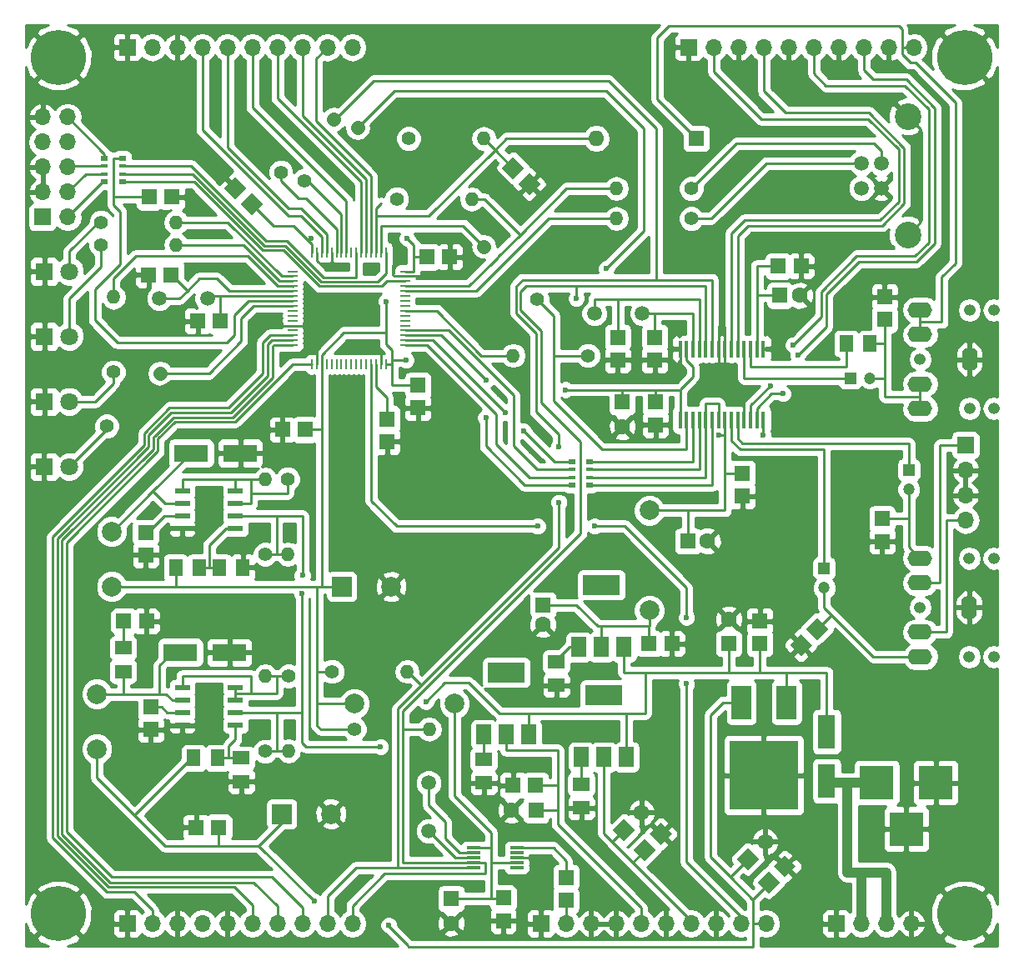
<source format=gtl>
G04 #@! TF.FileFunction,Copper,L1,Top,Signal*
%FSLAX46Y46*%
G04 Gerber Fmt 4.6, Leading zero omitted, Abs format (unit mm)*
G04 Created by KiCad (PCBNEW 4.0.7) date 05/14/20 06:06:45*
%MOMM*%
%LPD*%
G01*
G04 APERTURE LIST*
%ADD10C,0.100000*%
%ADD11C,1.998980*%
%ADD12C,1.400000*%
%ADD13C,1.400000*%
%ADD14R,1.000000X0.250000*%
%ADD15R,0.250000X1.000000*%
%ADD16R,1.400000X1.700000*%
%ADD17R,0.800000X0.500000*%
%ADD18R,0.800000X0.400000*%
%ADD19C,1.500000*%
%ADD20R,1.600000X1.600000*%
%ADD21R,3.500000X1.800000*%
%ADD22R,1.550000X0.600000*%
%ADD23R,2.000000X3.500000*%
%ADD24R,7.000000X7.000000*%
%ADD25R,0.450000X1.750000*%
%ADD26R,1.200000X1.200000*%
%ADD27C,1.200000*%
%ADD28O,1.600000X2.500000*%
%ADD29O,1.200000X1.200000*%
%ADD30O,2.500000X1.600000*%
%ADD31C,5.600000*%
%ADD32R,3.500000X3.500000*%
%ADD33R,1.400000X0.300000*%
%ADD34C,1.600000*%
%ADD35R,1.700000X1.400000*%
%ADD36R,3.800000X2.000000*%
%ADD37R,1.500000X2.000000*%
%ADD38R,1.800000X3.500000*%
%ADD39R,1.700000X1.700000*%
%ADD40O,1.700000X1.700000*%
%ADD41C,1.520000*%
%ADD42C,2.700000*%
%ADD43O,1.400000X1.400000*%
%ADD44R,2.000000X2.000000*%
%ADD45C,2.000000*%
%ADD46R,1.800000X1.800000*%
%ADD47C,1.800000*%
%ADD48O,1.600000X1.600000*%
%ADD49C,0.600000*%
%ADD50C,0.250000*%
%ADD51C,1.000000*%
%ADD52C,0.254000*%
G04 APERTURE END LIST*
D10*
D11*
X122918000Y-108676000D03*
X122918000Y-114264000D03*
D12*
X167600000Y-68600000D03*
D13*
X162211846Y-63211846D02*
X162211846Y-63211846D01*
D14*
X142800000Y-65750000D03*
X142800000Y-66250000D03*
X142800000Y-66750000D03*
X142800000Y-67250000D03*
X142800000Y-67750000D03*
X142800000Y-68250000D03*
X142800000Y-68750000D03*
X142800000Y-69250000D03*
X142800000Y-69750000D03*
X142800000Y-70250000D03*
X142800000Y-70750000D03*
X142800000Y-71250000D03*
X142800000Y-71750000D03*
X142800000Y-72250000D03*
X142800000Y-72750000D03*
X142800000Y-73250000D03*
D15*
X144750000Y-75200000D03*
X145250000Y-75200000D03*
X145750000Y-75200000D03*
X146250000Y-75200000D03*
X146750000Y-75200000D03*
X147250000Y-75200000D03*
X147750000Y-75200000D03*
X148250000Y-75200000D03*
X148750000Y-75200000D03*
X149250000Y-75200000D03*
X149750000Y-75200000D03*
X150250000Y-75200000D03*
X150750000Y-75200000D03*
X151250000Y-75200000D03*
X151750000Y-75200000D03*
X152250000Y-75200000D03*
D14*
X154200000Y-73250000D03*
X154200000Y-72750000D03*
X154200000Y-72250000D03*
X154200000Y-71750000D03*
X154200000Y-71250000D03*
X154200000Y-70750000D03*
X154200000Y-70250000D03*
X154200000Y-69750000D03*
X154200000Y-69250000D03*
X154200000Y-68750000D03*
X154200000Y-68250000D03*
X154200000Y-67750000D03*
X154200000Y-67250000D03*
X154200000Y-66750000D03*
X154200000Y-66250000D03*
X154200000Y-65750000D03*
D15*
X152250000Y-63800000D03*
X151750000Y-63800000D03*
X151250000Y-63800000D03*
X150750000Y-63800000D03*
X150250000Y-63800000D03*
X149750000Y-63800000D03*
X149250000Y-63800000D03*
X148750000Y-63800000D03*
X148250000Y-63800000D03*
X147750000Y-63800000D03*
X147250000Y-63800000D03*
X146750000Y-63800000D03*
X146250000Y-63800000D03*
X145750000Y-63800000D03*
X145250000Y-63800000D03*
X144750000Y-63800000D03*
D16*
X135330000Y-95830000D03*
X137730000Y-95830000D03*
D17*
X172930000Y-87480000D03*
D18*
X172930000Y-85880000D03*
X172930000Y-86680000D03*
D17*
X172930000Y-85080000D03*
D18*
X171130000Y-86680000D03*
D17*
X171130000Y-87480000D03*
D18*
X171130000Y-85880000D03*
D17*
X171130000Y-85080000D03*
D19*
X129250000Y-68500000D03*
X134130000Y-68500000D03*
D20*
X128160000Y-66100000D03*
X130460000Y-66100000D03*
X130540000Y-58210000D03*
X128240000Y-58210000D03*
X133150000Y-70800000D03*
X135450000Y-70800000D03*
X156450000Y-64300000D03*
X158750000Y-64300000D03*
X155510000Y-77330000D03*
X155510000Y-79630000D03*
D10*
G36*
X137489802Y-58909173D02*
X138621173Y-57777802D01*
X139752544Y-58909173D01*
X138621173Y-60040544D01*
X137489802Y-58909173D01*
X137489802Y-58909173D01*
G37*
G36*
X135863456Y-57282827D02*
X136994827Y-56151456D01*
X138126198Y-57282827D01*
X136994827Y-58414198D01*
X135863456Y-57282827D01*
X135863456Y-57282827D01*
G37*
D20*
X127860000Y-94570000D03*
X127860000Y-92270000D03*
D21*
X132490000Y-84210000D03*
X137490000Y-84210000D03*
D16*
X130904000Y-95828000D03*
X133304000Y-95828000D03*
D22*
X131594000Y-88045000D03*
X131594000Y-89315000D03*
X131594000Y-90585000D03*
X131594000Y-91855000D03*
X136994000Y-91855000D03*
X136994000Y-90585000D03*
X136994000Y-89315000D03*
X136994000Y-88045000D03*
D23*
X192930000Y-109535000D03*
X188350000Y-109535000D03*
D24*
X190630000Y-116935000D03*
D25*
X182135000Y-80830000D03*
X182785000Y-80830000D03*
X183435000Y-80830000D03*
X184085000Y-80830000D03*
X184735000Y-80830000D03*
X185385000Y-80830000D03*
X186035000Y-80830000D03*
X186685000Y-80830000D03*
X187335000Y-80830000D03*
X187985000Y-80830000D03*
X188635000Y-80830000D03*
X189285000Y-80830000D03*
X189935000Y-80830000D03*
X190585000Y-80830000D03*
X190585000Y-73630000D03*
X189935000Y-73630000D03*
X189285000Y-73630000D03*
X188635000Y-73630000D03*
X187985000Y-73630000D03*
X187335000Y-73630000D03*
X186685000Y-73630000D03*
X186035000Y-73630000D03*
X185385000Y-73630000D03*
X184735000Y-73630000D03*
X184085000Y-73630000D03*
X183435000Y-73630000D03*
X182785000Y-73630000D03*
X182135000Y-73630000D03*
D26*
X205360000Y-85920000D03*
D27*
X205360000Y-87920000D03*
D26*
X196750000Y-95900000D03*
D27*
X196750000Y-97900000D03*
D28*
X211500000Y-99900000D03*
D29*
X206500000Y-99900000D03*
D30*
X206500000Y-94900000D03*
X206500000Y-97400000D03*
X206500000Y-102400000D03*
X206500000Y-104900000D03*
D29*
X211500000Y-94900000D03*
X211500000Y-104900000D03*
X214000000Y-94900000D03*
X214000000Y-104900000D03*
D20*
X194410000Y-65230000D03*
X192110000Y-65230000D03*
X188460000Y-88570000D03*
X188460000Y-86270000D03*
X179630000Y-81330000D03*
X179630000Y-79030000D03*
D28*
X211510000Y-74680000D03*
D29*
X206510000Y-74680000D03*
D30*
X206510000Y-69680000D03*
X206510000Y-72180000D03*
X206510000Y-77180000D03*
X206510000Y-79680000D03*
D29*
X211510000Y-69680000D03*
X211510000Y-79680000D03*
X214010000Y-69680000D03*
X214010000Y-79680000D03*
D10*
G36*
X165683802Y-56877173D02*
X166815173Y-55745802D01*
X167946544Y-56877173D01*
X166815173Y-58008544D01*
X165683802Y-56877173D01*
X165683802Y-56877173D01*
G37*
G36*
X164057456Y-55250827D02*
X165188827Y-54119456D01*
X166320198Y-55250827D01*
X165188827Y-56382198D01*
X164057456Y-55250827D01*
X164057456Y-55250827D01*
G37*
D26*
X199400000Y-76600000D03*
D27*
X201400000Y-76600000D03*
D20*
X202900000Y-68350000D03*
X202900000Y-70650000D03*
D16*
X201400000Y-73100000D03*
X199000000Y-73100000D03*
D31*
X211000000Y-44000000D03*
X119000000Y-44000000D03*
X119000000Y-131000000D03*
X211000000Y-131000000D03*
D10*
G36*
X194406827Y-102581802D02*
X195538198Y-103713173D01*
X194406827Y-104844544D01*
X193275456Y-103713173D01*
X194406827Y-102581802D01*
X194406827Y-102581802D01*
G37*
G36*
X196033173Y-100955456D02*
X197164544Y-102086827D01*
X196033173Y-103218198D01*
X194901802Y-102086827D01*
X196033173Y-100955456D01*
X196033173Y-100955456D01*
G37*
D20*
X202650000Y-93180000D03*
X202650000Y-90880000D03*
D11*
X179000000Y-100201260D03*
X179000000Y-90041260D03*
D20*
X152380000Y-83040000D03*
X152380000Y-80740000D03*
X141760000Y-81830000D03*
X144060000Y-81830000D03*
D32*
X202100000Y-117700000D03*
X208100000Y-117700000D03*
X205100000Y-122400000D03*
D20*
X179560000Y-72460000D03*
X179560000Y-74760000D03*
X175790000Y-74760000D03*
X175790000Y-72460000D03*
D17*
X123700000Y-54270000D03*
D18*
X123700000Y-55870000D03*
X123700000Y-55070000D03*
D17*
X123700000Y-56670000D03*
D18*
X125500000Y-55070000D03*
D17*
X125500000Y-54270000D03*
D18*
X125500000Y-55870000D03*
D17*
X125500000Y-56670000D03*
D19*
X178310000Y-70020000D03*
X173430000Y-70020000D03*
D20*
X164180000Y-131710000D03*
X164180000Y-129410000D03*
X170550000Y-127310000D03*
X170550000Y-129610000D03*
D33*
X161140000Y-124320000D03*
X161140000Y-124820000D03*
X161140000Y-125320000D03*
X161140000Y-125820000D03*
X161140000Y-126320000D03*
X165540000Y-126320000D03*
X165540000Y-125820000D03*
X165540000Y-125320000D03*
X165540000Y-124820000D03*
X165540000Y-124320000D03*
D19*
X156610000Y-122610000D03*
X156610000Y-117730000D03*
D20*
X182920000Y-93150000D03*
D34*
X184920000Y-93150000D03*
D20*
X168210000Y-99630000D03*
D34*
X168210000Y-101630000D03*
D20*
X181290000Y-103580000D03*
X178990000Y-103580000D03*
D35*
X169558000Y-105410000D03*
X169558000Y-107810000D03*
D36*
X174130000Y-97618000D03*
D37*
X174130000Y-103918000D03*
X176430000Y-103918000D03*
X171830000Y-103918000D03*
D20*
X192260000Y-68200000D03*
D34*
X194260000Y-68200000D03*
D10*
G36*
X189000000Y-126581371D02*
X187868629Y-125450000D01*
X189000000Y-124318629D01*
X190131371Y-125450000D01*
X189000000Y-126581371D01*
X189000000Y-126581371D01*
G37*
D34*
X190767767Y-123682233D03*
D10*
G36*
X180188173Y-124018198D02*
X179056802Y-122886827D01*
X180188173Y-121755456D01*
X181319544Y-122886827D01*
X180188173Y-124018198D01*
X180188173Y-124018198D01*
G37*
G36*
X178561827Y-125644544D02*
X177430456Y-124513173D01*
X178561827Y-123381802D01*
X179693198Y-124513173D01*
X178561827Y-125644544D01*
X178561827Y-125644544D01*
G37*
D35*
X172098000Y-117856000D03*
X172098000Y-120256000D03*
D36*
X174384000Y-108794000D03*
D37*
X174384000Y-115094000D03*
X176684000Y-115094000D03*
X172084000Y-115094000D03*
D38*
X197020000Y-112520000D03*
X197020000Y-117520000D03*
D39*
X183000000Y-43000000D03*
D40*
X185540000Y-43000000D03*
X188080000Y-43000000D03*
X190620000Y-43000000D03*
X193160000Y-43000000D03*
X195700000Y-43000000D03*
X198240000Y-43000000D03*
X200780000Y-43000000D03*
X203320000Y-43000000D03*
X205860000Y-43000000D03*
D39*
X168000000Y-132000000D03*
D40*
X170540000Y-132000000D03*
X173080000Y-132000000D03*
X175620000Y-132000000D03*
X178160000Y-132000000D03*
X180700000Y-132000000D03*
X183240000Y-132000000D03*
X185780000Y-132000000D03*
X188320000Y-132000000D03*
X190860000Y-132000000D03*
D39*
X126000000Y-132000000D03*
D40*
X128540000Y-132000000D03*
X131080000Y-132000000D03*
X133620000Y-132000000D03*
X136160000Y-132000000D03*
X138700000Y-132000000D03*
X141240000Y-132000000D03*
X143780000Y-132000000D03*
X146320000Y-132000000D03*
X148860000Y-132000000D03*
D39*
X126000000Y-43000000D03*
D40*
X128540000Y-43000000D03*
X131080000Y-43000000D03*
X133620000Y-43000000D03*
X136160000Y-43000000D03*
X138700000Y-43000000D03*
X141240000Y-43000000D03*
X143780000Y-43000000D03*
X146320000Y-43000000D03*
X148860000Y-43000000D03*
D10*
G36*
X176450000Y-123631371D02*
X175318629Y-122500000D01*
X176450000Y-121368629D01*
X177581371Y-122500000D01*
X176450000Y-123631371D01*
X176450000Y-123631371D01*
G37*
D34*
X178217767Y-120732233D03*
D10*
G36*
X192763173Y-127318198D02*
X191631802Y-126186827D01*
X192763173Y-125055456D01*
X193894544Y-126186827D01*
X192763173Y-127318198D01*
X192763173Y-127318198D01*
G37*
G36*
X191136827Y-128944544D02*
X190005456Y-127813173D01*
X191136827Y-126681802D01*
X192268198Y-127813173D01*
X191136827Y-128944544D01*
X191136827Y-128944544D01*
G37*
D39*
X198000000Y-132000000D03*
D40*
X200540000Y-132000000D03*
X203080000Y-132000000D03*
X205620000Y-132000000D03*
D41*
X200550000Y-54760000D03*
X200550000Y-57300000D03*
X202550000Y-57300000D03*
X202550000Y-54760000D03*
D42*
X205250000Y-50030000D03*
X205250000Y-62030000D03*
D11*
X124414000Y-92178000D03*
X124414000Y-97766000D03*
D12*
X172800000Y-74300000D03*
D43*
X165180000Y-74300000D03*
D20*
X167500000Y-120480000D03*
D34*
X165000000Y-120480000D03*
D20*
X165170000Y-117960000D03*
X167470000Y-117960000D03*
D35*
X162192000Y-115316000D03*
X162192000Y-117716000D03*
D36*
X164478000Y-106508000D03*
D37*
X164478000Y-112808000D03*
X166778000Y-112808000D03*
X162178000Y-112808000D03*
D11*
X149062740Y-109658000D03*
X159222740Y-109658000D03*
D20*
X158890000Y-129470000D03*
D34*
X158890000Y-131970000D03*
D12*
X146800000Y-106400000D03*
D43*
X154420000Y-106400000D03*
D12*
X149050000Y-112250000D03*
D43*
X156670000Y-112250000D03*
D20*
X187075000Y-103575000D03*
D34*
X187075000Y-101075000D03*
D20*
X128380000Y-112310000D03*
X128380000Y-110010000D03*
D44*
X141680000Y-120870000D03*
D45*
X146680000Y-120870000D03*
D20*
X133000000Y-122220000D03*
X135300000Y-122220000D03*
D44*
X147790000Y-97776000D03*
D45*
X152790000Y-97776000D03*
D21*
X131390000Y-104450000D03*
X136390000Y-104450000D03*
D12*
X140000000Y-94500000D03*
D43*
X140000000Y-86880000D03*
D12*
X140000000Y-114500000D03*
D43*
X140000000Y-106880000D03*
D12*
X142300000Y-86850000D03*
D43*
X142300000Y-94470000D03*
D12*
X142380000Y-106850000D03*
D43*
X142380000Y-114470000D03*
D35*
X137570000Y-115190000D03*
X137570000Y-117590000D03*
D16*
X132740000Y-115190000D03*
X135140000Y-115190000D03*
D22*
X131594000Y-108045000D03*
X131594000Y-109315000D03*
X131594000Y-110585000D03*
X131594000Y-111855000D03*
X136994000Y-111855000D03*
X136994000Y-110585000D03*
X136994000Y-109315000D03*
X136994000Y-108045000D03*
D20*
X190225000Y-101275000D03*
X190225000Y-103575000D03*
X176270000Y-79030000D03*
D34*
X176270000Y-81530000D03*
D20*
X127950000Y-101300000D03*
X125650000Y-101300000D03*
D35*
X125575000Y-104000000D03*
X125575000Y-106400000D03*
D39*
X117400000Y-60240000D03*
D40*
X119940000Y-60240000D03*
X117400000Y-57700000D03*
X119940000Y-57700000D03*
X117400000Y-55160000D03*
X119940000Y-55160000D03*
X117400000Y-52620000D03*
X119940000Y-52620000D03*
X117400000Y-50080000D03*
X119940000Y-50080000D03*
D46*
X117580000Y-65750000D03*
D47*
X120120000Y-65750000D03*
D12*
X123350000Y-60760000D03*
D43*
X130970000Y-60760000D03*
D46*
X117580000Y-72360000D03*
D47*
X120120000Y-72360000D03*
D46*
X117570000Y-78980000D03*
D47*
X120110000Y-78980000D03*
D46*
X117560000Y-85590000D03*
D47*
X120100000Y-85590000D03*
D12*
X123340000Y-63060000D03*
D43*
X130960000Y-63060000D03*
D12*
X124600000Y-75990300D03*
D43*
X124600000Y-68370300D03*
D12*
X123910000Y-81470000D03*
D13*
X129298154Y-76081846D02*
X129298154Y-76081846D01*
D39*
X211110000Y-83400000D03*
D40*
X211110000Y-85940000D03*
X211110000Y-88480000D03*
X211110000Y-91020000D03*
D12*
X141590000Y-55680000D03*
D13*
X146978154Y-50291846D02*
X146978154Y-50291846D01*
D12*
X183274000Y-57334000D03*
D43*
X175654000Y-57334000D03*
D12*
X183274000Y-60382000D03*
D43*
X175654000Y-60382000D03*
D12*
X153350000Y-58410000D03*
D43*
X160970000Y-58410000D03*
D12*
X144000000Y-56530000D03*
D13*
X149388154Y-51141846D02*
X149388154Y-51141846D01*
D20*
X183782000Y-52254000D03*
D48*
X173622000Y-52254000D03*
D12*
X154572000Y-52254000D03*
D43*
X162192000Y-52254000D03*
D49*
X162700000Y-56300000D03*
X162850000Y-60850000D03*
X165050000Y-58650000D03*
X159300000Y-59450000D03*
X168850000Y-54850000D03*
X142450000Y-92100000D03*
X122150000Y-95600000D03*
X122150000Y-101300000D03*
X127950000Y-99150000D03*
X122150000Y-105050000D03*
X139850000Y-96400000D03*
X131050000Y-101200000D03*
X135200000Y-100250000D03*
X139850000Y-100300000D03*
X124900000Y-111300000D03*
X127250000Y-117850000D03*
X123400000Y-121700000D03*
X130360000Y-114750000D03*
X138450000Y-125650000D03*
X133200000Y-125650000D03*
X128050000Y-125200000D03*
X156600000Y-115025000D03*
X151300000Y-123450000D03*
X151300000Y-119900000D03*
X151300000Y-116550000D03*
X165150000Y-115650000D03*
X176400000Y-126750000D03*
X173000000Y-123350000D03*
X195300000Y-123650000D03*
X209350000Y-107650000D03*
X202650000Y-110500000D03*
X206150000Y-110500000D03*
X209350000Y-110500000D03*
X208100000Y-99900000D03*
X148350000Y-77800000D03*
X148350000Y-81250000D03*
X159250000Y-93450000D03*
X163250000Y-93450000D03*
X167100000Y-94300000D03*
X190650000Y-108400000D03*
X184550000Y-104600000D03*
X184550000Y-97550000D03*
X188550000Y-95300000D03*
X193000000Y-96400000D03*
X193000000Y-100700000D03*
X184550000Y-108450000D03*
X188700000Y-105100000D03*
X198000000Y-105100000D03*
X202650000Y-107650000D03*
X202660000Y-96300000D03*
X199650000Y-97300000D03*
X202650000Y-101150000D03*
X198550000Y-85350000D03*
X202350000Y-88500000D03*
X202300000Y-85350000D03*
X194919900Y-91878000D03*
X198600000Y-91850000D03*
X198600000Y-88550000D03*
X203162200Y-80105100D03*
X207050000Y-90750000D03*
X207050000Y-87050000D03*
X206900000Y-82100000D03*
X212650000Y-60400000D03*
X212650000Y-67950000D03*
X212650000Y-64400000D03*
X212650000Y-52550000D03*
X212650000Y-56550000D03*
X208420000Y-64446000D03*
X202900000Y-66170000D03*
X209050000Y-52550000D03*
X209050000Y-56550000D03*
X209050000Y-60400000D03*
X199022000Y-62414000D03*
X189370000Y-62414000D03*
X194450000Y-62414000D03*
X181750000Y-58858000D03*
X186068000Y-48444000D03*
X186068000Y-52000000D03*
X182004000Y-54794000D03*
X197498000Y-51492000D03*
X193434000Y-51492000D03*
X189624000Y-51238000D03*
X197498000Y-53778000D03*
X193434000Y-53778000D03*
X189624000Y-54032000D03*
X186830000Y-56318000D03*
X189116000Y-58604000D03*
X196990000Y-58604000D03*
X192164000Y-58604000D03*
X192164000Y-56064000D03*
X196990000Y-56064000D03*
X131966000Y-77908000D03*
X137554000Y-75368000D03*
X140856000Y-70796000D03*
X127140000Y-79432000D03*
X126378000Y-75368000D03*
X122314000Y-74352000D03*
X158280400Y-89744400D03*
X167805400Y-89566600D03*
X180200600Y-92741600D03*
X174930100Y-89122100D03*
X169596100Y-96831000D03*
X171666200Y-94976800D03*
X175425400Y-93363900D03*
X177609800Y-95332400D03*
X182956500Y-88715700D03*
X191198800Y-91878000D03*
X188569900Y-91878000D03*
X191198800Y-88563300D03*
X194932600Y-88563300D03*
X191313100Y-85362900D03*
X194932600Y-85362900D03*
X144246900Y-87928300D03*
X141770400Y-84092900D03*
X139903500Y-89426900D03*
X142214900Y-89414200D03*
X138735100Y-81438600D03*
X134252000Y-89414200D03*
X204686200Y-74618700D03*
X196647100Y-73640800D03*
X199618900Y-68662400D03*
X187975000Y-78450000D03*
X198183800Y-80105100D03*
X193688000Y-80117800D03*
X138760500Y-52469900D03*
X142545100Y-45904000D03*
X146837700Y-45116600D03*
X141021100Y-49726700D03*
X130950000Y-46666000D03*
X135014000Y-46666000D03*
X140094000Y-45904000D03*
X137300000Y-45904000D03*
X137554000Y-49714000D03*
X135014000Y-49714000D03*
X147244100Y-55949700D03*
X143967500Y-52673100D03*
X155588000Y-83496000D03*
X163208000Y-89084000D03*
X160160000Y-85782000D03*
X161430000Y-70542000D03*
X174130000Y-62414000D03*
X170066000Y-62414000D03*
X167272000Y-64446000D03*
X177686000Y-64192000D03*
X163716000Y-68256000D03*
X164986000Y-72066000D03*
X153810000Y-87306000D03*
X184544000Y-77400000D03*
X170066000Y-69018000D03*
X173368000Y-72066000D03*
X171082000Y-71812000D03*
X186322000Y-71050000D03*
X181496000Y-61652000D03*
X182004000Y-64192000D03*
X185560000Y-64192000D03*
X134760000Y-55048000D03*
X144600000Y-71200000D03*
X148222000Y-69272000D03*
X130000000Y-121370000D03*
X132770000Y-118600000D03*
X167010000Y-83980000D03*
X168490000Y-82510000D03*
X164350000Y-82140000D03*
X163800000Y-78200000D03*
X166390000Y-79400000D03*
X128400000Y-90100000D03*
X129850000Y-93220000D03*
X137510000Y-65780000D03*
X134120000Y-61880000D03*
X132630000Y-65430000D03*
X133080000Y-59030000D03*
X127470000Y-61730000D03*
X126120000Y-67530000D03*
X126480000Y-70790000D03*
X130360000Y-70800000D03*
X121750000Y-64290000D03*
X118280000Y-62900000D03*
X146800000Y-65200000D03*
X150610000Y-65230000D03*
X171110000Y-75950000D03*
X166480000Y-75480000D03*
X142375000Y-111900000D03*
X142375000Y-109275000D03*
X145100000Y-113025000D03*
X142950000Y-117125000D03*
X140000000Y-111900000D03*
X155925000Y-124450000D03*
X157925000Y-119450000D03*
X155200000Y-119425000D03*
X159650000Y-121725000D03*
X183950000Y-113300000D03*
X183975000Y-121650000D03*
X192000000Y-72025000D03*
X149170000Y-123300000D03*
X149250000Y-128000000D03*
X206125000Y-58175000D03*
X206125000Y-54625000D03*
X157600000Y-66100000D03*
X150900000Y-72900000D03*
X167480000Y-125320000D03*
X182130000Y-75790000D03*
X153900000Y-64200000D03*
X144666000Y-62414000D03*
X154320000Y-74780000D03*
X170490000Y-77770000D03*
X154400000Y-62400000D03*
X152300000Y-68800000D03*
X194070000Y-74270000D03*
X192580000Y-78180000D03*
X152550000Y-132160000D03*
X144990000Y-129750000D03*
X143725000Y-98500000D03*
X143775000Y-96625000D03*
X156325000Y-109450000D03*
X151725000Y-114050000D03*
X166250000Y-81950000D03*
X164400000Y-80100000D03*
X162400000Y-80600000D03*
X162400000Y-76800000D03*
X174638000Y-65462000D03*
X171590000Y-68510000D03*
X169820000Y-89210000D03*
X169820000Y-83530000D03*
X193620000Y-73220000D03*
X191290000Y-77360000D03*
X186075000Y-82425000D03*
X190575000Y-82425000D03*
X182780000Y-100930000D03*
X173430000Y-91640000D03*
X167660000Y-91640000D03*
X182780000Y-107640000D03*
D50*
X166815173Y-56884827D02*
X165050000Y-58650000D01*
X166815173Y-56877173D02*
X166822827Y-56877173D01*
X166822827Y-56877173D02*
X168850000Y-54850000D01*
X166815173Y-56877173D02*
X166815173Y-56884827D01*
X122150000Y-101300000D02*
X122150000Y-95600000D01*
X125700000Y-99150000D02*
X125200000Y-99650000D01*
X125200000Y-99650000D02*
X123800000Y-99650000D01*
X123800000Y-99650000D02*
X122150000Y-101300000D01*
X127950000Y-99150000D02*
X127950000Y-101300000D01*
X127950000Y-99150000D02*
X125700000Y-99150000D01*
X139280000Y-95830000D02*
X139850000Y-96400000D01*
X137730000Y-95830000D02*
X139280000Y-95830000D01*
X130950000Y-101300000D02*
X127950000Y-101300000D01*
X131050000Y-101200000D02*
X130950000Y-101300000D01*
X139800000Y-100250000D02*
X135200000Y-100250000D01*
X139850000Y-100300000D02*
X139800000Y-100250000D01*
X128380000Y-112310000D02*
X125910000Y-112310000D01*
X125910000Y-112310000D02*
X124900000Y-111300000D01*
X123400000Y-121700000D02*
X126400000Y-124700000D01*
X130350000Y-114750000D02*
X127250000Y-117850000D01*
X131594000Y-111855000D02*
X131594000Y-113166000D01*
X130360000Y-114400000D02*
X130360000Y-114750000D01*
X131594000Y-113166000D02*
X130360000Y-114400000D01*
X130360000Y-114750000D02*
X130350000Y-114750000D01*
X133200000Y-125650000D02*
X138450000Y-125650000D01*
X126900000Y-125200000D02*
X128050000Y-125200000D01*
X126400000Y-124700000D02*
X126900000Y-125200000D01*
X155200000Y-118450000D02*
X155025000Y-118275000D01*
X155025000Y-118275000D02*
X155025000Y-116600000D01*
X155025000Y-116600000D02*
X156600000Y-115025000D01*
X155200000Y-119425000D02*
X155200000Y-118450000D01*
X151300000Y-116550000D02*
X151300000Y-119900000D01*
X165170000Y-117960000D02*
X165170000Y-115670000D01*
X165170000Y-115670000D02*
X165150000Y-115650000D01*
X172098000Y-120256000D02*
X172098000Y-122448000D01*
X172098000Y-122448000D02*
X173000000Y-123350000D01*
X192763173Y-126186827D02*
X195300000Y-123650000D01*
X209350000Y-107650000D02*
X209350000Y-110500000D01*
X206150000Y-110500000D02*
X202650000Y-110500000D01*
X148350000Y-81250000D02*
X148350000Y-77800000D01*
X166250000Y-93450000D02*
X163250000Y-93450000D01*
X167100000Y-94300000D02*
X166250000Y-93450000D01*
X190630000Y-108420000D02*
X190630000Y-116935000D01*
X190650000Y-108400000D02*
X190630000Y-108420000D01*
X186300000Y-97550000D02*
X184550000Y-97550000D01*
X188550000Y-95300000D02*
X186300000Y-97550000D01*
X193000000Y-100700000D02*
X193000000Y-96400000D01*
X200100000Y-105100000D02*
X198000000Y-105100000D01*
X202650000Y-107650000D02*
X200100000Y-105100000D01*
X202660000Y-96300000D02*
X202660000Y-101140000D01*
X202650000Y-96290000D02*
X202660000Y-96300000D01*
X202650000Y-93180000D02*
X202650000Y-96290000D01*
X202660000Y-101140000D02*
X202650000Y-101150000D01*
X198550000Y-85350000D02*
X202300000Y-85350000D01*
X191198800Y-91878000D02*
X194919900Y-91878000D01*
X203162200Y-80105100D02*
X203162200Y-80562200D01*
X207050000Y-87050000D02*
X207050000Y-90750000D01*
X204700000Y-82100000D02*
X206900000Y-82100000D01*
X203162200Y-80562200D02*
X204700000Y-82100000D01*
X212650000Y-60400000D02*
X212650000Y-64400000D01*
X212650000Y-67950000D02*
X212700000Y-67950000D01*
X212650000Y-56550000D02*
X212650000Y-52550000D01*
X208420000Y-64446000D02*
X208420000Y-64280000D01*
X202900000Y-68350000D02*
X202900000Y-66170000D01*
X209050000Y-56550000D02*
X209050000Y-52550000D01*
X209050000Y-63650000D02*
X209050000Y-60400000D01*
X208420000Y-64280000D02*
X209050000Y-63650000D01*
X194450000Y-62414000D02*
X199022000Y-62414000D01*
X194410000Y-65230000D02*
X194410000Y-62454000D01*
X194410000Y-62454000D02*
X194450000Y-62414000D01*
X186830000Y-57080000D02*
X185052000Y-58858000D01*
X185052000Y-58858000D02*
X181750000Y-58858000D01*
X186830000Y-56318000D02*
X186830000Y-57080000D01*
X186068000Y-52762000D02*
X186068000Y-52000000D01*
X184036000Y-54794000D02*
X186068000Y-52762000D01*
X183782000Y-54794000D02*
X184036000Y-54794000D01*
X183274000Y-54794000D02*
X183782000Y-54794000D01*
X182004000Y-54794000D02*
X183274000Y-54794000D01*
X189878000Y-51492000D02*
X193434000Y-51492000D01*
X189624000Y-51238000D02*
X189878000Y-51492000D01*
X192164000Y-58604000D02*
X189116000Y-58604000D01*
X193434000Y-53778000D02*
X197498000Y-53778000D01*
X189116000Y-54032000D02*
X189624000Y-54032000D01*
X186830000Y-56318000D02*
X189116000Y-54032000D01*
X202550000Y-57300000D02*
X202550000Y-57362000D01*
X202550000Y-57362000D02*
X200546000Y-59366000D01*
X200546000Y-59366000D02*
X197752000Y-59366000D01*
X197752000Y-59366000D02*
X196990000Y-58604000D01*
X192164000Y-58604000D02*
X192164000Y-56064000D01*
X140856000Y-70796000D02*
X140856000Y-71050000D01*
X127140000Y-79432000D02*
X128664000Y-77908000D01*
X128664000Y-77908000D02*
X131966000Y-77908000D01*
X137554000Y-75368000D02*
X138824000Y-74098000D01*
X138824000Y-74098000D02*
X138824000Y-71558000D01*
X138824000Y-71558000D02*
X139586000Y-70796000D01*
X139586000Y-70796000D02*
X140856000Y-70796000D01*
X141056000Y-71250000D02*
X142800000Y-71250000D01*
X140856000Y-71050000D02*
X141056000Y-71250000D01*
X126378000Y-75368000D02*
X126378000Y-75114000D01*
X125616000Y-74352000D02*
X122314000Y-74352000D01*
X126378000Y-75114000D02*
X125616000Y-74352000D01*
X163208000Y-89084000D02*
X158940800Y-89084000D01*
X158940800Y-89084000D02*
X158280400Y-89744400D01*
X175476200Y-89122100D02*
X179095700Y-92741600D01*
X179095700Y-92741600D02*
X180200600Y-92741600D01*
X174930100Y-89122100D02*
X175476200Y-89122100D01*
X169812000Y-96831000D02*
X169596100Y-96831000D01*
X171666200Y-94976800D02*
X169812000Y-96831000D01*
X175641300Y-93363900D02*
X175425400Y-93363900D01*
X177609800Y-95332400D02*
X175641300Y-93363900D01*
X191198800Y-91878000D02*
X191198800Y-88563300D01*
X194932600Y-88563300D02*
X194932600Y-85362900D01*
X191192100Y-88570000D02*
X191198800Y-88563300D01*
X188460000Y-88570000D02*
X191192100Y-88570000D01*
X191198800Y-85477200D02*
X191198800Y-88563300D01*
X191313100Y-85362900D02*
X191198800Y-85477200D01*
X144246900Y-87928300D02*
X144246900Y-88931600D01*
X141760000Y-81830000D02*
X141760000Y-84082500D01*
X141760000Y-84082500D02*
X141770400Y-84092900D01*
X143764300Y-89414200D02*
X142214900Y-89414200D01*
X144246900Y-88931600D02*
X143764300Y-89414200D01*
X141760000Y-81830000D02*
X139126500Y-81830000D01*
X139126500Y-81830000D02*
X138735100Y-81438600D01*
X131594000Y-91855000D02*
X133652700Y-91855000D01*
X134252000Y-91255700D02*
X134252000Y-89414200D01*
X133652700Y-91855000D02*
X134252000Y-91255700D01*
X193700700Y-80105100D02*
X198183800Y-80105100D01*
X193688000Y-80117800D02*
X193700700Y-80105100D01*
X137554000Y-49714000D02*
X137554000Y-51263400D01*
X137554000Y-51263400D02*
X138760500Y-52469900D01*
X141021100Y-49726700D02*
X143967500Y-52673100D01*
X140094000Y-48799600D02*
X141021100Y-49726700D01*
X135014000Y-46666000D02*
X135014000Y-49714000D01*
X131080000Y-45780000D02*
X130950000Y-45910000D01*
X130950000Y-45910000D02*
X130950000Y-46666000D01*
X131080000Y-43000000D02*
X131080000Y-45780000D01*
X137300000Y-49460000D02*
X137300000Y-45904000D01*
X137554000Y-49714000D02*
X137300000Y-49460000D01*
X140094000Y-45904000D02*
X140094000Y-48799600D01*
X155132000Y-83040000D02*
X155588000Y-83496000D01*
X152380000Y-83040000D02*
X155132000Y-83040000D01*
X163208000Y-88830000D02*
X163208000Y-89084000D01*
X160160000Y-85782000D02*
X163208000Y-88830000D01*
X161430000Y-70542000D02*
X161430000Y-71050000D01*
X167272000Y-64446000D02*
X166510000Y-64446000D01*
X174130000Y-62414000D02*
X170066000Y-62414000D01*
X163716000Y-67240000D02*
X163716000Y-68256000D01*
X166510000Y-64446000D02*
X163716000Y-67240000D01*
X162446000Y-72066000D02*
X164986000Y-72066000D01*
X161430000Y-71050000D02*
X162446000Y-72066000D01*
X152380000Y-83040000D02*
X152380000Y-85876000D01*
X152380000Y-85876000D02*
X153810000Y-87306000D01*
X187975000Y-78450000D02*
X186864000Y-78450000D01*
X188635000Y-79110000D02*
X187975000Y-78450000D01*
X188635000Y-80830000D02*
X188635000Y-79110000D01*
X185814000Y-77400000D02*
X184544000Y-77400000D01*
X186864000Y-78450000D02*
X185814000Y-77400000D01*
X186035000Y-73630000D02*
X186035000Y-76417000D01*
X186035000Y-76417000D02*
X185814000Y-76638000D01*
X186685000Y-73630000D02*
X186685000Y-76529000D01*
X186685000Y-76529000D02*
X186576000Y-76638000D01*
X171336000Y-72066000D02*
X173368000Y-72066000D01*
X171082000Y-71812000D02*
X171336000Y-72066000D01*
X186322000Y-71050000D02*
X186322000Y-64954000D01*
X181496000Y-63684000D02*
X181496000Y-61652000D01*
X182004000Y-64192000D02*
X181496000Y-63684000D01*
X186322000Y-64954000D02*
X185560000Y-64192000D01*
X186685000Y-73630000D02*
X186685000Y-71413000D01*
X186035000Y-71337000D02*
X186322000Y-71050000D01*
X186035000Y-71337000D02*
X186035000Y-73630000D01*
X186685000Y-71413000D02*
X186322000Y-71050000D01*
X136994827Y-57282827D02*
X134760000Y-55048000D01*
X137570000Y-117590000D02*
X133780000Y-117590000D01*
X133780000Y-117590000D02*
X132770000Y-118600000D01*
X166480000Y-79310000D02*
X166390000Y-79400000D01*
X166480000Y-79310000D02*
X166480000Y-75480000D01*
X136994827Y-57282827D02*
X136978827Y-57282827D01*
X131594000Y-91855000D02*
X130235000Y-91855000D01*
X129850000Y-92240000D02*
X129850000Y-93220000D01*
X130235000Y-91855000D02*
X129850000Y-92240000D01*
X137510000Y-65780000D02*
X136400000Y-65780000D01*
X136050000Y-65430000D02*
X132630000Y-65430000D01*
X136400000Y-65780000D02*
X136050000Y-65430000D01*
X132260000Y-58210000D02*
X133080000Y-59030000D01*
X130540000Y-58210000D02*
X132260000Y-58210000D01*
X133150000Y-70800000D02*
X130360000Y-70800000D01*
X126120000Y-70430000D02*
X126120000Y-67530000D01*
X126480000Y-70790000D02*
X126120000Y-70430000D01*
X117580000Y-65750000D02*
X117580000Y-63600000D01*
X117580000Y-63600000D02*
X118280000Y-62900000D01*
X175790000Y-76580000D02*
X175770000Y-76560000D01*
X175770000Y-76560000D02*
X171720000Y-76560000D01*
X171720000Y-76560000D02*
X171110000Y-75950000D01*
X175790000Y-74760000D02*
X175790000Y-76580000D01*
X142485000Y-117590000D02*
X137570000Y-117590000D01*
X142485000Y-117590000D02*
X142950000Y-117125000D01*
X155200000Y-119425000D02*
X155200000Y-121375000D01*
X155050000Y-123575000D02*
X155925000Y-124450000D01*
X155050000Y-121525000D02*
X155050000Y-123575000D01*
X155200000Y-121375000D02*
X155050000Y-121525000D01*
X159650000Y-121175000D02*
X157925000Y-119450000D01*
X159650000Y-121725000D02*
X159650000Y-121175000D01*
X183950000Y-121625000D02*
X183950000Y-113300000D01*
X183975000Y-121650000D02*
X183950000Y-121625000D01*
X190585000Y-73630000D02*
X191520000Y-73630000D01*
X192000000Y-73150000D02*
X192000000Y-72025000D01*
X191520000Y-73630000D02*
X192000000Y-73150000D01*
X146680000Y-120870000D02*
X146740000Y-120870000D01*
X146740000Y-120870000D02*
X149170000Y-123300000D01*
X206125000Y-58175000D02*
X206125000Y-59325000D01*
X206550000Y-59750000D02*
X206550000Y-60750000D01*
X206125000Y-59325000D02*
X206550000Y-59750000D01*
X205250000Y-50030000D02*
X205255000Y-50030000D01*
X205255000Y-50030000D02*
X206525000Y-51300000D01*
X206525000Y-51300000D02*
X206525000Y-52525000D01*
X206525000Y-52525000D02*
X206125000Y-52925000D01*
X206125000Y-52925000D02*
X206125000Y-54625000D01*
X205250000Y-62030000D02*
X205270000Y-62030000D01*
X205270000Y-62030000D02*
X206550000Y-60750000D01*
X154200000Y-66250000D02*
X157450000Y-66250000D01*
X157450000Y-66250000D02*
X157600000Y-66100000D01*
X145250000Y-75200000D02*
X145250000Y-71850000D01*
X144550000Y-71250000D02*
X144600000Y-71200000D01*
X144550000Y-71250000D02*
X142800000Y-71250000D01*
X145250000Y-71850000D02*
X144600000Y-71200000D01*
X151750000Y-75200000D02*
X151750000Y-73750000D01*
X151750000Y-73750000D02*
X150900000Y-72900000D01*
X165540000Y-125320000D02*
X167480000Y-125320000D01*
X182135000Y-73630000D02*
X182135000Y-75785000D01*
X182135000Y-75785000D02*
X182130000Y-75790000D01*
X154200000Y-66250000D02*
X153150000Y-66250000D01*
X153000000Y-65100000D02*
X153900000Y-64200000D01*
X153000000Y-66100000D02*
X153000000Y-65100000D01*
X153150000Y-66250000D02*
X153000000Y-66100000D01*
X145250000Y-63800000D02*
X145250000Y-64650000D01*
X146750000Y-65150000D02*
X146800000Y-65200000D01*
X146750000Y-65150000D02*
X146750000Y-63800000D01*
X145900000Y-65300000D02*
X146800000Y-65200000D01*
X145250000Y-64650000D02*
X145900000Y-65300000D01*
X203010000Y-93180000D02*
X203020000Y-93180000D01*
X135450000Y-70800000D02*
X135450000Y-68250000D01*
X142800000Y-68250000D02*
X135450000Y-68250000D01*
X135450000Y-68250000D02*
X134380000Y-68250000D01*
X134380000Y-68250000D02*
X134130000Y-68500000D01*
X151250000Y-75200000D02*
X151250000Y-77450000D01*
X152380000Y-78580000D02*
X152380000Y-80740000D01*
X151250000Y-77450000D02*
X152380000Y-78580000D01*
X131594000Y-89315000D02*
X129835000Y-89315000D01*
X129835000Y-89315000D02*
X128610000Y-88090000D01*
X124414000Y-92178000D02*
X124522000Y-92178000D01*
X124522000Y-92178000D02*
X128610000Y-88090000D01*
X128610000Y-88090000D02*
X132490000Y-84210000D01*
X132490000Y-84210000D02*
X131660000Y-84210000D01*
X131750000Y-84210000D02*
X132490000Y-84210000D01*
X144666000Y-62414000D02*
X144412000Y-62668000D01*
X138621173Y-58909173D02*
X140856000Y-61144000D01*
X140856000Y-61144000D02*
X142888000Y-61144000D01*
X142888000Y-61144000D02*
X144412000Y-62668000D01*
X144412000Y-62668000D02*
X144750000Y-63006000D01*
X144750000Y-63800000D02*
X144750000Y-63006000D01*
X144060000Y-81830000D02*
X145745000Y-81830000D01*
X145745000Y-81830000D02*
X145750000Y-81825000D01*
X145750000Y-75200000D02*
X145750000Y-81825000D01*
X145750000Y-81825000D02*
X145750000Y-97776000D01*
X130904000Y-95828000D02*
X130904000Y-97776000D01*
X146800000Y-106400000D02*
X145290000Y-106400000D01*
X149062740Y-109658000D02*
X145290000Y-109658000D01*
X145290000Y-97776000D02*
X145290000Y-97875000D01*
X145290000Y-97875000D02*
X145290000Y-106400000D01*
X145290000Y-106400000D02*
X145290000Y-109658000D01*
X145290000Y-109658000D02*
X145290000Y-111900000D01*
X145640000Y-112250000D02*
X149050000Y-112250000D01*
X145290000Y-111900000D02*
X145640000Y-112250000D01*
X147790000Y-97776000D02*
X145750000Y-97776000D01*
X145750000Y-97776000D02*
X145290000Y-97776000D01*
X145290000Y-97776000D02*
X130904000Y-97776000D01*
X130904000Y-97776000D02*
X124424000Y-97776000D01*
X124424000Y-97776000D02*
X124414000Y-97766000D01*
X182135000Y-77770000D02*
X182135000Y-77765000D01*
X183450000Y-75420000D02*
X182785000Y-74755000D01*
X183450000Y-76450000D02*
X183450000Y-75420000D01*
X182135000Y-77765000D02*
X183450000Y-76450000D01*
X182135000Y-80830000D02*
X182135000Y-77770000D01*
X179770000Y-77770000D02*
X182135000Y-77770000D01*
X179630000Y-79030000D02*
X179630000Y-77770000D01*
X176270000Y-79030000D02*
X176270000Y-77770000D01*
X152250000Y-75200000D02*
X152870000Y-75200000D01*
X154320000Y-74780000D02*
X152870000Y-74780000D01*
X155510000Y-77330000D02*
X152870000Y-77330000D01*
X152870000Y-74780000D02*
X152870000Y-75200000D01*
X152870000Y-75200000D02*
X152870000Y-77330000D01*
X152870000Y-73770000D02*
X152870000Y-74780000D01*
X182785000Y-73630000D02*
X182785000Y-74755000D01*
X152870000Y-73770000D02*
X152250000Y-73150000D01*
X179770000Y-77770000D02*
X179630000Y-77770000D01*
X179630000Y-77770000D02*
X176270000Y-77770000D01*
X176270000Y-77770000D02*
X170490000Y-77770000D01*
X156450000Y-64300000D02*
X155100000Y-64300000D01*
X155100000Y-65750000D02*
X155100000Y-64300000D01*
X155100000Y-64300000D02*
X155100000Y-63100000D01*
X155100000Y-63100000D02*
X154400000Y-62400000D01*
X154200000Y-65750000D02*
X155100000Y-65750000D01*
X152250000Y-72000000D02*
X152250000Y-68850000D01*
X152250000Y-68850000D02*
X152300000Y-68800000D01*
X152250000Y-72000000D02*
X148000000Y-72000000D01*
X145750000Y-74250000D02*
X145750000Y-75200000D01*
X148000000Y-72000000D02*
X145750000Y-74250000D01*
X152250000Y-73150000D02*
X152250000Y-72000000D01*
X182115000Y-80810000D02*
X182135000Y-80830000D01*
X182085000Y-80880000D02*
X182135000Y-80830000D01*
X189935000Y-80830000D02*
X189935000Y-79655000D01*
X200780000Y-45340000D02*
X200780000Y-43000000D01*
X201710000Y-46270000D02*
X200780000Y-45340000D01*
X205100000Y-46270000D02*
X201710000Y-46270000D01*
X207990000Y-49160000D02*
X205100000Y-46270000D01*
X207990000Y-62930000D02*
X207990000Y-49160000D01*
X206140000Y-64780000D02*
X207990000Y-62930000D01*
X200270000Y-64780000D02*
X206140000Y-64780000D01*
X197000000Y-68050000D02*
X200270000Y-64780000D01*
X197000000Y-71340000D02*
X197000000Y-68050000D01*
X194070000Y-74270000D02*
X197000000Y-71340000D01*
X191410000Y-78180000D02*
X192580000Y-78180000D01*
X189935000Y-79655000D02*
X191410000Y-78180000D01*
X196033173Y-102086827D02*
X196043173Y-102086827D01*
X196043173Y-102086827D02*
X197490000Y-100640000D01*
X196750000Y-97900000D02*
X196750000Y-99900000D01*
X201750000Y-104900000D02*
X206500000Y-104900000D01*
X196750000Y-99900000D02*
X197490000Y-100640000D01*
X197490000Y-100640000D02*
X201750000Y-104900000D01*
X130460000Y-66100000D02*
X130500000Y-66100000D01*
X130500000Y-66100000D02*
X132100000Y-67700000D01*
X140000000Y-67750000D02*
X136350000Y-67750000D01*
X136350000Y-67750000D02*
X135100000Y-66500000D01*
X129250000Y-68500000D02*
X131300000Y-68500000D01*
X133300000Y-66500000D02*
X135100000Y-66500000D01*
X131300000Y-68500000D02*
X132100000Y-67700000D01*
X132100000Y-67700000D02*
X133300000Y-66500000D01*
X140000000Y-67750000D02*
X142800000Y-67750000D01*
X125300000Y-62236200D02*
X125300000Y-64990600D01*
X122695000Y-67595600D02*
X122695000Y-70695000D01*
X125300000Y-64990600D02*
X122695000Y-67595600D01*
X128240000Y-58210000D02*
X124600000Y-58210000D01*
X125560000Y-54270000D02*
X124600000Y-54270000D01*
X142800000Y-68750000D02*
X138350000Y-68750000D01*
X125000000Y-73000000D02*
X122695000Y-70695000D01*
X136100000Y-73000000D02*
X125000000Y-73000000D01*
X136900000Y-72200000D02*
X136100000Y-73000000D01*
X136900000Y-70200000D02*
X136900000Y-72200000D01*
X138350000Y-68750000D02*
X136900000Y-70200000D01*
X124600000Y-59000000D02*
X124600000Y-58210000D01*
X124600000Y-58210000D02*
X124600000Y-54270000D01*
X125300000Y-59700000D02*
X124600000Y-59000000D01*
X125300000Y-62236200D02*
X125300000Y-59700000D01*
X135300000Y-122220000D02*
X135300000Y-124100000D01*
X141680000Y-120870000D02*
X141680000Y-121760000D01*
X141680000Y-121760000D02*
X139340000Y-124100000D01*
X132740000Y-115190000D02*
X132550000Y-115190000D01*
X132550000Y-115190000D02*
X126730000Y-121010000D01*
X122918000Y-114264000D02*
X122918000Y-117198000D01*
X129820000Y-124100000D02*
X135300000Y-124100000D01*
X135300000Y-124100000D02*
X139340000Y-124100000D01*
X122918000Y-117198000D02*
X126730000Y-121010000D01*
X126730000Y-121010000D02*
X129820000Y-124100000D01*
X152550000Y-132290000D02*
X154380000Y-134120000D01*
X152550000Y-132160000D02*
X152550000Y-132290000D01*
X189570000Y-134350000D02*
X189570000Y-132000000D01*
X154610000Y-134350000D02*
X154380000Y-134120000D01*
X189570000Y-134350000D02*
X154610000Y-134350000D01*
X144990000Y-129750000D02*
X139340000Y-124100000D01*
X189000000Y-125450000D02*
X188990000Y-125450000D01*
X188990000Y-125450000D02*
X187210000Y-127230000D01*
X191136827Y-127813173D02*
X191136827Y-127903173D01*
X191136827Y-127903173D02*
X189510000Y-129530000D01*
X189510000Y-129530000D02*
X189570000Y-129530000D01*
X190860000Y-132000000D02*
X189570000Y-132000000D01*
X189570000Y-132000000D02*
X189570000Y-129530000D01*
X189570000Y-129530000D02*
X189570000Y-129590000D01*
X189570000Y-129590000D02*
X187210000Y-127230000D01*
X187210000Y-127230000D02*
X185230000Y-125250000D01*
X185230000Y-125250000D02*
X185230000Y-124030000D01*
X188350000Y-109535000D02*
X186490000Y-109535000D01*
X186490000Y-109535000D02*
X185225000Y-110800000D01*
X185225000Y-110800000D02*
X185225000Y-124025000D01*
X185225000Y-124025000D02*
X185230000Y-124030000D01*
X188350000Y-109535000D02*
X187745000Y-109535000D01*
X190990000Y-131870000D02*
X190860000Y-132000000D01*
X188350000Y-109535000D02*
X187535000Y-109535000D01*
X159650000Y-107525000D02*
X160665000Y-107525000D01*
X160665000Y-107525000D02*
X163790000Y-110650000D01*
X190225000Y-103575000D02*
X190225000Y-106500000D01*
X187075000Y-103575000D02*
X187075000Y-106500000D01*
X143725000Y-110575000D02*
X143725000Y-113625000D01*
X143725000Y-113625000D02*
X144150000Y-114050000D01*
X141150000Y-94470000D02*
X141150000Y-90585000D01*
X136994000Y-90585000D02*
X141150000Y-90585000D01*
X141150000Y-90585000D02*
X143775000Y-90585000D01*
X143775000Y-92175000D02*
X143775000Y-90585000D01*
X143775000Y-96625000D02*
X143775000Y-93825000D01*
X143775000Y-93825000D02*
X143775000Y-92175000D01*
X143725000Y-110585000D02*
X143725000Y-110575000D01*
X143725000Y-110575000D02*
X143725000Y-98500000D01*
X141175000Y-114500000D02*
X141175000Y-110585000D01*
X140000000Y-114500000D02*
X141175000Y-114500000D01*
X141175000Y-114500000D02*
X142350000Y-114500000D01*
X142350000Y-114500000D02*
X142380000Y-114470000D01*
X136994000Y-110585000D02*
X141175000Y-110585000D01*
X141175000Y-110585000D02*
X143725000Y-110585000D01*
X151725000Y-114050000D02*
X144150000Y-114050000D01*
X163790000Y-110650000D02*
X166778000Y-110650000D01*
X158250000Y-107525000D02*
X156325000Y-109450000D01*
X159650000Y-107525000D02*
X158250000Y-107525000D01*
X142300000Y-94470000D02*
X141150000Y-94470000D01*
X141150000Y-94470000D02*
X140030000Y-94470000D01*
X140030000Y-94470000D02*
X140000000Y-94500000D01*
X176430000Y-103918000D02*
X176430000Y-106500000D01*
X178625000Y-106500000D02*
X176430000Y-106500000D01*
X166778000Y-112808000D02*
X166778000Y-110650000D01*
X176684000Y-115094000D02*
X176684000Y-110650000D01*
X183325000Y-106500000D02*
X178625000Y-106500000D01*
X178625000Y-110650000D02*
X178625000Y-106500000D01*
X166778000Y-110650000D02*
X176684000Y-110650000D01*
X176684000Y-110650000D02*
X178625000Y-110650000D01*
X176430000Y-103918000D02*
X176430000Y-104120000D01*
X192930000Y-109535000D02*
X192930000Y-106500000D01*
X197020000Y-106500000D02*
X192930000Y-106500000D01*
X192930000Y-106500000D02*
X190940000Y-106500000D01*
X190940000Y-106500000D02*
X190225000Y-106500000D01*
X190225000Y-106500000D02*
X187075000Y-106500000D01*
X187075000Y-106500000D02*
X183325000Y-106500000D01*
X197020000Y-109440000D02*
X197020000Y-106500000D01*
X197020000Y-112520000D02*
X197020000Y-109440000D01*
X127860000Y-92270000D02*
X128090000Y-92270000D01*
X128090000Y-92270000D02*
X129775000Y-90585000D01*
X129775000Y-90585000D02*
X131594000Y-90585000D01*
X142300000Y-86850000D02*
X142300000Y-88310000D01*
X138600000Y-88310000D02*
X142300000Y-88310000D01*
X136994000Y-89315000D02*
X138600000Y-89315000D01*
X138600000Y-86880000D02*
X138600000Y-88310000D01*
X138600000Y-88310000D02*
X138600000Y-89315000D01*
X136994000Y-88045000D02*
X136994000Y-86880000D01*
X131594000Y-88045000D02*
X131594000Y-86880000D01*
X140000000Y-86880000D02*
X138600000Y-86880000D01*
X138600000Y-86880000D02*
X136994000Y-86880000D01*
X136994000Y-86880000D02*
X131594000Y-86880000D01*
X134300000Y-95828000D02*
X134300000Y-93590000D01*
X136035000Y-91855000D02*
X136994000Y-91855000D01*
X134300000Y-93590000D02*
X136035000Y-91855000D01*
X133304000Y-95828000D02*
X134300000Y-95828000D01*
X134300000Y-95828000D02*
X135328000Y-95828000D01*
X135328000Y-95828000D02*
X135330000Y-95830000D01*
X172930000Y-87480000D02*
X185385000Y-87480000D01*
X185385000Y-80830000D02*
X185385000Y-87480000D01*
X184085000Y-80830000D02*
X184085000Y-85880000D01*
X172930000Y-85880000D02*
X184085000Y-85880000D01*
X184735000Y-80830000D02*
X184735000Y-86680000D01*
X172930000Y-86680000D02*
X184735000Y-86680000D01*
X186035000Y-80830000D02*
X186035000Y-79160000D01*
X184735000Y-79160000D02*
X186035000Y-79160000D01*
X184735000Y-80830000D02*
X184735000Y-79160000D01*
X172930000Y-85080000D02*
X183435000Y-85080000D01*
X183435000Y-80830000D02*
X183435000Y-85080000D01*
X171130000Y-85880000D02*
X167630000Y-85880000D01*
X165240000Y-83490000D02*
X165240000Y-78340000D01*
X167630000Y-85880000D02*
X165240000Y-83490000D01*
X158650000Y-71750000D02*
X154200000Y-71750000D01*
X165240000Y-78340000D02*
X158650000Y-71750000D01*
X169380000Y-85080000D02*
X171130000Y-85080000D01*
X166250000Y-81950000D02*
X169380000Y-85080000D01*
X154200000Y-72750000D02*
X157050000Y-72750000D01*
X157050000Y-72750000D02*
X164400000Y-80100000D01*
X171130000Y-86680000D02*
X166870000Y-86680000D01*
X163480000Y-83290000D02*
X163480000Y-80280000D01*
X166870000Y-86680000D02*
X163480000Y-83290000D01*
X154200000Y-73250000D02*
X156450000Y-73250000D01*
X156450000Y-73250000D02*
X163480000Y-80280000D01*
X162400000Y-80600000D02*
X162400000Y-83520000D01*
X166360000Y-87480000D02*
X171130000Y-87480000D01*
X162400000Y-83520000D02*
X166360000Y-87480000D01*
X154200000Y-72250000D02*
X157850000Y-72250000D01*
X157850000Y-72250000D02*
X162400000Y-76800000D01*
X125560000Y-55870000D02*
X132640000Y-55870000D01*
X152250000Y-65990000D02*
X152250000Y-63800000D01*
X151440000Y-66800000D02*
X152250000Y-65990000D01*
X145713602Y-66800000D02*
X151440000Y-66800000D01*
X142073602Y-63160000D02*
X145713602Y-66800000D01*
X139930000Y-63160000D02*
X142073602Y-63160000D01*
X132640000Y-55870000D02*
X139930000Y-63160000D01*
X125560000Y-56670000D02*
X132790000Y-56670000D01*
X152380000Y-66750000D02*
X154200000Y-66750000D01*
X151870000Y-67260000D02*
X152380000Y-66750000D01*
X145520000Y-67260000D02*
X151870000Y-67260000D01*
X141880000Y-63620000D02*
X145520000Y-67260000D01*
X139740000Y-63620000D02*
X141880000Y-63620000D01*
X132790000Y-56670000D02*
X139740000Y-63620000D01*
X149250000Y-63800000D02*
X149250000Y-66340000D01*
X125560000Y-55070000D02*
X132510000Y-55070000D01*
X145890000Y-66340000D02*
X149250000Y-66340000D01*
X142240000Y-62690000D02*
X145890000Y-66340000D01*
X140130000Y-62690000D02*
X142240000Y-62690000D01*
X132510000Y-55070000D02*
X140130000Y-62690000D01*
X171590000Y-68510000D02*
X171590000Y-67240000D01*
X184735000Y-68510000D02*
X184735000Y-67240000D01*
X184735000Y-73630000D02*
X184735000Y-68510000D01*
X171590000Y-67240000D02*
X184735000Y-67240000D01*
X168040000Y-74860000D02*
X168040000Y-71818000D01*
X166510000Y-67240000D02*
X171590000Y-67240000D01*
X165944002Y-67805998D02*
X166510000Y-67240000D01*
X165944002Y-69722002D02*
X165944002Y-67805998D01*
X168040000Y-71818000D02*
X165944002Y-69722002D01*
X153102000Y-47428000D02*
X149388154Y-51141846D01*
X174638000Y-47428000D02*
X153102000Y-47428000D01*
X178448000Y-51238000D02*
X174638000Y-47428000D01*
X178448000Y-61652000D02*
X178448000Y-51238000D01*
X174638000Y-65462000D02*
X178448000Y-61652000D01*
X162340000Y-126925000D02*
X152135000Y-126925000D01*
X152135000Y-126925000D02*
X148860000Y-130200000D01*
X162340000Y-125820000D02*
X162340000Y-126925000D01*
X148860000Y-130200000D02*
X148860000Y-132000000D01*
X161140000Y-125820000D02*
X162340000Y-125820000D01*
X156670000Y-112250000D02*
X153980000Y-112250000D01*
X172030000Y-83070000D02*
X172030000Y-84010000D01*
X168040000Y-79080000D02*
X172030000Y-83070000D01*
X168040000Y-74860000D02*
X168040000Y-79080000D01*
X153980000Y-125820000D02*
X153980000Y-113080000D01*
X153980000Y-113080000D02*
X153980000Y-112250000D01*
X153980000Y-112250000D02*
X153980000Y-110410000D01*
X172030000Y-84010000D02*
X172030000Y-92360000D01*
X153980000Y-110410000D02*
X172030000Y-92360000D01*
X161140000Y-125820000D02*
X153980000Y-125820000D01*
X168796000Y-66600000D02*
X166134000Y-66600000D01*
X167490000Y-72030000D02*
X167490000Y-74310000D01*
X165494000Y-70034000D02*
X167490000Y-72030000D01*
X165494000Y-67240000D02*
X165494000Y-70034000D01*
X166134000Y-66600000D02*
X165494000Y-67240000D01*
X146978154Y-50291846D02*
X147136154Y-50291846D01*
X147136154Y-50291846D02*
X151016000Y-46412000D01*
X179718000Y-51238000D02*
X179718000Y-66600000D01*
X174892000Y-46412000D02*
X179718000Y-51238000D01*
X151016000Y-46412000D02*
X174892000Y-46412000D01*
X146978154Y-50291846D02*
X147048154Y-50291846D01*
X167490000Y-75610000D02*
X167490000Y-74310000D01*
X169820000Y-93260000D02*
X169820000Y-93840000D01*
X169820000Y-89210000D02*
X169820000Y-92270000D01*
X169820000Y-92270000D02*
X169820000Y-93260000D01*
X169820000Y-93840000D02*
X155855000Y-107805000D01*
X169820000Y-83530000D02*
X169820000Y-82330000D01*
X169820000Y-82330000D02*
X167490000Y-80000000D01*
X167490000Y-75610000D02*
X167490000Y-80000000D01*
X176330000Y-66600000D02*
X168796000Y-66600000D01*
X185385000Y-73630000D02*
X185385000Y-66600000D01*
X176330000Y-66600000D02*
X179718000Y-66600000D01*
X179718000Y-66600000D02*
X185385000Y-66600000D01*
X153550000Y-126320000D02*
X153500000Y-126320000D01*
X155855000Y-107805000D02*
X153500000Y-110160000D01*
X153500000Y-110160000D02*
X153500000Y-126320000D01*
X153550000Y-126320000D02*
X149220000Y-126320000D01*
X146320000Y-129220000D02*
X146320000Y-132000000D01*
X149220000Y-126320000D02*
X146320000Y-129220000D01*
X161140000Y-126320000D02*
X153550000Y-126320000D01*
X154420000Y-106400000D02*
X154450000Y-106400000D01*
X154450000Y-106400000D02*
X155855000Y-107805000D01*
X187335000Y-73630000D02*
X187335000Y-61865000D01*
X188650000Y-60550000D02*
X202440000Y-60550000D01*
X187335000Y-61865000D02*
X188650000Y-60550000D01*
X204340000Y-54575000D02*
X204340000Y-53365000D01*
X204340000Y-55310000D02*
X204340000Y-54575000D01*
X204340000Y-57860000D02*
X204340000Y-55310000D01*
X204340000Y-57860000D02*
X204340000Y-58520000D01*
X202440000Y-60550000D02*
X204340000Y-58650000D01*
X204340000Y-58650000D02*
X204340000Y-58520000D01*
X190350000Y-50260000D02*
X192800000Y-50260000D01*
X185540000Y-45450000D02*
X190350000Y-50260000D01*
X200450000Y-50260000D02*
X192800000Y-50260000D01*
X185540000Y-43000000D02*
X185540000Y-45450000D01*
X204340000Y-53365000D02*
X201235000Y-50260000D01*
X201235000Y-50260000D02*
X200450000Y-50260000D01*
X187985000Y-73630000D02*
X187985000Y-62145002D01*
X189040002Y-61090000D02*
X202620000Y-61090000D01*
X187985000Y-62145002D02*
X189040002Y-61090000D01*
X204900000Y-55250000D02*
X204900000Y-53225000D01*
X204900000Y-58810000D02*
X202620000Y-61090000D01*
X204900000Y-57640000D02*
X204900000Y-57880000D01*
X204900000Y-57640000D02*
X204900000Y-55250000D01*
X204900000Y-57880000D02*
X204900000Y-58810000D01*
X192826398Y-49650000D02*
X200730000Y-49650000D01*
X190620000Y-47443602D02*
X192826398Y-49650000D01*
X190620000Y-43000000D02*
X190620000Y-47443602D01*
X204900000Y-53225000D02*
X201325000Y-49650000D01*
X201325000Y-49650000D02*
X200730000Y-49650000D01*
X190620000Y-43000000D02*
X190620000Y-43810000D01*
X196750000Y-95900000D02*
X196750000Y-83860000D01*
X187335000Y-80830000D02*
X187335000Y-82935000D01*
X188260000Y-83860000D02*
X196750000Y-83860000D01*
X187335000Y-82935000D02*
X188260000Y-83860000D01*
X205360000Y-85920000D02*
X205360000Y-83230000D01*
X197230000Y-83230000D02*
X205360000Y-83230000D01*
X187985000Y-80830000D02*
X187985000Y-82755000D01*
X187985000Y-82755000D02*
X188460000Y-83230000D01*
X188460000Y-83230000D02*
X197230000Y-83230000D01*
X202650000Y-90880000D02*
X205360000Y-90880000D01*
X205360000Y-87920000D02*
X205360000Y-90880000D01*
X205360000Y-90880000D02*
X205360000Y-93760000D01*
X205360000Y-93760000D02*
X206500000Y-94900000D01*
X160970000Y-58410000D02*
X162252000Y-58410000D01*
X162252000Y-58410000D02*
X165875000Y-62033000D01*
X175654000Y-57334000D02*
X170574000Y-57334000D01*
X163620000Y-64288000D02*
X163620000Y-64310000D01*
X170574000Y-57334000D02*
X165875000Y-62033000D01*
X165875000Y-62033000D02*
X163620000Y-64288000D01*
X163620000Y-64310000D02*
X163620000Y-64310000D01*
X163620000Y-64310000D02*
X163110000Y-64820000D01*
X154200000Y-67250000D02*
X160680000Y-67250000D01*
X160680000Y-67250000D02*
X163110000Y-64820000D01*
X175654000Y-60382000D02*
X168796000Y-60382000D01*
X161428000Y-67750000D02*
X154200000Y-67750000D01*
X168796000Y-60382000D02*
X161428000Y-67750000D01*
X165188827Y-55250827D02*
X163335000Y-53397000D01*
X162192000Y-52254000D02*
X163335000Y-53397000D01*
X173622000Y-52254000D02*
X164478000Y-52254000D01*
X164478000Y-52254000D02*
X163335000Y-53397000D01*
X163335000Y-53397000D02*
X156604000Y-60128000D01*
X156604000Y-60128000D02*
X156096000Y-60128000D01*
X151250000Y-60128000D02*
X156096000Y-60128000D01*
X151250000Y-63800000D02*
X151250000Y-60128000D01*
X151250000Y-60128000D02*
X151250000Y-59386000D01*
X151250000Y-59386000D02*
X151778000Y-58858000D01*
X164478000Y-52254000D02*
X165494000Y-52254000D01*
X165494000Y-52254000D02*
X173622000Y-52254000D01*
X192260000Y-68200000D02*
X189935000Y-68200000D01*
X192110000Y-65230000D02*
X189935000Y-65230000D01*
X189935000Y-73630000D02*
X189935000Y-68200000D01*
X189935000Y-68200000D02*
X189935000Y-65230000D01*
X206510000Y-78470000D02*
X202900000Y-78470000D01*
X206510000Y-77180000D02*
X206510000Y-78470000D01*
X206510000Y-78470000D02*
X206510000Y-79680000D01*
X202900000Y-70650000D02*
X202900000Y-78470000D01*
X202900000Y-70650000D02*
X202900000Y-73100000D01*
X202900000Y-76600000D02*
X202900000Y-73100000D01*
X201400000Y-76600000D02*
X202900000Y-76600000D01*
X201400000Y-73100000D02*
X202900000Y-73100000D01*
X175790000Y-72460000D02*
X175790000Y-68570000D01*
X184085000Y-73630000D02*
X184085000Y-68570000D01*
X173430000Y-68570000D02*
X175790000Y-68570000D01*
X175790000Y-68570000D02*
X184085000Y-68570000D01*
X173430000Y-70020000D02*
X173430000Y-68570000D01*
X147750000Y-63800000D02*
X147750000Y-59920000D01*
X147750000Y-59920000D02*
X144360000Y-56530000D01*
X144360000Y-56530000D02*
X144000000Y-56530000D01*
X195700000Y-43000000D02*
X195700000Y-45640000D01*
X196470000Y-70370000D02*
X193620000Y-73220000D01*
X196470000Y-67810000D02*
X196470000Y-70370000D01*
X200070000Y-64210000D02*
X196470000Y-67810000D01*
X206000000Y-64210000D02*
X200070000Y-64210000D01*
X207370000Y-62840000D02*
X206000000Y-64210000D01*
X207370000Y-49320000D02*
X207370000Y-62840000D01*
X204930000Y-46880000D02*
X207370000Y-49320000D01*
X196940000Y-46880000D02*
X204930000Y-46880000D01*
X195700000Y-45640000D02*
X196940000Y-46880000D01*
X189285000Y-80830000D02*
X189285000Y-79365000D01*
X189285000Y-79365000D02*
X191290000Y-77360000D01*
X179560000Y-72460000D02*
X179560000Y-70020000D01*
X183435000Y-73630000D02*
X183435000Y-70020000D01*
X178310000Y-70020000D02*
X179560000Y-70020000D01*
X179560000Y-70020000D02*
X183435000Y-70020000D01*
X145750000Y-63800000D02*
X145750000Y-62228000D01*
X133620000Y-51368000D02*
X133620000Y-43000000D01*
X142380000Y-60128000D02*
X133620000Y-51368000D01*
X143650000Y-60128000D02*
X142380000Y-60128000D01*
X145750000Y-62228000D02*
X143650000Y-60128000D01*
X183274000Y-60382000D02*
X185306000Y-60382000D01*
X190928000Y-54760000D02*
X200550000Y-54760000D01*
X185306000Y-60382000D02*
X190928000Y-54760000D01*
X200160000Y-55150000D02*
X200550000Y-54760000D01*
X201816000Y-52762000D02*
X187846000Y-52762000D01*
X202550000Y-54760000D02*
X202550000Y-53496000D01*
X187846000Y-52762000D02*
X183274000Y-57334000D01*
X202550000Y-53496000D02*
X201816000Y-52762000D01*
X123700000Y-56670000D02*
X123510000Y-56670000D01*
X123510000Y-56670000D02*
X119940000Y-60240000D01*
X123700000Y-55870000D02*
X121770000Y-55870000D01*
X121770000Y-55870000D02*
X119940000Y-57700000D01*
X123700000Y-55070000D02*
X120030000Y-55070000D01*
X120030000Y-55070000D02*
X119940000Y-55160000D01*
X123700000Y-54270000D02*
X123700000Y-53840000D01*
X123700000Y-53840000D02*
X119940000Y-50080000D01*
X169260000Y-74300000D02*
X169260000Y-70260000D01*
X169260000Y-70260000D02*
X167600000Y-68600000D01*
X172800000Y-74300000D02*
X169260000Y-74300000D01*
X169260000Y-78890000D02*
X174170000Y-83800000D01*
X182785000Y-80830000D02*
X182785000Y-83800000D01*
X182785000Y-83800000D02*
X174170000Y-83800000D01*
X169260000Y-74300000D02*
X169260000Y-78890000D01*
X165180000Y-74300000D02*
X161960000Y-74300000D01*
X157410000Y-69750000D02*
X154200000Y-69750000D01*
X161960000Y-74300000D02*
X157410000Y-69750000D01*
X151750000Y-63800000D02*
X151750000Y-61100000D01*
X162211846Y-63211846D02*
X160100000Y-61100000D01*
X160100000Y-61100000D02*
X151750000Y-61100000D01*
X168250000Y-124320000D02*
X169260000Y-124320000D01*
X169260000Y-124320000D02*
X170550000Y-125610000D01*
X170550000Y-127310000D02*
X170550000Y-125610000D01*
X165540000Y-124320000D02*
X168250000Y-124320000D01*
X156610000Y-117730000D02*
X156610000Y-119990000D01*
X159750000Y-124820000D02*
X161140000Y-124820000D01*
X158280000Y-123350000D02*
X159750000Y-124820000D01*
X158280000Y-121660000D02*
X158280000Y-123350000D01*
X156610000Y-119990000D02*
X158280000Y-121660000D01*
X161140000Y-125320000D02*
X159320000Y-125320000D01*
X159320000Y-125320000D02*
X156610000Y-122610000D01*
X156610000Y-122610000D02*
X156610000Y-122700000D01*
X190585000Y-80830000D02*
X190585000Y-82415000D01*
X186075000Y-82425000D02*
X186685000Y-82425000D01*
X190585000Y-82415000D02*
X190575000Y-82425000D01*
X188460000Y-86270000D02*
X186685000Y-86270000D01*
X182920000Y-93150000D02*
X182920000Y-90041260D01*
X179000000Y-90041260D02*
X182920000Y-90041260D01*
X182920000Y-90041260D02*
X186685000Y-90041260D01*
X186685000Y-80830000D02*
X186685000Y-82425000D01*
X186685000Y-82425000D02*
X186685000Y-86270000D01*
X186685000Y-86270000D02*
X186685000Y-88250000D01*
X186685000Y-88250000D02*
X186685000Y-90041260D01*
X178990000Y-103580000D02*
X178990000Y-101810000D01*
X178990000Y-101810000D02*
X179000000Y-101800000D01*
X174130000Y-103918000D02*
X174130000Y-101800000D01*
X179000000Y-100201260D02*
X179000000Y-101800000D01*
X168210000Y-99630000D02*
X171600000Y-99630000D01*
X173770000Y-101800000D02*
X174130000Y-101800000D01*
X174130000Y-101800000D02*
X179000000Y-101800000D01*
X171600000Y-99630000D02*
X173770000Y-101800000D01*
X188635000Y-73630000D02*
X188635000Y-76600000D01*
X199400000Y-76600000D02*
X188635000Y-76600000D01*
X169558000Y-105410000D02*
X169558000Y-105272000D01*
X169558000Y-105272000D02*
X170912000Y-103918000D01*
X170912000Y-103918000D02*
X171830000Y-103918000D01*
X198990000Y-75450000D02*
X198990000Y-73110000D01*
X198990000Y-73110000D02*
X199000000Y-73100000D01*
X189285000Y-75450000D02*
X198990000Y-75450000D01*
X189285000Y-73630000D02*
X189285000Y-75450000D01*
X141590000Y-55680000D02*
X141590000Y-56544000D01*
X143396000Y-58350000D02*
X144158000Y-58350000D01*
X141590000Y-56544000D02*
X143396000Y-58350000D01*
X141590000Y-55680000D02*
X141590000Y-55782000D01*
X144158000Y-58350000D02*
X147250000Y-61442000D01*
X147250000Y-61442000D02*
X147250000Y-63800000D01*
X141590000Y-55680000D02*
X141600000Y-55680000D01*
X172098000Y-117856000D02*
X172098000Y-115108000D01*
X172098000Y-115108000D02*
X172084000Y-115094000D01*
X146250000Y-62160000D02*
X146250000Y-61966000D01*
X146250000Y-61966000D02*
X143650000Y-59366000D01*
X136160000Y-43000000D02*
X136160000Y-53146000D01*
X142380000Y-59366000D02*
X143650000Y-59366000D01*
X136160000Y-53146000D02*
X142380000Y-59366000D01*
X146250000Y-62160000D02*
X146250000Y-63800000D01*
D51*
X200540000Y-132000000D02*
X200540000Y-126820000D01*
X203080000Y-132000000D02*
X203080000Y-126820000D01*
X199140000Y-126820000D02*
X200540000Y-126820000D01*
X200540000Y-126820000D02*
X203080000Y-126820000D01*
X199140000Y-117700000D02*
X199140000Y-126820000D01*
X202100000Y-117700000D02*
X199140000Y-117700000D01*
X199140000Y-117700000D02*
X197200000Y-117700000D01*
X197200000Y-117700000D02*
X197020000Y-117520000D01*
X197200000Y-117700000D02*
X197020000Y-117520000D01*
D50*
X197200000Y-117700000D02*
X197020000Y-117520000D01*
X150750000Y-63800000D02*
X150750000Y-56052000D01*
X145174000Y-44146000D02*
X146320000Y-43000000D01*
X145174000Y-50476000D02*
X145174000Y-44146000D01*
X150750000Y-56052000D02*
X145174000Y-50476000D01*
X123350000Y-60760000D02*
X123050000Y-60760000D01*
X123050000Y-60760000D02*
X120120000Y-63690000D01*
X120120000Y-63690000D02*
X120120000Y-65750000D01*
X124600000Y-75990300D02*
X124600000Y-77146000D01*
X122766000Y-78980000D02*
X120110000Y-78980000D01*
X124600000Y-77146000D02*
X122766000Y-78980000D01*
X124600000Y-75990300D02*
X124390000Y-75990300D01*
X123340000Y-63060000D02*
X123340000Y-65310000D01*
X120120000Y-68530000D02*
X120120000Y-72360000D01*
X123340000Y-65310000D02*
X120120000Y-68530000D01*
X123910000Y-81470000D02*
X123910000Y-81780000D01*
X123910000Y-81780000D02*
X120100000Y-85590000D01*
X123910000Y-81470000D02*
X123790000Y-81470000D01*
X138700000Y-43000000D02*
X138700000Y-49082000D01*
X148250000Y-58632000D02*
X148250000Y-63800000D01*
X138700000Y-49082000D02*
X148250000Y-58632000D01*
X149750000Y-63800000D02*
X149750000Y-56650000D01*
X141240000Y-48140000D02*
X141240000Y-43000000D01*
X149750000Y-56650000D02*
X141240000Y-48140000D01*
X170550000Y-129610000D02*
X170550000Y-131990000D01*
X170550000Y-131990000D02*
X170540000Y-132000000D01*
X150250000Y-63800000D02*
X150250000Y-56400000D01*
X143780000Y-49930000D02*
X143780000Y-43000000D01*
X150250000Y-56400000D02*
X143780000Y-49930000D01*
X178561827Y-124513173D02*
X178561827Y-124538173D01*
X178561827Y-124538173D02*
X177309000Y-125791000D01*
X176450000Y-122500000D02*
X175234000Y-123716000D01*
X174384000Y-115094000D02*
X174384000Y-121342000D01*
X174384000Y-121342000D02*
X174384000Y-122866000D01*
X174384000Y-122866000D02*
X175234000Y-123716000D01*
X175234000Y-123716000D02*
X177309000Y-125791000D01*
X177309000Y-125791000D02*
X183240000Y-131722000D01*
X183240000Y-131722000D02*
X183240000Y-132000000D01*
X176520000Y-91640000D02*
X173430000Y-91640000D01*
X182770000Y-97890000D02*
X176520000Y-91640000D01*
X182770000Y-100920000D02*
X182770000Y-97890000D01*
X182780000Y-100930000D02*
X182770000Y-100920000D01*
X150750000Y-75200000D02*
X150750000Y-89040000D01*
X150750000Y-89040000D02*
X153350000Y-91640000D01*
X153350000Y-91640000D02*
X167660000Y-91640000D01*
X188320000Y-132000000D02*
X188320000Y-131290000D01*
X188320000Y-131290000D02*
X182780000Y-125750000D01*
X182780000Y-125750000D02*
X182780000Y-107640000D01*
X150799998Y-75200000D02*
X150750000Y-75200000D01*
X142800000Y-72250000D02*
X140494200Y-72250000D01*
X126722300Y-128822300D02*
X128540000Y-130640000D01*
X123926900Y-128822300D02*
X126722300Y-128822300D01*
X118402400Y-123297800D02*
X123926900Y-128822300D01*
X118402400Y-92728900D02*
X118402400Y-123297800D01*
X127724200Y-83407100D02*
X118402400Y-92728900D01*
X127724200Y-82175200D02*
X127724200Y-83407100D01*
X130276900Y-79622500D02*
X127724200Y-82175200D01*
X136296700Y-79622500D02*
X130276900Y-79622500D01*
X139789200Y-76130000D02*
X136296700Y-79622500D01*
X139789200Y-72955000D02*
X139789200Y-76130000D01*
X140494200Y-72250000D02*
X139789200Y-72955000D01*
X128540000Y-132000000D02*
X128540000Y-130640000D01*
X167500000Y-120480000D02*
X169690000Y-120480000D01*
X167470000Y-117960000D02*
X169690000Y-117960000D01*
X169690000Y-114400000D02*
X169690000Y-117960000D01*
X169690000Y-117960000D02*
X169690000Y-120480000D01*
X169690000Y-120480000D02*
X169690000Y-121920000D01*
X169690000Y-121920000D02*
X178160000Y-130390000D01*
X164478000Y-114400000D02*
X169690000Y-114400000D01*
X164478000Y-112808000D02*
X164478000Y-114400000D01*
X178160000Y-130390000D02*
X178160000Y-132000000D01*
X162178000Y-112808000D02*
X162178000Y-115302000D01*
X162178000Y-115302000D02*
X162192000Y-115316000D01*
X162950000Y-123860000D02*
X162950000Y-122730000D01*
X162950000Y-122730000D02*
X159222740Y-119002740D01*
X159222740Y-119002740D02*
X159222740Y-109658000D01*
X162950000Y-123860000D02*
X162950000Y-124320000D01*
X159790000Y-110225260D02*
X159222740Y-109658000D01*
X161140000Y-124320000D02*
X162950000Y-124320000D01*
X162950000Y-124320000D02*
X162950000Y-125820000D01*
X165540000Y-125820000D02*
X162950000Y-125820000D01*
X162950000Y-125820000D02*
X162930000Y-125820000D01*
X162930000Y-125820000D02*
X162930000Y-129470000D01*
X158890000Y-129470000D02*
X162930000Y-129470000D01*
X162930000Y-129470000D02*
X162850000Y-129470000D01*
X162850000Y-129470000D02*
X164120000Y-129470000D01*
X164120000Y-129470000D02*
X164180000Y-129410000D01*
X164190000Y-129400000D02*
X164180000Y-129410000D01*
X179825000Y-42856000D02*
X179825000Y-41987000D01*
X204324000Y-40824000D02*
X204650000Y-41150000D01*
X180988000Y-40824000D02*
X204324000Y-40824000D01*
X179825000Y-41987000D02*
X180988000Y-40824000D01*
X179825000Y-42856000D02*
X179825000Y-48297000D01*
X179825000Y-48297000D02*
X183782000Y-52254000D01*
X205515000Y-44565000D02*
X206065000Y-44565000D01*
X206065000Y-44565000D02*
X206650000Y-45150000D01*
X204650000Y-43590000D02*
X204650000Y-43700000D01*
X204650000Y-43700000D02*
X205515000Y-44565000D01*
X205860000Y-43000000D02*
X204650000Y-43000000D01*
X204650000Y-41150000D02*
X204650000Y-43000000D01*
X204650000Y-43000000D02*
X204650000Y-43590000D01*
X208700000Y-70900000D02*
X208700000Y-66300000D01*
X206510000Y-70900000D02*
X208700000Y-70900000D01*
X208700000Y-66300000D02*
X210100000Y-64900000D01*
X210100000Y-64900000D02*
X210100000Y-48600000D01*
X210100000Y-48600000D02*
X206650000Y-45150000D01*
X206510000Y-72180000D02*
X206510000Y-70900000D01*
X206510000Y-70900000D02*
X206510000Y-69680000D01*
X128380000Y-110010000D02*
X129470000Y-110010000D01*
X130045000Y-110585000D02*
X131594000Y-110585000D01*
X129470000Y-110010000D02*
X130045000Y-110585000D01*
X125575000Y-106400000D02*
X125575000Y-108676000D01*
X131390000Y-104450000D02*
X130570000Y-104450000D01*
X130570000Y-104450000D02*
X129270000Y-105750000D01*
X129270000Y-105750000D02*
X129270000Y-108676000D01*
X122918000Y-108676000D02*
X125575000Y-108676000D01*
X125575000Y-108676000D02*
X125660000Y-108676000D01*
X125660000Y-108676000D02*
X129270000Y-108676000D01*
X129270000Y-108676000D02*
X129926000Y-108676000D01*
X129926000Y-108676000D02*
X130565000Y-109315000D01*
X130565000Y-109315000D02*
X131594000Y-109315000D01*
X138550000Y-106880000D02*
X138550000Y-108625000D01*
X141200000Y-106880000D02*
X141200000Y-108625000D01*
X140000000Y-106880000D02*
X141200000Y-106880000D01*
X141200000Y-106880000D02*
X142350000Y-106880000D01*
X142350000Y-106880000D02*
X142380000Y-106850000D01*
X138550000Y-108625000D02*
X141200000Y-108625000D01*
X138550000Y-108625000D02*
X138550000Y-108630000D01*
X136994000Y-108630000D02*
X138550000Y-108630000D01*
X136994000Y-108045000D02*
X136994000Y-108630000D01*
X136994000Y-108630000D02*
X136994000Y-109315000D01*
X138550000Y-106880000D02*
X131594000Y-106880000D01*
X131594000Y-108045000D02*
X131594000Y-106880000D01*
X136290000Y-114130000D02*
X136290000Y-113960000D01*
X136994000Y-113256000D02*
X136994000Y-111855000D01*
X136290000Y-113960000D02*
X136994000Y-113256000D01*
X136290000Y-115190000D02*
X136290000Y-114130000D01*
X135140000Y-115190000D02*
X136290000Y-115190000D01*
X136290000Y-115190000D02*
X137570000Y-115190000D01*
X142800000Y-66750000D02*
X141470000Y-66750000D01*
X137780000Y-63060000D02*
X136720000Y-63060000D01*
X141470000Y-66750000D02*
X137780000Y-63060000D01*
X130960000Y-63060000D02*
X136720000Y-63060000D01*
X142800000Y-66250000D02*
X141670000Y-66250000D01*
X136180000Y-60760000D02*
X130970000Y-60760000D01*
X141670000Y-66250000D02*
X136180000Y-60760000D01*
X124600000Y-68370300D02*
X124600000Y-66465300D01*
X124600000Y-66465300D02*
X126865300Y-64200000D01*
X142800000Y-67250000D02*
X141290000Y-67250000D01*
X132650000Y-64200000D02*
X126865300Y-64200000D01*
X135300000Y-64200000D02*
X132650000Y-64200000D01*
X141290000Y-67250000D02*
X138240000Y-64200000D01*
X138240000Y-64200000D02*
X135300000Y-64200000D01*
X142800000Y-67299998D02*
X142800000Y-67250000D01*
X129298154Y-76081846D02*
X134298154Y-76081846D01*
X134298154Y-76081846D02*
X137580000Y-72800000D01*
X138840000Y-69250000D02*
X142800000Y-69250000D01*
X137580000Y-70510000D02*
X138840000Y-69250000D01*
X137580000Y-72800000D02*
X137580000Y-70510000D01*
X118890000Y-93410000D02*
X118890000Y-92900000D01*
X128190000Y-83600000D02*
X128190000Y-82380000D01*
X118890000Y-92900000D02*
X128190000Y-83600000D01*
X128190000Y-82380000D02*
X130470000Y-80100000D01*
X142800000Y-72750000D02*
X140660000Y-72750000D01*
X136500000Y-80100000D02*
X130470000Y-80100000D01*
X140270000Y-76330000D02*
X136500000Y-80100000D01*
X140270000Y-73140000D02*
X140270000Y-76330000D01*
X140660000Y-72750000D02*
X140270000Y-73140000D01*
X138700000Y-130150000D02*
X138700000Y-132000000D01*
X136840000Y-128290000D02*
X138700000Y-130150000D01*
X124080000Y-128290000D02*
X136840000Y-128290000D01*
X118890000Y-123100000D02*
X124080000Y-128290000D01*
X118890000Y-93410000D02*
X118890000Y-123100000D01*
X119370000Y-93410000D02*
X119370000Y-93090000D01*
X128786801Y-82436801D02*
X128786801Y-82433199D01*
X128650000Y-82573602D02*
X128786801Y-82436801D01*
X128650000Y-83810000D02*
X128650000Y-82573602D01*
X119370000Y-93090000D02*
X128650000Y-83810000D01*
X130650000Y-80570000D02*
X131060000Y-80570000D01*
X128786801Y-82433199D02*
X130650000Y-80570000D01*
X142800000Y-73250000D02*
X140890000Y-73250000D01*
X136710000Y-80570000D02*
X131060000Y-80570000D01*
X140760000Y-76520000D02*
X136710000Y-80570000D01*
X140760000Y-73380000D02*
X140760000Y-76520000D01*
X140890000Y-73250000D02*
X140760000Y-73380000D01*
X141240000Y-130240000D02*
X141240000Y-132000000D01*
X138810000Y-127810000D02*
X141240000Y-130240000D01*
X124280000Y-127810000D02*
X138810000Y-127810000D01*
X119370000Y-122900000D02*
X124280000Y-127810000D01*
X119370000Y-93410000D02*
X119370000Y-122900000D01*
X129105000Y-82755000D02*
X129105000Y-84015000D01*
X129105000Y-84015000D02*
X119830000Y-93290000D01*
X119830000Y-95020000D02*
X119830000Y-93290000D01*
X143780000Y-132000000D02*
X143780000Y-130390000D01*
X119830000Y-122679998D02*
X119830000Y-95020000D01*
X124430002Y-127280000D02*
X119830000Y-122679998D01*
X140670000Y-127280000D02*
X124430002Y-127280000D01*
X143780000Y-130390000D02*
X140670000Y-127280000D01*
X130820000Y-81040000D02*
X136930000Y-81040000D01*
X129105000Y-82755000D02*
X130820000Y-81040000D01*
X142770000Y-75200000D02*
X144750000Y-75200000D01*
X136930000Y-81040000D02*
X142770000Y-75200000D01*
X125575000Y-104000000D02*
X125575000Y-101375000D01*
X125575000Y-101375000D02*
X125650000Y-101300000D01*
X208500000Y-83400000D02*
X208500000Y-97400000D01*
X206500000Y-97400000D02*
X208500000Y-97400000D01*
X211110000Y-83400000D02*
X209160000Y-83400000D01*
X209160000Y-83400000D02*
X208500000Y-83400000D01*
X211110000Y-91020000D02*
X209180000Y-91020000D01*
X209180000Y-94410000D02*
X209180000Y-91020000D01*
X206500000Y-102400000D02*
X209180000Y-102400000D01*
X211110000Y-91020000D02*
X210970000Y-91020000D01*
X209180000Y-94410000D02*
X209180000Y-102400000D01*
D52*
G36*
X209062973Y-41082122D02*
X209045501Y-41093797D01*
X208727265Y-41547660D01*
X211000000Y-43820395D01*
X213272735Y-41547660D01*
X212954499Y-41093797D01*
X211975890Y-40685000D01*
X214315000Y-40685000D01*
X214315000Y-43029907D01*
X213917878Y-42062973D01*
X213906203Y-42045501D01*
X213452340Y-41727265D01*
X211179605Y-44000000D01*
X213452340Y-46272735D01*
X213906203Y-45954499D01*
X214315000Y-44975890D01*
X214315000Y-68481473D01*
X214010000Y-68420805D01*
X213537386Y-68514814D01*
X213136723Y-68782528D01*
X212869009Y-69183191D01*
X212775000Y-69655805D01*
X212775000Y-69704195D01*
X212869009Y-70176809D01*
X213136723Y-70577472D01*
X213537386Y-70845186D01*
X214010000Y-70939195D01*
X214315000Y-70878527D01*
X214315000Y-78481473D01*
X214010000Y-78420805D01*
X213537386Y-78514814D01*
X213136723Y-78782528D01*
X212869009Y-79183191D01*
X212775000Y-79655805D01*
X212775000Y-79704195D01*
X212869009Y-80176809D01*
X213136723Y-80577472D01*
X213537386Y-80845186D01*
X214010000Y-80939195D01*
X214315000Y-80878527D01*
X214315000Y-93703463D01*
X214000000Y-93640805D01*
X213527386Y-93734814D01*
X213126723Y-94002528D01*
X212859009Y-94403191D01*
X212765000Y-94875805D01*
X212765000Y-94924195D01*
X212859009Y-95396809D01*
X213126723Y-95797472D01*
X213527386Y-96065186D01*
X214000000Y-96159195D01*
X214315000Y-96096537D01*
X214315000Y-103703463D01*
X214000000Y-103640805D01*
X213527386Y-103734814D01*
X213126723Y-104002528D01*
X212859009Y-104403191D01*
X212765000Y-104875805D01*
X212765000Y-104924195D01*
X212859009Y-105396809D01*
X213126723Y-105797472D01*
X213527386Y-106065186D01*
X214000000Y-106159195D01*
X214315000Y-106096537D01*
X214315000Y-130029907D01*
X213917878Y-129062973D01*
X213906203Y-129045501D01*
X213452340Y-128727265D01*
X211179605Y-131000000D01*
X213452340Y-133272735D01*
X213906203Y-132954499D01*
X214315000Y-131975890D01*
X214315000Y-134315000D01*
X211970093Y-134315000D01*
X212937027Y-133917878D01*
X212954499Y-133906203D01*
X213272735Y-133452340D01*
X211000000Y-131179605D01*
X208727265Y-133452340D01*
X209045501Y-133906203D01*
X210024110Y-134315000D01*
X190330000Y-134315000D01*
X190330000Y-133408669D01*
X190860000Y-133514093D01*
X191428285Y-133401054D01*
X191910054Y-133079147D01*
X192231961Y-132597378D01*
X192293947Y-132285750D01*
X196515000Y-132285750D01*
X196515000Y-132976309D01*
X196611673Y-133209698D01*
X196790301Y-133388327D01*
X197023690Y-133485000D01*
X197714250Y-133485000D01*
X197873000Y-133326250D01*
X197873000Y-132127000D01*
X196673750Y-132127000D01*
X196515000Y-132285750D01*
X192293947Y-132285750D01*
X192345000Y-132029093D01*
X192345000Y-131970907D01*
X192231961Y-131402622D01*
X191978768Y-131023691D01*
X196515000Y-131023691D01*
X196515000Y-131714250D01*
X196673750Y-131873000D01*
X197873000Y-131873000D01*
X197873000Y-130673750D01*
X197714250Y-130515000D01*
X197023690Y-130515000D01*
X196790301Y-130611673D01*
X196611673Y-130790302D01*
X196515000Y-131023691D01*
X191978768Y-131023691D01*
X191910054Y-130920853D01*
X191428285Y-130598946D01*
X190860000Y-130485907D01*
X190330000Y-130591331D01*
X190330000Y-129784802D01*
X190698879Y-129415923D01*
X190876721Y-129537438D01*
X191127883Y-129591922D01*
X191380454Y-129544398D01*
X191594636Y-129402353D01*
X192726007Y-128270982D01*
X192861092Y-128073279D01*
X192887141Y-127953197D01*
X192889483Y-127953197D01*
X193122872Y-127856525D01*
X193575815Y-127403581D01*
X193575815Y-127179075D01*
X192763173Y-126366432D01*
X192749031Y-126380575D01*
X192569426Y-126200970D01*
X192583568Y-126186827D01*
X192942778Y-126186827D01*
X193755421Y-126999469D01*
X193979927Y-126999469D01*
X194432871Y-126546526D01*
X194529543Y-126313137D01*
X194529544Y-126060518D01*
X194432871Y-125827129D01*
X194254243Y-125648500D01*
X193979927Y-125374185D01*
X193755421Y-125374185D01*
X192942778Y-126186827D01*
X192583568Y-126186827D01*
X191770925Y-125374185D01*
X191546419Y-125374185D01*
X191093475Y-125827128D01*
X190996803Y-126060517D01*
X190996803Y-126062454D01*
X190893200Y-126081948D01*
X190679018Y-126223993D01*
X189547647Y-127355364D01*
X189412562Y-127553067D01*
X189358078Y-127804229D01*
X189405602Y-128056800D01*
X189547647Y-128270982D01*
X189620932Y-128344267D01*
X189510000Y-128455198D01*
X188284802Y-127230000D01*
X188508907Y-127005896D01*
X188542191Y-127039180D01*
X188739894Y-127174265D01*
X188991056Y-127228749D01*
X189243627Y-127181225D01*
X189457809Y-127039180D01*
X190589180Y-125907809D01*
X190724265Y-125710106D01*
X190778749Y-125458944D01*
X190731225Y-125206373D01*
X190596961Y-125003924D01*
X190640767Y-124980399D01*
X190640767Y-123988841D01*
X190753626Y-123875982D01*
X190686877Y-123809233D01*
X190894767Y-123809233D01*
X190894767Y-124980399D01*
X191121221Y-125102011D01*
X191401227Y-124970073D01*
X191950531Y-124970073D01*
X191950531Y-125194579D01*
X192763173Y-126007222D01*
X193575815Y-125194579D01*
X193575815Y-124970073D01*
X193301500Y-124695757D01*
X193122871Y-124517129D01*
X192889482Y-124420456D01*
X192636863Y-124420457D01*
X192403474Y-124517129D01*
X191950531Y-124970073D01*
X191401227Y-124970073D01*
X191637641Y-124858676D01*
X192021631Y-124436238D01*
X192187545Y-124035687D01*
X192065933Y-123809233D01*
X190894767Y-123809233D01*
X190686877Y-123809233D01*
X190574018Y-123696374D01*
X190461159Y-123809233D01*
X189469601Y-123809233D01*
X189446169Y-123852866D01*
X189260106Y-123725735D01*
X189008944Y-123671251D01*
X188756373Y-123718775D01*
X188542191Y-123860820D01*
X187410820Y-124992191D01*
X187275735Y-125189894D01*
X187221251Y-125441056D01*
X187268775Y-125693627D01*
X187410820Y-125907809D01*
X187434105Y-125931094D01*
X187210000Y-126155198D01*
X185990000Y-124935198D01*
X185990000Y-124030000D01*
X185985000Y-124004864D01*
X185985000Y-123328779D01*
X189347989Y-123328779D01*
X189469601Y-123555233D01*
X190640767Y-123555233D01*
X190640767Y-122384067D01*
X190894767Y-122384067D01*
X190894767Y-123555233D01*
X192065933Y-123555233D01*
X192187545Y-123328779D01*
X191944210Y-122812359D01*
X191521772Y-122428369D01*
X191121221Y-122262455D01*
X190894767Y-122384067D01*
X190640767Y-122384067D01*
X190414313Y-122262455D01*
X189897893Y-122505790D01*
X189513903Y-122928228D01*
X189347989Y-123328779D01*
X185985000Y-123328779D01*
X185985000Y-117220750D01*
X186495000Y-117220750D01*
X186495000Y-120561310D01*
X186591673Y-120794699D01*
X186770302Y-120973327D01*
X187003691Y-121070000D01*
X190344250Y-121070000D01*
X190503000Y-120911250D01*
X190503000Y-117062000D01*
X190757000Y-117062000D01*
X190757000Y-120911250D01*
X190915750Y-121070000D01*
X194256309Y-121070000D01*
X194489698Y-120973327D01*
X194668327Y-120794699D01*
X194765000Y-120561310D01*
X194765000Y-117220750D01*
X194606250Y-117062000D01*
X190757000Y-117062000D01*
X190503000Y-117062000D01*
X186653750Y-117062000D01*
X186495000Y-117220750D01*
X185985000Y-117220750D01*
X185985000Y-113308690D01*
X186495000Y-113308690D01*
X186495000Y-116649250D01*
X186653750Y-116808000D01*
X190503000Y-116808000D01*
X190503000Y-112958750D01*
X190757000Y-112958750D01*
X190757000Y-116808000D01*
X194606250Y-116808000D01*
X194765000Y-116649250D01*
X194765000Y-115770000D01*
X195472560Y-115770000D01*
X195472560Y-119270000D01*
X195516838Y-119505317D01*
X195655910Y-119721441D01*
X195868110Y-119866431D01*
X196120000Y-119917440D01*
X197920000Y-119917440D01*
X198005000Y-119901446D01*
X198005000Y-126820000D01*
X198091397Y-127254346D01*
X198337434Y-127622566D01*
X198705654Y-127868603D01*
X199140000Y-127955000D01*
X199405000Y-127955000D01*
X199405000Y-130830554D01*
X199388327Y-130790302D01*
X199209699Y-130611673D01*
X198976310Y-130515000D01*
X198285750Y-130515000D01*
X198127000Y-130673750D01*
X198127000Y-131873000D01*
X198147000Y-131873000D01*
X198147000Y-132127000D01*
X198127000Y-132127000D01*
X198127000Y-133326250D01*
X198285750Y-133485000D01*
X198976310Y-133485000D01*
X199209699Y-133388327D01*
X199388327Y-133209698D01*
X199460597Y-133035223D01*
X199489946Y-133079147D01*
X199971715Y-133401054D01*
X200540000Y-133514093D01*
X201108285Y-133401054D01*
X201590054Y-133079147D01*
X201810000Y-132749974D01*
X202029946Y-133079147D01*
X202511715Y-133401054D01*
X203080000Y-133514093D01*
X203648285Y-133401054D01*
X204130054Y-133079147D01*
X204357702Y-132738447D01*
X204424817Y-132881358D01*
X204853076Y-133271645D01*
X205263110Y-133441476D01*
X205493000Y-133320155D01*
X205493000Y-132127000D01*
X205747000Y-132127000D01*
X205747000Y-133320155D01*
X205976890Y-133441476D01*
X206386924Y-133271645D01*
X206815183Y-132881358D01*
X207061486Y-132356892D01*
X206940819Y-132127000D01*
X205747000Y-132127000D01*
X205493000Y-132127000D01*
X205473000Y-132127000D01*
X205473000Y-131873000D01*
X205493000Y-131873000D01*
X205493000Y-130679845D01*
X205747000Y-130679845D01*
X205747000Y-131873000D01*
X206940819Y-131873000D01*
X207045819Y-131672956D01*
X207562965Y-131672956D01*
X208082122Y-132937027D01*
X208093797Y-132954499D01*
X208547660Y-133272735D01*
X210820395Y-131000000D01*
X208547660Y-128727265D01*
X208093797Y-129045501D01*
X207567064Y-130306434D01*
X207562965Y-131672956D01*
X207045819Y-131672956D01*
X207061486Y-131643108D01*
X206815183Y-131118642D01*
X206386924Y-130728355D01*
X205976890Y-130558524D01*
X205747000Y-130679845D01*
X205493000Y-130679845D01*
X205263110Y-130558524D01*
X204853076Y-130728355D01*
X204424817Y-131118642D01*
X204357702Y-131261553D01*
X204215000Y-131047984D01*
X204215000Y-128547660D01*
X208727265Y-128547660D01*
X211000000Y-130820395D01*
X213272735Y-128547660D01*
X212954499Y-128093797D01*
X211693566Y-127567064D01*
X210327044Y-127562965D01*
X209062973Y-128082122D01*
X209045501Y-128093797D01*
X208727265Y-128547660D01*
X204215000Y-128547660D01*
X204215000Y-126820000D01*
X204128603Y-126385654D01*
X203882566Y-126017434D01*
X203514346Y-125771397D01*
X203080000Y-125685000D01*
X200275000Y-125685000D01*
X200275000Y-122685750D01*
X202715000Y-122685750D01*
X202715000Y-124276310D01*
X202811673Y-124509699D01*
X202990302Y-124688327D01*
X203223691Y-124785000D01*
X204814250Y-124785000D01*
X204973000Y-124626250D01*
X204973000Y-122527000D01*
X205227000Y-122527000D01*
X205227000Y-124626250D01*
X205385750Y-124785000D01*
X206976309Y-124785000D01*
X207209698Y-124688327D01*
X207388327Y-124509699D01*
X207485000Y-124276310D01*
X207485000Y-122685750D01*
X207326250Y-122527000D01*
X205227000Y-122527000D01*
X204973000Y-122527000D01*
X202873750Y-122527000D01*
X202715000Y-122685750D01*
X200275000Y-122685750D01*
X200275000Y-120082252D01*
X200350000Y-120097440D01*
X203024663Y-120097440D01*
X202990302Y-120111673D01*
X202811673Y-120290301D01*
X202715000Y-120523690D01*
X202715000Y-122114250D01*
X202873750Y-122273000D01*
X204973000Y-122273000D01*
X204973000Y-120173750D01*
X205227000Y-120173750D01*
X205227000Y-122273000D01*
X207326250Y-122273000D01*
X207485000Y-122114250D01*
X207485000Y-120523690D01*
X207388327Y-120290301D01*
X207209698Y-120111673D01*
X207145304Y-120085000D01*
X207814250Y-120085000D01*
X207973000Y-119926250D01*
X207973000Y-117827000D01*
X208227000Y-117827000D01*
X208227000Y-119926250D01*
X208385750Y-120085000D01*
X209976309Y-120085000D01*
X210209698Y-119988327D01*
X210388327Y-119809699D01*
X210485000Y-119576310D01*
X210485000Y-117985750D01*
X210326250Y-117827000D01*
X208227000Y-117827000D01*
X207973000Y-117827000D01*
X205873750Y-117827000D01*
X205715000Y-117985750D01*
X205715000Y-119576310D01*
X205811673Y-119809699D01*
X205990302Y-119988327D01*
X206054696Y-120015000D01*
X205385750Y-120015000D01*
X205227000Y-120173750D01*
X204973000Y-120173750D01*
X204814250Y-120015000D01*
X204144622Y-120015000D01*
X204301441Y-119914090D01*
X204446431Y-119701890D01*
X204497440Y-119450000D01*
X204497440Y-115950000D01*
X204473674Y-115823690D01*
X205715000Y-115823690D01*
X205715000Y-117414250D01*
X205873750Y-117573000D01*
X207973000Y-117573000D01*
X207973000Y-115473750D01*
X208227000Y-115473750D01*
X208227000Y-117573000D01*
X210326250Y-117573000D01*
X210485000Y-117414250D01*
X210485000Y-115823690D01*
X210388327Y-115590301D01*
X210209698Y-115411673D01*
X209976309Y-115315000D01*
X208385750Y-115315000D01*
X208227000Y-115473750D01*
X207973000Y-115473750D01*
X207814250Y-115315000D01*
X206223691Y-115315000D01*
X205990302Y-115411673D01*
X205811673Y-115590301D01*
X205715000Y-115823690D01*
X204473674Y-115823690D01*
X204453162Y-115714683D01*
X204314090Y-115498559D01*
X204101890Y-115353569D01*
X203850000Y-115302560D01*
X200350000Y-115302560D01*
X200114683Y-115346838D01*
X199898559Y-115485910D01*
X199753569Y-115698110D01*
X199702560Y-115950000D01*
X199702560Y-116565000D01*
X198567440Y-116565000D01*
X198567440Y-115770000D01*
X198523162Y-115534683D01*
X198384090Y-115318559D01*
X198171890Y-115173569D01*
X197920000Y-115122560D01*
X196120000Y-115122560D01*
X195884683Y-115166838D01*
X195668559Y-115305910D01*
X195523569Y-115518110D01*
X195472560Y-115770000D01*
X194765000Y-115770000D01*
X194765000Y-113308690D01*
X194668327Y-113075301D01*
X194489698Y-112896673D01*
X194256309Y-112800000D01*
X190915750Y-112800000D01*
X190757000Y-112958750D01*
X190503000Y-112958750D01*
X190344250Y-112800000D01*
X187003691Y-112800000D01*
X186770302Y-112896673D01*
X186591673Y-113075301D01*
X186495000Y-113308690D01*
X185985000Y-113308690D01*
X185985000Y-111114802D01*
X186702560Y-110397242D01*
X186702560Y-111285000D01*
X186746838Y-111520317D01*
X186885910Y-111736441D01*
X187098110Y-111881431D01*
X187350000Y-111932440D01*
X189350000Y-111932440D01*
X189585317Y-111888162D01*
X189801441Y-111749090D01*
X189946431Y-111536890D01*
X189997440Y-111285000D01*
X189997440Y-107785000D01*
X189953162Y-107549683D01*
X189814090Y-107333559D01*
X189706433Y-107260000D01*
X191573216Y-107260000D01*
X191478559Y-107320910D01*
X191333569Y-107533110D01*
X191282560Y-107785000D01*
X191282560Y-111285000D01*
X191326838Y-111520317D01*
X191465910Y-111736441D01*
X191678110Y-111881431D01*
X191930000Y-111932440D01*
X193930000Y-111932440D01*
X194165317Y-111888162D01*
X194381441Y-111749090D01*
X194526431Y-111536890D01*
X194577440Y-111285000D01*
X194577440Y-107785000D01*
X194533162Y-107549683D01*
X194394090Y-107333559D01*
X194286433Y-107260000D01*
X196260000Y-107260000D01*
X196260000Y-110122560D01*
X196120000Y-110122560D01*
X195884683Y-110166838D01*
X195668559Y-110305910D01*
X195523569Y-110518110D01*
X195472560Y-110770000D01*
X195472560Y-114270000D01*
X195516838Y-114505317D01*
X195655910Y-114721441D01*
X195868110Y-114866431D01*
X196120000Y-114917440D01*
X197920000Y-114917440D01*
X198155317Y-114873162D01*
X198371441Y-114734090D01*
X198516431Y-114521890D01*
X198567440Y-114270000D01*
X198567440Y-110770000D01*
X198523162Y-110534683D01*
X198384090Y-110318559D01*
X198171890Y-110173569D01*
X197920000Y-110122560D01*
X197780000Y-110122560D01*
X197780000Y-106500000D01*
X197722148Y-106209161D01*
X197557401Y-105962599D01*
X197310839Y-105797852D01*
X197020000Y-105740000D01*
X190985000Y-105740000D01*
X190985000Y-105022440D01*
X191025000Y-105022440D01*
X191260317Y-104978162D01*
X191476441Y-104839090D01*
X191567773Y-104705421D01*
X193594185Y-104705421D01*
X193594185Y-104929927D01*
X193868500Y-105204243D01*
X194047129Y-105382871D01*
X194280518Y-105479544D01*
X194533137Y-105479543D01*
X194766526Y-105382871D01*
X195219469Y-104929927D01*
X195219469Y-104705421D01*
X194406827Y-103892778D01*
X193594185Y-104705421D01*
X191567773Y-104705421D01*
X191621431Y-104626890D01*
X191672440Y-104375000D01*
X191672440Y-103839482D01*
X192640456Y-103839482D01*
X192737129Y-104072871D01*
X192915757Y-104251500D01*
X193190073Y-104525815D01*
X193414579Y-104525815D01*
X194227222Y-103713173D01*
X193414579Y-102900531D01*
X193190073Y-102900531D01*
X192737129Y-103353474D01*
X192640457Y-103586863D01*
X192640456Y-103839482D01*
X191672440Y-103839482D01*
X191672440Y-102775000D01*
X191628162Y-102539683D01*
X191561671Y-102436354D01*
X191563327Y-102434698D01*
X191660000Y-102201309D01*
X191660000Y-101560750D01*
X191501250Y-101402000D01*
X190352000Y-101402000D01*
X190352000Y-101422000D01*
X190098000Y-101422000D01*
X190098000Y-101402000D01*
X188948750Y-101402000D01*
X188790000Y-101560750D01*
X188790000Y-102201309D01*
X188886673Y-102434698D01*
X188888043Y-102436068D01*
X188828569Y-102523110D01*
X188777560Y-102775000D01*
X188777560Y-104375000D01*
X188821838Y-104610317D01*
X188960910Y-104826441D01*
X189173110Y-104971431D01*
X189425000Y-105022440D01*
X189465000Y-105022440D01*
X189465000Y-105740000D01*
X187835000Y-105740000D01*
X187835000Y-105022440D01*
X187875000Y-105022440D01*
X188110317Y-104978162D01*
X188326441Y-104839090D01*
X188471431Y-104626890D01*
X188522440Y-104375000D01*
X188522440Y-102775000D01*
X188478162Y-102539683D01*
X188339090Y-102323559D01*
X188126890Y-102178569D01*
X187888799Y-102130354D01*
X187903139Y-102082745D01*
X187075000Y-101254605D01*
X186246861Y-102082745D01*
X186261145Y-102130167D01*
X186039683Y-102171838D01*
X185823559Y-102310910D01*
X185678569Y-102523110D01*
X185627560Y-102775000D01*
X185627560Y-104375000D01*
X185671838Y-104610317D01*
X185810910Y-104826441D01*
X186023110Y-104971431D01*
X186275000Y-105022440D01*
X186315000Y-105022440D01*
X186315000Y-105740000D01*
X177190000Y-105740000D01*
X177190000Y-105563558D01*
X177415317Y-105521162D01*
X177631441Y-105382090D01*
X177776431Y-105169890D01*
X177827440Y-104918000D01*
X177827440Y-104900813D01*
X177938110Y-104976431D01*
X178190000Y-105027440D01*
X179790000Y-105027440D01*
X180025317Y-104983162D01*
X180128646Y-104916671D01*
X180130302Y-104918327D01*
X180363691Y-105015000D01*
X181004250Y-105015000D01*
X181163000Y-104856250D01*
X181163000Y-103707000D01*
X181417000Y-103707000D01*
X181417000Y-104856250D01*
X181575750Y-105015000D01*
X182216309Y-105015000D01*
X182449698Y-104918327D01*
X182628327Y-104739699D01*
X182725000Y-104506310D01*
X182725000Y-103865750D01*
X182566250Y-103707000D01*
X181417000Y-103707000D01*
X181163000Y-103707000D01*
X181143000Y-103707000D01*
X181143000Y-103453000D01*
X181163000Y-103453000D01*
X181163000Y-102303750D01*
X181417000Y-102303750D01*
X181417000Y-103453000D01*
X182566250Y-103453000D01*
X182725000Y-103294250D01*
X182725000Y-102653690D01*
X182628327Y-102420301D01*
X182449698Y-102241673D01*
X182216309Y-102145000D01*
X181575750Y-102145000D01*
X181417000Y-102303750D01*
X181163000Y-102303750D01*
X181004250Y-102145000D01*
X180363691Y-102145000D01*
X180130302Y-102241673D01*
X180128932Y-102243043D01*
X180041890Y-102183569D01*
X179790000Y-102132560D01*
X179750000Y-102132560D01*
X179750000Y-101850273D01*
X179760000Y-101800000D01*
X179760000Y-101655756D01*
X179924655Y-101587722D01*
X180384846Y-101128333D01*
X180634206Y-100527807D01*
X180634774Y-99877566D01*
X180386462Y-99276605D01*
X179927073Y-98816414D01*
X179326547Y-98567054D01*
X178676306Y-98566486D01*
X178075345Y-98814798D01*
X177615154Y-99274187D01*
X177365794Y-99874713D01*
X177365226Y-100524954D01*
X177578039Y-101040000D01*
X174084802Y-101040000D01*
X172310242Y-99265440D01*
X176030000Y-99265440D01*
X176265317Y-99221162D01*
X176481441Y-99082090D01*
X176626431Y-98869890D01*
X176677440Y-98618000D01*
X176677440Y-96618000D01*
X176633162Y-96382683D01*
X176494090Y-96166559D01*
X176281890Y-96021569D01*
X176030000Y-95970560D01*
X172230000Y-95970560D01*
X171994683Y-96014838D01*
X171778559Y-96153910D01*
X171633569Y-96366110D01*
X171582560Y-96618000D01*
X171582560Y-98618000D01*
X171626838Y-98853317D01*
X171643088Y-98878571D01*
X171600000Y-98870000D01*
X169657440Y-98870000D01*
X169657440Y-98830000D01*
X169613162Y-98594683D01*
X169474090Y-98378559D01*
X169261890Y-98233569D01*
X169010000Y-98182560D01*
X167410000Y-98182560D01*
X167252631Y-98212171D01*
X172567401Y-92897401D01*
X172732148Y-92650839D01*
X172790000Y-92360000D01*
X172790000Y-92322327D01*
X172899673Y-92432192D01*
X173243201Y-92574838D01*
X173615167Y-92575162D01*
X173958943Y-92433117D01*
X173992118Y-92400000D01*
X176205198Y-92400000D01*
X182010000Y-98204802D01*
X182010000Y-100377520D01*
X181987808Y-100399673D01*
X181845162Y-100743201D01*
X181844838Y-101115167D01*
X181986883Y-101458943D01*
X182249673Y-101722192D01*
X182593201Y-101864838D01*
X182965167Y-101865162D01*
X183308943Y-101723117D01*
X183572192Y-101460327D01*
X183714838Y-101116799D01*
X183715063Y-100858223D01*
X185628035Y-100858223D01*
X185655222Y-101428454D01*
X185821136Y-101829005D01*
X186067255Y-101903139D01*
X186895395Y-101075000D01*
X187254605Y-101075000D01*
X188082745Y-101903139D01*
X188328864Y-101829005D01*
X188521965Y-101291777D01*
X188494778Y-100721546D01*
X188340337Y-100348691D01*
X188790000Y-100348691D01*
X188790000Y-100989250D01*
X188948750Y-101148000D01*
X190098000Y-101148000D01*
X190098000Y-99998750D01*
X190352000Y-99998750D01*
X190352000Y-101148000D01*
X191501250Y-101148000D01*
X191660000Y-100989250D01*
X191660000Y-100348691D01*
X191563327Y-100115302D01*
X191384699Y-99936673D01*
X191151310Y-99840000D01*
X190510750Y-99840000D01*
X190352000Y-99998750D01*
X190098000Y-99998750D01*
X189939250Y-99840000D01*
X189298690Y-99840000D01*
X189065301Y-99936673D01*
X188886673Y-100115302D01*
X188790000Y-100348691D01*
X188340337Y-100348691D01*
X188328864Y-100320995D01*
X188082745Y-100246861D01*
X187254605Y-101075000D01*
X186895395Y-101075000D01*
X186067255Y-100246861D01*
X185821136Y-100320995D01*
X185628035Y-100858223D01*
X183715063Y-100858223D01*
X183715162Y-100744833D01*
X183573117Y-100401057D01*
X183530000Y-100357865D01*
X183530000Y-100067255D01*
X186246861Y-100067255D01*
X187075000Y-100895395D01*
X187903139Y-100067255D01*
X187829005Y-99821136D01*
X187291777Y-99628035D01*
X186721546Y-99655222D01*
X186320995Y-99821136D01*
X186246861Y-100067255D01*
X183530000Y-100067255D01*
X183530000Y-97890000D01*
X183472148Y-97599161D01*
X183307401Y-97352599D01*
X177057401Y-91102599D01*
X176810839Y-90937852D01*
X176520000Y-90880000D01*
X173992463Y-90880000D01*
X173960327Y-90847808D01*
X173616799Y-90705162D01*
X173244833Y-90704838D01*
X172901057Y-90846883D01*
X172790000Y-90957746D01*
X172790000Y-88377440D01*
X173330000Y-88377440D01*
X173565317Y-88333162D01*
X173710095Y-88240000D01*
X185385000Y-88240000D01*
X185675839Y-88182148D01*
X185922401Y-88017401D01*
X185925000Y-88013511D01*
X185925000Y-89281260D01*
X180454496Y-89281260D01*
X180386462Y-89116605D01*
X179927073Y-88656414D01*
X179326547Y-88407054D01*
X178676306Y-88406486D01*
X178075345Y-88654798D01*
X177615154Y-89114187D01*
X177365794Y-89714713D01*
X177365226Y-90364954D01*
X177613538Y-90965915D01*
X178072927Y-91426106D01*
X178673453Y-91675466D01*
X179323694Y-91676034D01*
X179924655Y-91427722D01*
X180384846Y-90968333D01*
X180454221Y-90801260D01*
X182160000Y-90801260D01*
X182160000Y-91702560D01*
X182120000Y-91702560D01*
X181884683Y-91746838D01*
X181668559Y-91885910D01*
X181523569Y-92098110D01*
X181472560Y-92350000D01*
X181472560Y-93950000D01*
X181516838Y-94185317D01*
X181655910Y-94401441D01*
X181868110Y-94546431D01*
X182120000Y-94597440D01*
X183720000Y-94597440D01*
X183955317Y-94553162D01*
X184171441Y-94414090D01*
X184175977Y-94407452D01*
X184703223Y-94596965D01*
X185273454Y-94569778D01*
X185674005Y-94403864D01*
X185748139Y-94157745D01*
X184920000Y-93329605D01*
X184905858Y-93343748D01*
X184726253Y-93164143D01*
X184740395Y-93150000D01*
X185099605Y-93150000D01*
X185927745Y-93978139D01*
X186173864Y-93904005D01*
X186366965Y-93366777D01*
X186339778Y-92796546D01*
X186173864Y-92395995D01*
X185927745Y-92321861D01*
X185099605Y-93150000D01*
X184740395Y-93150000D01*
X184726253Y-93135858D01*
X184905858Y-92956252D01*
X184920000Y-92970395D01*
X185748139Y-92142255D01*
X185674005Y-91896136D01*
X185136777Y-91703035D01*
X184566546Y-91730222D01*
X184175053Y-91892384D01*
X183971890Y-91753569D01*
X183720000Y-91702560D01*
X183680000Y-91702560D01*
X183680000Y-90801260D01*
X186685000Y-90801260D01*
X186975839Y-90743408D01*
X187222401Y-90578661D01*
X187387148Y-90332099D01*
X187445000Y-90041260D01*
X187445000Y-89968263D01*
X187533690Y-90005000D01*
X188174250Y-90005000D01*
X188333000Y-89846250D01*
X188333000Y-88697000D01*
X188587000Y-88697000D01*
X188587000Y-89846250D01*
X188745750Y-90005000D01*
X189386310Y-90005000D01*
X189619699Y-89908327D01*
X189798327Y-89729698D01*
X189895000Y-89496309D01*
X189895000Y-88855750D01*
X189736250Y-88697000D01*
X188587000Y-88697000D01*
X188333000Y-88697000D01*
X188313000Y-88697000D01*
X188313000Y-88443000D01*
X188333000Y-88443000D01*
X188333000Y-88423000D01*
X188587000Y-88423000D01*
X188587000Y-88443000D01*
X189736250Y-88443000D01*
X189895000Y-88284250D01*
X189895000Y-87643691D01*
X189798327Y-87410302D01*
X189796957Y-87408932D01*
X189856431Y-87321890D01*
X189907440Y-87070000D01*
X189907440Y-85470000D01*
X189863162Y-85234683D01*
X189724090Y-85018559D01*
X189511890Y-84873569D01*
X189260000Y-84822560D01*
X187660000Y-84822560D01*
X187445000Y-84863015D01*
X187445000Y-84119802D01*
X187722599Y-84397401D01*
X187969161Y-84562148D01*
X188260000Y-84620000D01*
X195990000Y-84620000D01*
X195990000Y-94682666D01*
X195914683Y-94696838D01*
X195698559Y-94835910D01*
X195553569Y-95048110D01*
X195502560Y-95300000D01*
X195502560Y-96500000D01*
X195546838Y-96735317D01*
X195685910Y-96951441D01*
X195843958Y-97059431D01*
X195703629Y-97199515D01*
X195515215Y-97653266D01*
X195514786Y-98144579D01*
X195702408Y-98598657D01*
X195990000Y-98886752D01*
X195990000Y-99900000D01*
X196047852Y-100190839D01*
X196140440Y-100329407D01*
X196042117Y-100308078D01*
X195789546Y-100355602D01*
X195575364Y-100497647D01*
X194443993Y-101629018D01*
X194308908Y-101826721D01*
X194282859Y-101946803D01*
X194280517Y-101946803D01*
X194047128Y-102043475D01*
X193594185Y-102496419D01*
X193594185Y-102720925D01*
X194406827Y-103533568D01*
X194420970Y-103519426D01*
X194600575Y-103699031D01*
X194586432Y-103713173D01*
X195399075Y-104525815D01*
X195623581Y-104525815D01*
X196076525Y-104072872D01*
X196173197Y-103839483D01*
X196173197Y-103837546D01*
X196276800Y-103818052D01*
X196490982Y-103676007D01*
X197622353Y-102544636D01*
X197757438Y-102346933D01*
X197811922Y-102095771D01*
X197798237Y-102023039D01*
X201212599Y-105437401D01*
X201459161Y-105602148D01*
X201750000Y-105660000D01*
X204828189Y-105660000D01*
X204998373Y-105914698D01*
X205463920Y-106225767D01*
X206013071Y-106335000D01*
X206986929Y-106335000D01*
X207536080Y-106225767D01*
X208001627Y-105914698D01*
X208312696Y-105449151D01*
X208421929Y-104900000D01*
X208417117Y-104875805D01*
X210265000Y-104875805D01*
X210265000Y-104924195D01*
X210359009Y-105396809D01*
X210626723Y-105797472D01*
X211027386Y-106065186D01*
X211500000Y-106159195D01*
X211972614Y-106065186D01*
X212373277Y-105797472D01*
X212640991Y-105396809D01*
X212735000Y-104924195D01*
X212735000Y-104875805D01*
X212640991Y-104403191D01*
X212373277Y-104002528D01*
X211972614Y-103734814D01*
X211500000Y-103640805D01*
X211027386Y-103734814D01*
X210626723Y-104002528D01*
X210359009Y-104403191D01*
X210265000Y-104875805D01*
X208417117Y-104875805D01*
X208312696Y-104350849D01*
X208001627Y-103885302D01*
X207649473Y-103650000D01*
X208001627Y-103414698D01*
X208171811Y-103160000D01*
X209180000Y-103160000D01*
X209470839Y-103102148D01*
X209717401Y-102937401D01*
X209882148Y-102690839D01*
X209940000Y-102400000D01*
X209940000Y-100027000D01*
X210065000Y-100027000D01*
X210065000Y-100477000D01*
X210222834Y-101016483D01*
X210575104Y-101454500D01*
X211068181Y-101724367D01*
X211150961Y-101741904D01*
X211373000Y-101619915D01*
X211373000Y-100027000D01*
X211627000Y-100027000D01*
X211627000Y-101619915D01*
X211849039Y-101741904D01*
X211931819Y-101724367D01*
X212424896Y-101454500D01*
X212777166Y-101016483D01*
X212935000Y-100477000D01*
X212935000Y-100027000D01*
X211627000Y-100027000D01*
X211373000Y-100027000D01*
X210065000Y-100027000D01*
X209940000Y-100027000D01*
X209940000Y-99323000D01*
X210065000Y-99323000D01*
X210065000Y-99773000D01*
X211373000Y-99773000D01*
X211373000Y-98180085D01*
X211627000Y-98180085D01*
X211627000Y-99773000D01*
X212935000Y-99773000D01*
X212935000Y-99323000D01*
X212777166Y-98783517D01*
X212424896Y-98345500D01*
X211931819Y-98075633D01*
X211849039Y-98058096D01*
X211627000Y-98180085D01*
X211373000Y-98180085D01*
X211150961Y-98058096D01*
X211068181Y-98075633D01*
X210575104Y-98345500D01*
X210222834Y-98783517D01*
X210065000Y-99323000D01*
X209940000Y-99323000D01*
X209940000Y-94875805D01*
X210265000Y-94875805D01*
X210265000Y-94924195D01*
X210359009Y-95396809D01*
X210626723Y-95797472D01*
X211027386Y-96065186D01*
X211500000Y-96159195D01*
X211972614Y-96065186D01*
X212373277Y-95797472D01*
X212640991Y-95396809D01*
X212735000Y-94924195D01*
X212735000Y-94875805D01*
X212640991Y-94403191D01*
X212373277Y-94002528D01*
X211972614Y-93734814D01*
X211500000Y-93640805D01*
X211027386Y-93734814D01*
X210626723Y-94002528D01*
X210359009Y-94403191D01*
X210265000Y-94875805D01*
X209940000Y-94875805D01*
X209940000Y-91934083D01*
X210030853Y-92070054D01*
X210512622Y-92391961D01*
X211080907Y-92505000D01*
X211139093Y-92505000D01*
X211707378Y-92391961D01*
X212189147Y-92070054D01*
X212511054Y-91588285D01*
X212624093Y-91020000D01*
X212511054Y-90451715D01*
X212189147Y-89969946D01*
X211848447Y-89742298D01*
X211991358Y-89675183D01*
X212381645Y-89246924D01*
X212551476Y-88836890D01*
X212430155Y-88607000D01*
X211237000Y-88607000D01*
X211237000Y-88627000D01*
X210983000Y-88627000D01*
X210983000Y-88607000D01*
X209789845Y-88607000D01*
X209668524Y-88836890D01*
X209838355Y-89246924D01*
X210228642Y-89675183D01*
X210371553Y-89742298D01*
X210030853Y-89969946D01*
X209837046Y-90260000D01*
X209260000Y-90260000D01*
X209260000Y-86296890D01*
X209668524Y-86296890D01*
X209838355Y-86706924D01*
X210228642Y-87135183D01*
X210387954Y-87210000D01*
X210228642Y-87284817D01*
X209838355Y-87713076D01*
X209668524Y-88123110D01*
X209789845Y-88353000D01*
X210983000Y-88353000D01*
X210983000Y-86067000D01*
X211237000Y-86067000D01*
X211237000Y-88353000D01*
X212430155Y-88353000D01*
X212551476Y-88123110D01*
X212381645Y-87713076D01*
X211991358Y-87284817D01*
X211832046Y-87210000D01*
X211991358Y-87135183D01*
X212381645Y-86706924D01*
X212551476Y-86296890D01*
X212430155Y-86067000D01*
X211237000Y-86067000D01*
X210983000Y-86067000D01*
X209789845Y-86067000D01*
X209668524Y-86296890D01*
X209260000Y-86296890D01*
X209260000Y-84160000D01*
X209612560Y-84160000D01*
X209612560Y-84250000D01*
X209656838Y-84485317D01*
X209795910Y-84701441D01*
X210008110Y-84846431D01*
X210116107Y-84868301D01*
X209838355Y-85173076D01*
X209668524Y-85583110D01*
X209789845Y-85813000D01*
X210983000Y-85813000D01*
X210983000Y-85793000D01*
X211237000Y-85793000D01*
X211237000Y-85813000D01*
X212430155Y-85813000D01*
X212551476Y-85583110D01*
X212381645Y-85173076D01*
X212105499Y-84870063D01*
X212195317Y-84853162D01*
X212411441Y-84714090D01*
X212556431Y-84501890D01*
X212607440Y-84250000D01*
X212607440Y-82550000D01*
X212563162Y-82314683D01*
X212424090Y-82098559D01*
X212211890Y-81953569D01*
X211960000Y-81902560D01*
X210260000Y-81902560D01*
X210024683Y-81946838D01*
X209808559Y-82085910D01*
X209663569Y-82298110D01*
X209612560Y-82550000D01*
X209612560Y-82640000D01*
X208500000Y-82640000D01*
X208209161Y-82697852D01*
X207962599Y-82862599D01*
X207797852Y-83109161D01*
X207740000Y-83400000D01*
X207740000Y-93710488D01*
X207536080Y-93574233D01*
X206986929Y-93465000D01*
X206139802Y-93465000D01*
X206120000Y-93445198D01*
X206120000Y-88906356D01*
X206406371Y-88620485D01*
X206594785Y-88166734D01*
X206595214Y-87675421D01*
X206407592Y-87221343D01*
X206264891Y-87078392D01*
X206411441Y-86984090D01*
X206556431Y-86771890D01*
X206607440Y-86520000D01*
X206607440Y-85320000D01*
X206563162Y-85084683D01*
X206424090Y-84868559D01*
X206211890Y-84723569D01*
X206120000Y-84704961D01*
X206120000Y-83230000D01*
X206062148Y-82939161D01*
X205897401Y-82692599D01*
X205650839Y-82527852D01*
X205360000Y-82470000D01*
X191509962Y-82470000D01*
X191510162Y-82239833D01*
X191398219Y-81968909D01*
X191406431Y-81956890D01*
X191457440Y-81705000D01*
X191457440Y-79955000D01*
X191413162Y-79719683D01*
X191274090Y-79503559D01*
X191207050Y-79457752D01*
X191724802Y-78940000D01*
X192017537Y-78940000D01*
X192049673Y-78972192D01*
X192393201Y-79114838D01*
X192765167Y-79115162D01*
X193108943Y-78973117D01*
X193372192Y-78710327D01*
X193514838Y-78366799D01*
X193515162Y-77994833D01*
X193373117Y-77651057D01*
X193110327Y-77387808D01*
X193043358Y-77360000D01*
X198182666Y-77360000D01*
X198196838Y-77435317D01*
X198335910Y-77651441D01*
X198548110Y-77796431D01*
X198800000Y-77847440D01*
X200000000Y-77847440D01*
X200235317Y-77803162D01*
X200451441Y-77664090D01*
X200559431Y-77506042D01*
X200699515Y-77646371D01*
X201153266Y-77834785D01*
X201644579Y-77835214D01*
X202098657Y-77647592D01*
X202140000Y-77606321D01*
X202140000Y-78470000D01*
X202197852Y-78760839D01*
X202362599Y-79007401D01*
X202609161Y-79172148D01*
X202900000Y-79230000D01*
X204677582Y-79230000D01*
X204588071Y-79680000D01*
X204697304Y-80229151D01*
X205008373Y-80694698D01*
X205473920Y-81005767D01*
X206023071Y-81115000D01*
X206996929Y-81115000D01*
X207546080Y-81005767D01*
X208011627Y-80694698D01*
X208322696Y-80229151D01*
X208431929Y-79680000D01*
X208427117Y-79655805D01*
X210275000Y-79655805D01*
X210275000Y-79704195D01*
X210369009Y-80176809D01*
X210636723Y-80577472D01*
X211037386Y-80845186D01*
X211510000Y-80939195D01*
X211982614Y-80845186D01*
X212383277Y-80577472D01*
X212650991Y-80176809D01*
X212745000Y-79704195D01*
X212745000Y-79655805D01*
X212650991Y-79183191D01*
X212383277Y-78782528D01*
X211982614Y-78514814D01*
X211510000Y-78420805D01*
X211037386Y-78514814D01*
X210636723Y-78782528D01*
X210369009Y-79183191D01*
X210275000Y-79655805D01*
X208427117Y-79655805D01*
X208322696Y-79130849D01*
X208011627Y-78665302D01*
X207659473Y-78430000D01*
X208011627Y-78194698D01*
X208322696Y-77729151D01*
X208431929Y-77180000D01*
X208322696Y-76630849D01*
X208011627Y-76165302D01*
X207546080Y-75854233D01*
X207101441Y-75765789D01*
X207383277Y-75577472D01*
X207650991Y-75176809D01*
X207724550Y-74807000D01*
X210075000Y-74807000D01*
X210075000Y-75257000D01*
X210232834Y-75796483D01*
X210585104Y-76234500D01*
X211078181Y-76504367D01*
X211160961Y-76521904D01*
X211383000Y-76399915D01*
X211383000Y-74807000D01*
X211637000Y-74807000D01*
X211637000Y-76399915D01*
X211859039Y-76521904D01*
X211941819Y-76504367D01*
X212434896Y-76234500D01*
X212787166Y-75796483D01*
X212945000Y-75257000D01*
X212945000Y-74807000D01*
X211637000Y-74807000D01*
X211383000Y-74807000D01*
X210075000Y-74807000D01*
X207724550Y-74807000D01*
X207745000Y-74704195D01*
X207745000Y-74655805D01*
X207650991Y-74183191D01*
X207597410Y-74103000D01*
X210075000Y-74103000D01*
X210075000Y-74553000D01*
X211383000Y-74553000D01*
X211383000Y-72960085D01*
X211637000Y-72960085D01*
X211637000Y-74553000D01*
X212945000Y-74553000D01*
X212945000Y-74103000D01*
X212787166Y-73563517D01*
X212434896Y-73125500D01*
X211941819Y-72855633D01*
X211859039Y-72838096D01*
X211637000Y-72960085D01*
X211383000Y-72960085D01*
X211160961Y-72838096D01*
X211078181Y-72855633D01*
X210585104Y-73125500D01*
X210232834Y-73563517D01*
X210075000Y-74103000D01*
X207597410Y-74103000D01*
X207383277Y-73782528D01*
X207101441Y-73594211D01*
X207546080Y-73505767D01*
X208011627Y-73194698D01*
X208322696Y-72729151D01*
X208431929Y-72180000D01*
X208328494Y-71660000D01*
X208700000Y-71660000D01*
X208990839Y-71602148D01*
X209237401Y-71437401D01*
X209402148Y-71190839D01*
X209460000Y-70900000D01*
X209460000Y-69655805D01*
X210275000Y-69655805D01*
X210275000Y-69704195D01*
X210369009Y-70176809D01*
X210636723Y-70577472D01*
X211037386Y-70845186D01*
X211510000Y-70939195D01*
X211982614Y-70845186D01*
X212383277Y-70577472D01*
X212650991Y-70176809D01*
X212745000Y-69704195D01*
X212745000Y-69655805D01*
X212650991Y-69183191D01*
X212383277Y-68782528D01*
X211982614Y-68514814D01*
X211510000Y-68420805D01*
X211037386Y-68514814D01*
X210636723Y-68782528D01*
X210369009Y-69183191D01*
X210275000Y-69655805D01*
X209460000Y-69655805D01*
X209460000Y-66614802D01*
X210637401Y-65437401D01*
X210802148Y-65190839D01*
X210860000Y-64900000D01*
X210860000Y-48600000D01*
X210802148Y-48309161D01*
X210637401Y-48062599D01*
X209793446Y-47218644D01*
X210306434Y-47432936D01*
X211672956Y-47437035D01*
X212937027Y-46917878D01*
X212954499Y-46906203D01*
X213272735Y-46452340D01*
X211000000Y-44179605D01*
X210985858Y-44193748D01*
X210806253Y-44014143D01*
X210820395Y-44000000D01*
X208547660Y-41727265D01*
X208093797Y-42045501D01*
X207567064Y-43306434D01*
X207562965Y-44672956D01*
X207782644Y-45207842D01*
X206756530Y-44181728D01*
X206910054Y-44079147D01*
X207231961Y-43597378D01*
X207345000Y-43029093D01*
X207345000Y-42970907D01*
X207231961Y-42402622D01*
X206910054Y-41920853D01*
X206428285Y-41598946D01*
X205860000Y-41485907D01*
X205410000Y-41575418D01*
X205410000Y-41150000D01*
X205352148Y-40859161D01*
X205235778Y-40685000D01*
X210029907Y-40685000D01*
X209062973Y-41082122D01*
X209062973Y-41082122D01*
G37*
X209062973Y-41082122D02*
X209045501Y-41093797D01*
X208727265Y-41547660D01*
X211000000Y-43820395D01*
X213272735Y-41547660D01*
X212954499Y-41093797D01*
X211975890Y-40685000D01*
X214315000Y-40685000D01*
X214315000Y-43029907D01*
X213917878Y-42062973D01*
X213906203Y-42045501D01*
X213452340Y-41727265D01*
X211179605Y-44000000D01*
X213452340Y-46272735D01*
X213906203Y-45954499D01*
X214315000Y-44975890D01*
X214315000Y-68481473D01*
X214010000Y-68420805D01*
X213537386Y-68514814D01*
X213136723Y-68782528D01*
X212869009Y-69183191D01*
X212775000Y-69655805D01*
X212775000Y-69704195D01*
X212869009Y-70176809D01*
X213136723Y-70577472D01*
X213537386Y-70845186D01*
X214010000Y-70939195D01*
X214315000Y-70878527D01*
X214315000Y-78481473D01*
X214010000Y-78420805D01*
X213537386Y-78514814D01*
X213136723Y-78782528D01*
X212869009Y-79183191D01*
X212775000Y-79655805D01*
X212775000Y-79704195D01*
X212869009Y-80176809D01*
X213136723Y-80577472D01*
X213537386Y-80845186D01*
X214010000Y-80939195D01*
X214315000Y-80878527D01*
X214315000Y-93703463D01*
X214000000Y-93640805D01*
X213527386Y-93734814D01*
X213126723Y-94002528D01*
X212859009Y-94403191D01*
X212765000Y-94875805D01*
X212765000Y-94924195D01*
X212859009Y-95396809D01*
X213126723Y-95797472D01*
X213527386Y-96065186D01*
X214000000Y-96159195D01*
X214315000Y-96096537D01*
X214315000Y-103703463D01*
X214000000Y-103640805D01*
X213527386Y-103734814D01*
X213126723Y-104002528D01*
X212859009Y-104403191D01*
X212765000Y-104875805D01*
X212765000Y-104924195D01*
X212859009Y-105396809D01*
X213126723Y-105797472D01*
X213527386Y-106065186D01*
X214000000Y-106159195D01*
X214315000Y-106096537D01*
X214315000Y-130029907D01*
X213917878Y-129062973D01*
X213906203Y-129045501D01*
X213452340Y-128727265D01*
X211179605Y-131000000D01*
X213452340Y-133272735D01*
X213906203Y-132954499D01*
X214315000Y-131975890D01*
X214315000Y-134315000D01*
X211970093Y-134315000D01*
X212937027Y-133917878D01*
X212954499Y-133906203D01*
X213272735Y-133452340D01*
X211000000Y-131179605D01*
X208727265Y-133452340D01*
X209045501Y-133906203D01*
X210024110Y-134315000D01*
X190330000Y-134315000D01*
X190330000Y-133408669D01*
X190860000Y-133514093D01*
X191428285Y-133401054D01*
X191910054Y-133079147D01*
X192231961Y-132597378D01*
X192293947Y-132285750D01*
X196515000Y-132285750D01*
X196515000Y-132976309D01*
X196611673Y-133209698D01*
X196790301Y-133388327D01*
X197023690Y-133485000D01*
X197714250Y-133485000D01*
X197873000Y-133326250D01*
X197873000Y-132127000D01*
X196673750Y-132127000D01*
X196515000Y-132285750D01*
X192293947Y-132285750D01*
X192345000Y-132029093D01*
X192345000Y-131970907D01*
X192231961Y-131402622D01*
X191978768Y-131023691D01*
X196515000Y-131023691D01*
X196515000Y-131714250D01*
X196673750Y-131873000D01*
X197873000Y-131873000D01*
X197873000Y-130673750D01*
X197714250Y-130515000D01*
X197023690Y-130515000D01*
X196790301Y-130611673D01*
X196611673Y-130790302D01*
X196515000Y-131023691D01*
X191978768Y-131023691D01*
X191910054Y-130920853D01*
X191428285Y-130598946D01*
X190860000Y-130485907D01*
X190330000Y-130591331D01*
X190330000Y-129784802D01*
X190698879Y-129415923D01*
X190876721Y-129537438D01*
X191127883Y-129591922D01*
X191380454Y-129544398D01*
X191594636Y-129402353D01*
X192726007Y-128270982D01*
X192861092Y-128073279D01*
X192887141Y-127953197D01*
X192889483Y-127953197D01*
X193122872Y-127856525D01*
X193575815Y-127403581D01*
X193575815Y-127179075D01*
X192763173Y-126366432D01*
X192749031Y-126380575D01*
X192569426Y-126200970D01*
X192583568Y-126186827D01*
X192942778Y-126186827D01*
X193755421Y-126999469D01*
X193979927Y-126999469D01*
X194432871Y-126546526D01*
X194529543Y-126313137D01*
X194529544Y-126060518D01*
X194432871Y-125827129D01*
X194254243Y-125648500D01*
X193979927Y-125374185D01*
X193755421Y-125374185D01*
X192942778Y-126186827D01*
X192583568Y-126186827D01*
X191770925Y-125374185D01*
X191546419Y-125374185D01*
X191093475Y-125827128D01*
X190996803Y-126060517D01*
X190996803Y-126062454D01*
X190893200Y-126081948D01*
X190679018Y-126223993D01*
X189547647Y-127355364D01*
X189412562Y-127553067D01*
X189358078Y-127804229D01*
X189405602Y-128056800D01*
X189547647Y-128270982D01*
X189620932Y-128344267D01*
X189510000Y-128455198D01*
X188284802Y-127230000D01*
X188508907Y-127005896D01*
X188542191Y-127039180D01*
X188739894Y-127174265D01*
X188991056Y-127228749D01*
X189243627Y-127181225D01*
X189457809Y-127039180D01*
X190589180Y-125907809D01*
X190724265Y-125710106D01*
X190778749Y-125458944D01*
X190731225Y-125206373D01*
X190596961Y-125003924D01*
X190640767Y-124980399D01*
X190640767Y-123988841D01*
X190753626Y-123875982D01*
X190686877Y-123809233D01*
X190894767Y-123809233D01*
X190894767Y-124980399D01*
X191121221Y-125102011D01*
X191401227Y-124970073D01*
X191950531Y-124970073D01*
X191950531Y-125194579D01*
X192763173Y-126007222D01*
X193575815Y-125194579D01*
X193575815Y-124970073D01*
X193301500Y-124695757D01*
X193122871Y-124517129D01*
X192889482Y-124420456D01*
X192636863Y-124420457D01*
X192403474Y-124517129D01*
X191950531Y-124970073D01*
X191401227Y-124970073D01*
X191637641Y-124858676D01*
X192021631Y-124436238D01*
X192187545Y-124035687D01*
X192065933Y-123809233D01*
X190894767Y-123809233D01*
X190686877Y-123809233D01*
X190574018Y-123696374D01*
X190461159Y-123809233D01*
X189469601Y-123809233D01*
X189446169Y-123852866D01*
X189260106Y-123725735D01*
X189008944Y-123671251D01*
X188756373Y-123718775D01*
X188542191Y-123860820D01*
X187410820Y-124992191D01*
X187275735Y-125189894D01*
X187221251Y-125441056D01*
X187268775Y-125693627D01*
X187410820Y-125907809D01*
X187434105Y-125931094D01*
X187210000Y-126155198D01*
X185990000Y-124935198D01*
X185990000Y-124030000D01*
X185985000Y-124004864D01*
X185985000Y-123328779D01*
X189347989Y-123328779D01*
X189469601Y-123555233D01*
X190640767Y-123555233D01*
X190640767Y-122384067D01*
X190894767Y-122384067D01*
X190894767Y-123555233D01*
X192065933Y-123555233D01*
X192187545Y-123328779D01*
X191944210Y-122812359D01*
X191521772Y-122428369D01*
X191121221Y-122262455D01*
X190894767Y-122384067D01*
X190640767Y-122384067D01*
X190414313Y-122262455D01*
X189897893Y-122505790D01*
X189513903Y-122928228D01*
X189347989Y-123328779D01*
X185985000Y-123328779D01*
X185985000Y-117220750D01*
X186495000Y-117220750D01*
X186495000Y-120561310D01*
X186591673Y-120794699D01*
X186770302Y-120973327D01*
X187003691Y-121070000D01*
X190344250Y-121070000D01*
X190503000Y-120911250D01*
X190503000Y-117062000D01*
X190757000Y-117062000D01*
X190757000Y-120911250D01*
X190915750Y-121070000D01*
X194256309Y-121070000D01*
X194489698Y-120973327D01*
X194668327Y-120794699D01*
X194765000Y-120561310D01*
X194765000Y-117220750D01*
X194606250Y-117062000D01*
X190757000Y-117062000D01*
X190503000Y-117062000D01*
X186653750Y-117062000D01*
X186495000Y-117220750D01*
X185985000Y-117220750D01*
X185985000Y-113308690D01*
X186495000Y-113308690D01*
X186495000Y-116649250D01*
X186653750Y-116808000D01*
X190503000Y-116808000D01*
X190503000Y-112958750D01*
X190757000Y-112958750D01*
X190757000Y-116808000D01*
X194606250Y-116808000D01*
X194765000Y-116649250D01*
X194765000Y-115770000D01*
X195472560Y-115770000D01*
X195472560Y-119270000D01*
X195516838Y-119505317D01*
X195655910Y-119721441D01*
X195868110Y-119866431D01*
X196120000Y-119917440D01*
X197920000Y-119917440D01*
X198005000Y-119901446D01*
X198005000Y-126820000D01*
X198091397Y-127254346D01*
X198337434Y-127622566D01*
X198705654Y-127868603D01*
X199140000Y-127955000D01*
X199405000Y-127955000D01*
X199405000Y-130830554D01*
X199388327Y-130790302D01*
X199209699Y-130611673D01*
X198976310Y-130515000D01*
X198285750Y-130515000D01*
X198127000Y-130673750D01*
X198127000Y-131873000D01*
X198147000Y-131873000D01*
X198147000Y-132127000D01*
X198127000Y-132127000D01*
X198127000Y-133326250D01*
X198285750Y-133485000D01*
X198976310Y-133485000D01*
X199209699Y-133388327D01*
X199388327Y-133209698D01*
X199460597Y-133035223D01*
X199489946Y-133079147D01*
X199971715Y-133401054D01*
X200540000Y-133514093D01*
X201108285Y-133401054D01*
X201590054Y-133079147D01*
X201810000Y-132749974D01*
X202029946Y-133079147D01*
X202511715Y-133401054D01*
X203080000Y-133514093D01*
X203648285Y-133401054D01*
X204130054Y-133079147D01*
X204357702Y-132738447D01*
X204424817Y-132881358D01*
X204853076Y-133271645D01*
X205263110Y-133441476D01*
X205493000Y-133320155D01*
X205493000Y-132127000D01*
X205747000Y-132127000D01*
X205747000Y-133320155D01*
X205976890Y-133441476D01*
X206386924Y-133271645D01*
X206815183Y-132881358D01*
X207061486Y-132356892D01*
X206940819Y-132127000D01*
X205747000Y-132127000D01*
X205493000Y-132127000D01*
X205473000Y-132127000D01*
X205473000Y-131873000D01*
X205493000Y-131873000D01*
X205493000Y-130679845D01*
X205747000Y-130679845D01*
X205747000Y-131873000D01*
X206940819Y-131873000D01*
X207045819Y-131672956D01*
X207562965Y-131672956D01*
X208082122Y-132937027D01*
X208093797Y-132954499D01*
X208547660Y-133272735D01*
X210820395Y-131000000D01*
X208547660Y-128727265D01*
X208093797Y-129045501D01*
X207567064Y-130306434D01*
X207562965Y-131672956D01*
X207045819Y-131672956D01*
X207061486Y-131643108D01*
X206815183Y-131118642D01*
X206386924Y-130728355D01*
X205976890Y-130558524D01*
X205747000Y-130679845D01*
X205493000Y-130679845D01*
X205263110Y-130558524D01*
X204853076Y-130728355D01*
X204424817Y-131118642D01*
X204357702Y-131261553D01*
X204215000Y-131047984D01*
X204215000Y-128547660D01*
X208727265Y-128547660D01*
X211000000Y-130820395D01*
X213272735Y-128547660D01*
X212954499Y-128093797D01*
X211693566Y-127567064D01*
X210327044Y-127562965D01*
X209062973Y-128082122D01*
X209045501Y-128093797D01*
X208727265Y-128547660D01*
X204215000Y-128547660D01*
X204215000Y-126820000D01*
X204128603Y-126385654D01*
X203882566Y-126017434D01*
X203514346Y-125771397D01*
X203080000Y-125685000D01*
X200275000Y-125685000D01*
X200275000Y-122685750D01*
X202715000Y-122685750D01*
X202715000Y-124276310D01*
X202811673Y-124509699D01*
X202990302Y-124688327D01*
X203223691Y-124785000D01*
X204814250Y-124785000D01*
X204973000Y-124626250D01*
X204973000Y-122527000D01*
X205227000Y-122527000D01*
X205227000Y-124626250D01*
X205385750Y-124785000D01*
X206976309Y-124785000D01*
X207209698Y-124688327D01*
X207388327Y-124509699D01*
X207485000Y-124276310D01*
X207485000Y-122685750D01*
X207326250Y-122527000D01*
X205227000Y-122527000D01*
X204973000Y-122527000D01*
X202873750Y-122527000D01*
X202715000Y-122685750D01*
X200275000Y-122685750D01*
X200275000Y-120082252D01*
X200350000Y-120097440D01*
X203024663Y-120097440D01*
X202990302Y-120111673D01*
X202811673Y-120290301D01*
X202715000Y-120523690D01*
X202715000Y-122114250D01*
X202873750Y-122273000D01*
X204973000Y-122273000D01*
X204973000Y-120173750D01*
X205227000Y-120173750D01*
X205227000Y-122273000D01*
X207326250Y-122273000D01*
X207485000Y-122114250D01*
X207485000Y-120523690D01*
X207388327Y-120290301D01*
X207209698Y-120111673D01*
X207145304Y-120085000D01*
X207814250Y-120085000D01*
X207973000Y-119926250D01*
X207973000Y-117827000D01*
X208227000Y-117827000D01*
X208227000Y-119926250D01*
X208385750Y-120085000D01*
X209976309Y-120085000D01*
X210209698Y-119988327D01*
X210388327Y-119809699D01*
X210485000Y-119576310D01*
X210485000Y-117985750D01*
X210326250Y-117827000D01*
X208227000Y-117827000D01*
X207973000Y-117827000D01*
X205873750Y-117827000D01*
X205715000Y-117985750D01*
X205715000Y-119576310D01*
X205811673Y-119809699D01*
X205990302Y-119988327D01*
X206054696Y-120015000D01*
X205385750Y-120015000D01*
X205227000Y-120173750D01*
X204973000Y-120173750D01*
X204814250Y-120015000D01*
X204144622Y-120015000D01*
X204301441Y-119914090D01*
X204446431Y-119701890D01*
X204497440Y-119450000D01*
X204497440Y-115950000D01*
X204473674Y-115823690D01*
X205715000Y-115823690D01*
X205715000Y-117414250D01*
X205873750Y-117573000D01*
X207973000Y-117573000D01*
X207973000Y-115473750D01*
X208227000Y-115473750D01*
X208227000Y-117573000D01*
X210326250Y-117573000D01*
X210485000Y-117414250D01*
X210485000Y-115823690D01*
X210388327Y-115590301D01*
X210209698Y-115411673D01*
X209976309Y-115315000D01*
X208385750Y-115315000D01*
X208227000Y-115473750D01*
X207973000Y-115473750D01*
X207814250Y-115315000D01*
X206223691Y-115315000D01*
X205990302Y-115411673D01*
X205811673Y-115590301D01*
X205715000Y-115823690D01*
X204473674Y-115823690D01*
X204453162Y-115714683D01*
X204314090Y-115498559D01*
X204101890Y-115353569D01*
X203850000Y-115302560D01*
X200350000Y-115302560D01*
X200114683Y-115346838D01*
X199898559Y-115485910D01*
X199753569Y-115698110D01*
X199702560Y-115950000D01*
X199702560Y-116565000D01*
X198567440Y-116565000D01*
X198567440Y-115770000D01*
X198523162Y-115534683D01*
X198384090Y-115318559D01*
X198171890Y-115173569D01*
X197920000Y-115122560D01*
X196120000Y-115122560D01*
X195884683Y-115166838D01*
X195668559Y-115305910D01*
X195523569Y-115518110D01*
X195472560Y-115770000D01*
X194765000Y-115770000D01*
X194765000Y-113308690D01*
X194668327Y-113075301D01*
X194489698Y-112896673D01*
X194256309Y-112800000D01*
X190915750Y-112800000D01*
X190757000Y-112958750D01*
X190503000Y-112958750D01*
X190344250Y-112800000D01*
X187003691Y-112800000D01*
X186770302Y-112896673D01*
X186591673Y-113075301D01*
X186495000Y-113308690D01*
X185985000Y-113308690D01*
X185985000Y-111114802D01*
X186702560Y-110397242D01*
X186702560Y-111285000D01*
X186746838Y-111520317D01*
X186885910Y-111736441D01*
X187098110Y-111881431D01*
X187350000Y-111932440D01*
X189350000Y-111932440D01*
X189585317Y-111888162D01*
X189801441Y-111749090D01*
X189946431Y-111536890D01*
X189997440Y-111285000D01*
X189997440Y-107785000D01*
X189953162Y-107549683D01*
X189814090Y-107333559D01*
X189706433Y-107260000D01*
X191573216Y-107260000D01*
X191478559Y-107320910D01*
X191333569Y-107533110D01*
X191282560Y-107785000D01*
X191282560Y-111285000D01*
X191326838Y-111520317D01*
X191465910Y-111736441D01*
X191678110Y-111881431D01*
X191930000Y-111932440D01*
X193930000Y-111932440D01*
X194165317Y-111888162D01*
X194381441Y-111749090D01*
X194526431Y-111536890D01*
X194577440Y-111285000D01*
X194577440Y-107785000D01*
X194533162Y-107549683D01*
X194394090Y-107333559D01*
X194286433Y-107260000D01*
X196260000Y-107260000D01*
X196260000Y-110122560D01*
X196120000Y-110122560D01*
X195884683Y-110166838D01*
X195668559Y-110305910D01*
X195523569Y-110518110D01*
X195472560Y-110770000D01*
X195472560Y-114270000D01*
X195516838Y-114505317D01*
X195655910Y-114721441D01*
X195868110Y-114866431D01*
X196120000Y-114917440D01*
X197920000Y-114917440D01*
X198155317Y-114873162D01*
X198371441Y-114734090D01*
X198516431Y-114521890D01*
X198567440Y-114270000D01*
X198567440Y-110770000D01*
X198523162Y-110534683D01*
X198384090Y-110318559D01*
X198171890Y-110173569D01*
X197920000Y-110122560D01*
X197780000Y-110122560D01*
X197780000Y-106500000D01*
X197722148Y-106209161D01*
X197557401Y-105962599D01*
X197310839Y-105797852D01*
X197020000Y-105740000D01*
X190985000Y-105740000D01*
X190985000Y-105022440D01*
X191025000Y-105022440D01*
X191260317Y-104978162D01*
X191476441Y-104839090D01*
X191567773Y-104705421D01*
X193594185Y-104705421D01*
X193594185Y-104929927D01*
X193868500Y-105204243D01*
X194047129Y-105382871D01*
X194280518Y-105479544D01*
X194533137Y-105479543D01*
X194766526Y-105382871D01*
X195219469Y-104929927D01*
X195219469Y-104705421D01*
X194406827Y-103892778D01*
X193594185Y-104705421D01*
X191567773Y-104705421D01*
X191621431Y-104626890D01*
X191672440Y-104375000D01*
X191672440Y-103839482D01*
X192640456Y-103839482D01*
X192737129Y-104072871D01*
X192915757Y-104251500D01*
X193190073Y-104525815D01*
X193414579Y-104525815D01*
X194227222Y-103713173D01*
X193414579Y-102900531D01*
X193190073Y-102900531D01*
X192737129Y-103353474D01*
X192640457Y-103586863D01*
X192640456Y-103839482D01*
X191672440Y-103839482D01*
X191672440Y-102775000D01*
X191628162Y-102539683D01*
X191561671Y-102436354D01*
X191563327Y-102434698D01*
X191660000Y-102201309D01*
X191660000Y-101560750D01*
X191501250Y-101402000D01*
X190352000Y-101402000D01*
X190352000Y-101422000D01*
X190098000Y-101422000D01*
X190098000Y-101402000D01*
X188948750Y-101402000D01*
X188790000Y-101560750D01*
X188790000Y-102201309D01*
X188886673Y-102434698D01*
X188888043Y-102436068D01*
X188828569Y-102523110D01*
X188777560Y-102775000D01*
X188777560Y-104375000D01*
X188821838Y-104610317D01*
X188960910Y-104826441D01*
X189173110Y-104971431D01*
X189425000Y-105022440D01*
X189465000Y-105022440D01*
X189465000Y-105740000D01*
X187835000Y-105740000D01*
X187835000Y-105022440D01*
X187875000Y-105022440D01*
X188110317Y-104978162D01*
X188326441Y-104839090D01*
X188471431Y-104626890D01*
X188522440Y-104375000D01*
X188522440Y-102775000D01*
X188478162Y-102539683D01*
X188339090Y-102323559D01*
X188126890Y-102178569D01*
X187888799Y-102130354D01*
X187903139Y-102082745D01*
X187075000Y-101254605D01*
X186246861Y-102082745D01*
X186261145Y-102130167D01*
X186039683Y-102171838D01*
X185823559Y-102310910D01*
X185678569Y-102523110D01*
X185627560Y-102775000D01*
X185627560Y-104375000D01*
X185671838Y-104610317D01*
X185810910Y-104826441D01*
X186023110Y-104971431D01*
X186275000Y-105022440D01*
X186315000Y-105022440D01*
X186315000Y-105740000D01*
X177190000Y-105740000D01*
X177190000Y-105563558D01*
X177415317Y-105521162D01*
X177631441Y-105382090D01*
X177776431Y-105169890D01*
X177827440Y-104918000D01*
X177827440Y-104900813D01*
X177938110Y-104976431D01*
X178190000Y-105027440D01*
X179790000Y-105027440D01*
X180025317Y-104983162D01*
X180128646Y-104916671D01*
X180130302Y-104918327D01*
X180363691Y-105015000D01*
X181004250Y-105015000D01*
X181163000Y-104856250D01*
X181163000Y-103707000D01*
X181417000Y-103707000D01*
X181417000Y-104856250D01*
X181575750Y-105015000D01*
X182216309Y-105015000D01*
X182449698Y-104918327D01*
X182628327Y-104739699D01*
X182725000Y-104506310D01*
X182725000Y-103865750D01*
X182566250Y-103707000D01*
X181417000Y-103707000D01*
X181163000Y-103707000D01*
X181143000Y-103707000D01*
X181143000Y-103453000D01*
X181163000Y-103453000D01*
X181163000Y-102303750D01*
X181417000Y-102303750D01*
X181417000Y-103453000D01*
X182566250Y-103453000D01*
X182725000Y-103294250D01*
X182725000Y-102653690D01*
X182628327Y-102420301D01*
X182449698Y-102241673D01*
X182216309Y-102145000D01*
X181575750Y-102145000D01*
X181417000Y-102303750D01*
X181163000Y-102303750D01*
X181004250Y-102145000D01*
X180363691Y-102145000D01*
X180130302Y-102241673D01*
X180128932Y-102243043D01*
X180041890Y-102183569D01*
X179790000Y-102132560D01*
X179750000Y-102132560D01*
X179750000Y-101850273D01*
X179760000Y-101800000D01*
X179760000Y-101655756D01*
X179924655Y-101587722D01*
X180384846Y-101128333D01*
X180634206Y-100527807D01*
X180634774Y-99877566D01*
X180386462Y-99276605D01*
X179927073Y-98816414D01*
X179326547Y-98567054D01*
X178676306Y-98566486D01*
X178075345Y-98814798D01*
X177615154Y-99274187D01*
X177365794Y-99874713D01*
X177365226Y-100524954D01*
X177578039Y-101040000D01*
X174084802Y-101040000D01*
X172310242Y-99265440D01*
X176030000Y-99265440D01*
X176265317Y-99221162D01*
X176481441Y-99082090D01*
X176626431Y-98869890D01*
X176677440Y-98618000D01*
X176677440Y-96618000D01*
X176633162Y-96382683D01*
X176494090Y-96166559D01*
X176281890Y-96021569D01*
X176030000Y-95970560D01*
X172230000Y-95970560D01*
X171994683Y-96014838D01*
X171778559Y-96153910D01*
X171633569Y-96366110D01*
X171582560Y-96618000D01*
X171582560Y-98618000D01*
X171626838Y-98853317D01*
X171643088Y-98878571D01*
X171600000Y-98870000D01*
X169657440Y-98870000D01*
X169657440Y-98830000D01*
X169613162Y-98594683D01*
X169474090Y-98378559D01*
X169261890Y-98233569D01*
X169010000Y-98182560D01*
X167410000Y-98182560D01*
X167252631Y-98212171D01*
X172567401Y-92897401D01*
X172732148Y-92650839D01*
X172790000Y-92360000D01*
X172790000Y-92322327D01*
X172899673Y-92432192D01*
X173243201Y-92574838D01*
X173615167Y-92575162D01*
X173958943Y-92433117D01*
X173992118Y-92400000D01*
X176205198Y-92400000D01*
X182010000Y-98204802D01*
X182010000Y-100377520D01*
X181987808Y-100399673D01*
X181845162Y-100743201D01*
X181844838Y-101115167D01*
X181986883Y-101458943D01*
X182249673Y-101722192D01*
X182593201Y-101864838D01*
X182965167Y-101865162D01*
X183308943Y-101723117D01*
X183572192Y-101460327D01*
X183714838Y-101116799D01*
X183715063Y-100858223D01*
X185628035Y-100858223D01*
X185655222Y-101428454D01*
X185821136Y-101829005D01*
X186067255Y-101903139D01*
X186895395Y-101075000D01*
X187254605Y-101075000D01*
X188082745Y-101903139D01*
X188328864Y-101829005D01*
X188521965Y-101291777D01*
X188494778Y-100721546D01*
X188340337Y-100348691D01*
X188790000Y-100348691D01*
X188790000Y-100989250D01*
X188948750Y-101148000D01*
X190098000Y-101148000D01*
X190098000Y-99998750D01*
X190352000Y-99998750D01*
X190352000Y-101148000D01*
X191501250Y-101148000D01*
X191660000Y-100989250D01*
X191660000Y-100348691D01*
X191563327Y-100115302D01*
X191384699Y-99936673D01*
X191151310Y-99840000D01*
X190510750Y-99840000D01*
X190352000Y-99998750D01*
X190098000Y-99998750D01*
X189939250Y-99840000D01*
X189298690Y-99840000D01*
X189065301Y-99936673D01*
X188886673Y-100115302D01*
X188790000Y-100348691D01*
X188340337Y-100348691D01*
X188328864Y-100320995D01*
X188082745Y-100246861D01*
X187254605Y-101075000D01*
X186895395Y-101075000D01*
X186067255Y-100246861D01*
X185821136Y-100320995D01*
X185628035Y-100858223D01*
X183715063Y-100858223D01*
X183715162Y-100744833D01*
X183573117Y-100401057D01*
X183530000Y-100357865D01*
X183530000Y-100067255D01*
X186246861Y-100067255D01*
X187075000Y-100895395D01*
X187903139Y-100067255D01*
X187829005Y-99821136D01*
X187291777Y-99628035D01*
X186721546Y-99655222D01*
X186320995Y-99821136D01*
X186246861Y-100067255D01*
X183530000Y-100067255D01*
X183530000Y-97890000D01*
X183472148Y-97599161D01*
X183307401Y-97352599D01*
X177057401Y-91102599D01*
X176810839Y-90937852D01*
X176520000Y-90880000D01*
X173992463Y-90880000D01*
X173960327Y-90847808D01*
X173616799Y-90705162D01*
X173244833Y-90704838D01*
X172901057Y-90846883D01*
X172790000Y-90957746D01*
X172790000Y-88377440D01*
X173330000Y-88377440D01*
X173565317Y-88333162D01*
X173710095Y-88240000D01*
X185385000Y-88240000D01*
X185675839Y-88182148D01*
X185922401Y-88017401D01*
X185925000Y-88013511D01*
X185925000Y-89281260D01*
X180454496Y-89281260D01*
X180386462Y-89116605D01*
X179927073Y-88656414D01*
X179326547Y-88407054D01*
X178676306Y-88406486D01*
X178075345Y-88654798D01*
X177615154Y-89114187D01*
X177365794Y-89714713D01*
X177365226Y-90364954D01*
X177613538Y-90965915D01*
X178072927Y-91426106D01*
X178673453Y-91675466D01*
X179323694Y-91676034D01*
X179924655Y-91427722D01*
X180384846Y-90968333D01*
X180454221Y-90801260D01*
X182160000Y-90801260D01*
X182160000Y-91702560D01*
X182120000Y-91702560D01*
X181884683Y-91746838D01*
X181668559Y-91885910D01*
X181523569Y-92098110D01*
X181472560Y-92350000D01*
X181472560Y-93950000D01*
X181516838Y-94185317D01*
X181655910Y-94401441D01*
X181868110Y-94546431D01*
X182120000Y-94597440D01*
X183720000Y-94597440D01*
X183955317Y-94553162D01*
X184171441Y-94414090D01*
X184175977Y-94407452D01*
X184703223Y-94596965D01*
X185273454Y-94569778D01*
X185674005Y-94403864D01*
X185748139Y-94157745D01*
X184920000Y-93329605D01*
X184905858Y-93343748D01*
X184726253Y-93164143D01*
X184740395Y-93150000D01*
X185099605Y-93150000D01*
X185927745Y-93978139D01*
X186173864Y-93904005D01*
X186366965Y-93366777D01*
X186339778Y-92796546D01*
X186173864Y-92395995D01*
X185927745Y-92321861D01*
X185099605Y-93150000D01*
X184740395Y-93150000D01*
X184726253Y-93135858D01*
X184905858Y-92956252D01*
X184920000Y-92970395D01*
X185748139Y-92142255D01*
X185674005Y-91896136D01*
X185136777Y-91703035D01*
X184566546Y-91730222D01*
X184175053Y-91892384D01*
X183971890Y-91753569D01*
X183720000Y-91702560D01*
X183680000Y-91702560D01*
X183680000Y-90801260D01*
X186685000Y-90801260D01*
X186975839Y-90743408D01*
X187222401Y-90578661D01*
X187387148Y-90332099D01*
X187445000Y-90041260D01*
X187445000Y-89968263D01*
X187533690Y-90005000D01*
X188174250Y-90005000D01*
X188333000Y-89846250D01*
X188333000Y-88697000D01*
X188587000Y-88697000D01*
X188587000Y-89846250D01*
X188745750Y-90005000D01*
X189386310Y-90005000D01*
X189619699Y-89908327D01*
X189798327Y-89729698D01*
X189895000Y-89496309D01*
X189895000Y-88855750D01*
X189736250Y-88697000D01*
X188587000Y-88697000D01*
X188333000Y-88697000D01*
X188313000Y-88697000D01*
X188313000Y-88443000D01*
X188333000Y-88443000D01*
X188333000Y-88423000D01*
X188587000Y-88423000D01*
X188587000Y-88443000D01*
X189736250Y-88443000D01*
X189895000Y-88284250D01*
X189895000Y-87643691D01*
X189798327Y-87410302D01*
X189796957Y-87408932D01*
X189856431Y-87321890D01*
X189907440Y-87070000D01*
X189907440Y-85470000D01*
X189863162Y-85234683D01*
X189724090Y-85018559D01*
X189511890Y-84873569D01*
X189260000Y-84822560D01*
X187660000Y-84822560D01*
X187445000Y-84863015D01*
X187445000Y-84119802D01*
X187722599Y-84397401D01*
X187969161Y-84562148D01*
X188260000Y-84620000D01*
X195990000Y-84620000D01*
X195990000Y-94682666D01*
X195914683Y-94696838D01*
X195698559Y-94835910D01*
X195553569Y-95048110D01*
X195502560Y-95300000D01*
X195502560Y-96500000D01*
X195546838Y-96735317D01*
X195685910Y-96951441D01*
X195843958Y-97059431D01*
X195703629Y-97199515D01*
X195515215Y-97653266D01*
X195514786Y-98144579D01*
X195702408Y-98598657D01*
X195990000Y-98886752D01*
X195990000Y-99900000D01*
X196047852Y-100190839D01*
X196140440Y-100329407D01*
X196042117Y-100308078D01*
X195789546Y-100355602D01*
X195575364Y-100497647D01*
X194443993Y-101629018D01*
X194308908Y-101826721D01*
X194282859Y-101946803D01*
X194280517Y-101946803D01*
X194047128Y-102043475D01*
X193594185Y-102496419D01*
X193594185Y-102720925D01*
X194406827Y-103533568D01*
X194420970Y-103519426D01*
X194600575Y-103699031D01*
X194586432Y-103713173D01*
X195399075Y-104525815D01*
X195623581Y-104525815D01*
X196076525Y-104072872D01*
X196173197Y-103839483D01*
X196173197Y-103837546D01*
X196276800Y-103818052D01*
X196490982Y-103676007D01*
X197622353Y-102544636D01*
X197757438Y-102346933D01*
X197811922Y-102095771D01*
X197798237Y-102023039D01*
X201212599Y-105437401D01*
X201459161Y-105602148D01*
X201750000Y-105660000D01*
X204828189Y-105660000D01*
X204998373Y-105914698D01*
X205463920Y-106225767D01*
X206013071Y-106335000D01*
X206986929Y-106335000D01*
X207536080Y-106225767D01*
X208001627Y-105914698D01*
X208312696Y-105449151D01*
X208421929Y-104900000D01*
X208417117Y-104875805D01*
X210265000Y-104875805D01*
X210265000Y-104924195D01*
X210359009Y-105396809D01*
X210626723Y-105797472D01*
X211027386Y-106065186D01*
X211500000Y-106159195D01*
X211972614Y-106065186D01*
X212373277Y-105797472D01*
X212640991Y-105396809D01*
X212735000Y-104924195D01*
X212735000Y-104875805D01*
X212640991Y-104403191D01*
X212373277Y-104002528D01*
X211972614Y-103734814D01*
X211500000Y-103640805D01*
X211027386Y-103734814D01*
X210626723Y-104002528D01*
X210359009Y-104403191D01*
X210265000Y-104875805D01*
X208417117Y-104875805D01*
X208312696Y-104350849D01*
X208001627Y-103885302D01*
X207649473Y-103650000D01*
X208001627Y-103414698D01*
X208171811Y-103160000D01*
X209180000Y-103160000D01*
X209470839Y-103102148D01*
X209717401Y-102937401D01*
X209882148Y-102690839D01*
X209940000Y-102400000D01*
X209940000Y-100027000D01*
X210065000Y-100027000D01*
X210065000Y-100477000D01*
X210222834Y-101016483D01*
X210575104Y-101454500D01*
X211068181Y-101724367D01*
X211150961Y-101741904D01*
X211373000Y-101619915D01*
X211373000Y-100027000D01*
X211627000Y-100027000D01*
X211627000Y-101619915D01*
X211849039Y-101741904D01*
X211931819Y-101724367D01*
X212424896Y-101454500D01*
X212777166Y-101016483D01*
X212935000Y-100477000D01*
X212935000Y-100027000D01*
X211627000Y-100027000D01*
X211373000Y-100027000D01*
X210065000Y-100027000D01*
X209940000Y-100027000D01*
X209940000Y-99323000D01*
X210065000Y-99323000D01*
X210065000Y-99773000D01*
X211373000Y-99773000D01*
X211373000Y-98180085D01*
X211627000Y-98180085D01*
X211627000Y-99773000D01*
X212935000Y-99773000D01*
X212935000Y-99323000D01*
X212777166Y-98783517D01*
X212424896Y-98345500D01*
X211931819Y-98075633D01*
X211849039Y-98058096D01*
X211627000Y-98180085D01*
X211373000Y-98180085D01*
X211150961Y-98058096D01*
X211068181Y-98075633D01*
X210575104Y-98345500D01*
X210222834Y-98783517D01*
X210065000Y-99323000D01*
X209940000Y-99323000D01*
X209940000Y-94875805D01*
X210265000Y-94875805D01*
X210265000Y-94924195D01*
X210359009Y-95396809D01*
X210626723Y-95797472D01*
X211027386Y-96065186D01*
X211500000Y-96159195D01*
X211972614Y-96065186D01*
X212373277Y-95797472D01*
X212640991Y-95396809D01*
X212735000Y-94924195D01*
X212735000Y-94875805D01*
X212640991Y-94403191D01*
X212373277Y-94002528D01*
X211972614Y-93734814D01*
X211500000Y-93640805D01*
X211027386Y-93734814D01*
X210626723Y-94002528D01*
X210359009Y-94403191D01*
X210265000Y-94875805D01*
X209940000Y-94875805D01*
X209940000Y-91934083D01*
X210030853Y-92070054D01*
X210512622Y-92391961D01*
X211080907Y-92505000D01*
X211139093Y-92505000D01*
X211707378Y-92391961D01*
X212189147Y-92070054D01*
X212511054Y-91588285D01*
X212624093Y-91020000D01*
X212511054Y-90451715D01*
X212189147Y-89969946D01*
X211848447Y-89742298D01*
X211991358Y-89675183D01*
X212381645Y-89246924D01*
X212551476Y-88836890D01*
X212430155Y-88607000D01*
X211237000Y-88607000D01*
X211237000Y-88627000D01*
X210983000Y-88627000D01*
X210983000Y-88607000D01*
X209789845Y-88607000D01*
X209668524Y-88836890D01*
X209838355Y-89246924D01*
X210228642Y-89675183D01*
X210371553Y-89742298D01*
X210030853Y-89969946D01*
X209837046Y-90260000D01*
X209260000Y-90260000D01*
X209260000Y-86296890D01*
X209668524Y-86296890D01*
X209838355Y-86706924D01*
X210228642Y-87135183D01*
X210387954Y-87210000D01*
X210228642Y-87284817D01*
X209838355Y-87713076D01*
X209668524Y-88123110D01*
X209789845Y-88353000D01*
X210983000Y-88353000D01*
X210983000Y-86067000D01*
X211237000Y-86067000D01*
X211237000Y-88353000D01*
X212430155Y-88353000D01*
X212551476Y-88123110D01*
X212381645Y-87713076D01*
X211991358Y-87284817D01*
X211832046Y-87210000D01*
X211991358Y-87135183D01*
X212381645Y-86706924D01*
X212551476Y-86296890D01*
X212430155Y-86067000D01*
X211237000Y-86067000D01*
X210983000Y-86067000D01*
X209789845Y-86067000D01*
X209668524Y-86296890D01*
X209260000Y-86296890D01*
X209260000Y-84160000D01*
X209612560Y-84160000D01*
X209612560Y-84250000D01*
X209656838Y-84485317D01*
X209795910Y-84701441D01*
X210008110Y-84846431D01*
X210116107Y-84868301D01*
X209838355Y-85173076D01*
X209668524Y-85583110D01*
X209789845Y-85813000D01*
X210983000Y-85813000D01*
X210983000Y-85793000D01*
X211237000Y-85793000D01*
X211237000Y-85813000D01*
X212430155Y-85813000D01*
X212551476Y-85583110D01*
X212381645Y-85173076D01*
X212105499Y-84870063D01*
X212195317Y-84853162D01*
X212411441Y-84714090D01*
X212556431Y-84501890D01*
X212607440Y-84250000D01*
X212607440Y-82550000D01*
X212563162Y-82314683D01*
X212424090Y-82098559D01*
X212211890Y-81953569D01*
X211960000Y-81902560D01*
X210260000Y-81902560D01*
X210024683Y-81946838D01*
X209808559Y-82085910D01*
X209663569Y-82298110D01*
X209612560Y-82550000D01*
X209612560Y-82640000D01*
X208500000Y-82640000D01*
X208209161Y-82697852D01*
X207962599Y-82862599D01*
X207797852Y-83109161D01*
X207740000Y-83400000D01*
X207740000Y-93710488D01*
X207536080Y-93574233D01*
X206986929Y-93465000D01*
X206139802Y-93465000D01*
X206120000Y-93445198D01*
X206120000Y-88906356D01*
X206406371Y-88620485D01*
X206594785Y-88166734D01*
X206595214Y-87675421D01*
X206407592Y-87221343D01*
X206264891Y-87078392D01*
X206411441Y-86984090D01*
X206556431Y-86771890D01*
X206607440Y-86520000D01*
X206607440Y-85320000D01*
X206563162Y-85084683D01*
X206424090Y-84868559D01*
X206211890Y-84723569D01*
X206120000Y-84704961D01*
X206120000Y-83230000D01*
X206062148Y-82939161D01*
X205897401Y-82692599D01*
X205650839Y-82527852D01*
X205360000Y-82470000D01*
X191509962Y-82470000D01*
X191510162Y-82239833D01*
X191398219Y-81968909D01*
X191406431Y-81956890D01*
X191457440Y-81705000D01*
X191457440Y-79955000D01*
X191413162Y-79719683D01*
X191274090Y-79503559D01*
X191207050Y-79457752D01*
X191724802Y-78940000D01*
X192017537Y-78940000D01*
X192049673Y-78972192D01*
X192393201Y-79114838D01*
X192765167Y-79115162D01*
X193108943Y-78973117D01*
X193372192Y-78710327D01*
X193514838Y-78366799D01*
X193515162Y-77994833D01*
X193373117Y-77651057D01*
X193110327Y-77387808D01*
X193043358Y-77360000D01*
X198182666Y-77360000D01*
X198196838Y-77435317D01*
X198335910Y-77651441D01*
X198548110Y-77796431D01*
X198800000Y-77847440D01*
X200000000Y-77847440D01*
X200235317Y-77803162D01*
X200451441Y-77664090D01*
X200559431Y-77506042D01*
X200699515Y-77646371D01*
X201153266Y-77834785D01*
X201644579Y-77835214D01*
X202098657Y-77647592D01*
X202140000Y-77606321D01*
X202140000Y-78470000D01*
X202197852Y-78760839D01*
X202362599Y-79007401D01*
X202609161Y-79172148D01*
X202900000Y-79230000D01*
X204677582Y-79230000D01*
X204588071Y-79680000D01*
X204697304Y-80229151D01*
X205008373Y-80694698D01*
X205473920Y-81005767D01*
X206023071Y-81115000D01*
X206996929Y-81115000D01*
X207546080Y-81005767D01*
X208011627Y-80694698D01*
X208322696Y-80229151D01*
X208431929Y-79680000D01*
X208427117Y-79655805D01*
X210275000Y-79655805D01*
X210275000Y-79704195D01*
X210369009Y-80176809D01*
X210636723Y-80577472D01*
X211037386Y-80845186D01*
X211510000Y-80939195D01*
X211982614Y-80845186D01*
X212383277Y-80577472D01*
X212650991Y-80176809D01*
X212745000Y-79704195D01*
X212745000Y-79655805D01*
X212650991Y-79183191D01*
X212383277Y-78782528D01*
X211982614Y-78514814D01*
X211510000Y-78420805D01*
X211037386Y-78514814D01*
X210636723Y-78782528D01*
X210369009Y-79183191D01*
X210275000Y-79655805D01*
X208427117Y-79655805D01*
X208322696Y-79130849D01*
X208011627Y-78665302D01*
X207659473Y-78430000D01*
X208011627Y-78194698D01*
X208322696Y-77729151D01*
X208431929Y-77180000D01*
X208322696Y-76630849D01*
X208011627Y-76165302D01*
X207546080Y-75854233D01*
X207101441Y-75765789D01*
X207383277Y-75577472D01*
X207650991Y-75176809D01*
X207724550Y-74807000D01*
X210075000Y-74807000D01*
X210075000Y-75257000D01*
X210232834Y-75796483D01*
X210585104Y-76234500D01*
X211078181Y-76504367D01*
X211160961Y-76521904D01*
X211383000Y-76399915D01*
X211383000Y-74807000D01*
X211637000Y-74807000D01*
X211637000Y-76399915D01*
X211859039Y-76521904D01*
X211941819Y-76504367D01*
X212434896Y-76234500D01*
X212787166Y-75796483D01*
X212945000Y-75257000D01*
X212945000Y-74807000D01*
X211637000Y-74807000D01*
X211383000Y-74807000D01*
X210075000Y-74807000D01*
X207724550Y-74807000D01*
X207745000Y-74704195D01*
X207745000Y-74655805D01*
X207650991Y-74183191D01*
X207597410Y-74103000D01*
X210075000Y-74103000D01*
X210075000Y-74553000D01*
X211383000Y-74553000D01*
X211383000Y-72960085D01*
X211637000Y-72960085D01*
X211637000Y-74553000D01*
X212945000Y-74553000D01*
X212945000Y-74103000D01*
X212787166Y-73563517D01*
X212434896Y-73125500D01*
X211941819Y-72855633D01*
X211859039Y-72838096D01*
X211637000Y-72960085D01*
X211383000Y-72960085D01*
X211160961Y-72838096D01*
X211078181Y-72855633D01*
X210585104Y-73125500D01*
X210232834Y-73563517D01*
X210075000Y-74103000D01*
X207597410Y-74103000D01*
X207383277Y-73782528D01*
X207101441Y-73594211D01*
X207546080Y-73505767D01*
X208011627Y-73194698D01*
X208322696Y-72729151D01*
X208431929Y-72180000D01*
X208328494Y-71660000D01*
X208700000Y-71660000D01*
X208990839Y-71602148D01*
X209237401Y-71437401D01*
X209402148Y-71190839D01*
X209460000Y-70900000D01*
X209460000Y-69655805D01*
X210275000Y-69655805D01*
X210275000Y-69704195D01*
X210369009Y-70176809D01*
X210636723Y-70577472D01*
X211037386Y-70845186D01*
X211510000Y-70939195D01*
X211982614Y-70845186D01*
X212383277Y-70577472D01*
X212650991Y-70176809D01*
X212745000Y-69704195D01*
X212745000Y-69655805D01*
X212650991Y-69183191D01*
X212383277Y-68782528D01*
X211982614Y-68514814D01*
X211510000Y-68420805D01*
X211037386Y-68514814D01*
X210636723Y-68782528D01*
X210369009Y-69183191D01*
X210275000Y-69655805D01*
X209460000Y-69655805D01*
X209460000Y-66614802D01*
X210637401Y-65437401D01*
X210802148Y-65190839D01*
X210860000Y-64900000D01*
X210860000Y-48600000D01*
X210802148Y-48309161D01*
X210637401Y-48062599D01*
X209793446Y-47218644D01*
X210306434Y-47432936D01*
X211672956Y-47437035D01*
X212937027Y-46917878D01*
X212954499Y-46906203D01*
X213272735Y-46452340D01*
X211000000Y-44179605D01*
X210985858Y-44193748D01*
X210806253Y-44014143D01*
X210820395Y-44000000D01*
X208547660Y-41727265D01*
X208093797Y-42045501D01*
X207567064Y-43306434D01*
X207562965Y-44672956D01*
X207782644Y-45207842D01*
X206756530Y-44181728D01*
X206910054Y-44079147D01*
X207231961Y-43597378D01*
X207345000Y-43029093D01*
X207345000Y-42970907D01*
X207231961Y-42402622D01*
X206910054Y-41920853D01*
X206428285Y-41598946D01*
X205860000Y-41485907D01*
X205410000Y-41575418D01*
X205410000Y-41150000D01*
X205352148Y-40859161D01*
X205235778Y-40685000D01*
X210029907Y-40685000D01*
X209062973Y-41082122D01*
G36*
X117062973Y-41082122D02*
X117045501Y-41093797D01*
X116727265Y-41547660D01*
X119000000Y-43820395D01*
X121272735Y-41547660D01*
X120954499Y-41093797D01*
X119975890Y-40685000D01*
X180052198Y-40685000D01*
X179287599Y-41449599D01*
X179122852Y-41696161D01*
X179065000Y-41987000D01*
X179065000Y-48297000D01*
X179122852Y-48587839D01*
X179287599Y-48834401D01*
X182334560Y-51881362D01*
X182334560Y-53054000D01*
X182378838Y-53289317D01*
X182517910Y-53505441D01*
X182730110Y-53650431D01*
X182982000Y-53701440D01*
X184582000Y-53701440D01*
X184817317Y-53657162D01*
X185033441Y-53518090D01*
X185178431Y-53305890D01*
X185229440Y-53054000D01*
X185229440Y-51454000D01*
X185185162Y-51218683D01*
X185046090Y-51002559D01*
X184833890Y-50857569D01*
X184582000Y-50806560D01*
X183409362Y-50806560D01*
X180585000Y-47982198D01*
X180585000Y-43285750D01*
X181515000Y-43285750D01*
X181515000Y-43976309D01*
X181611673Y-44209698D01*
X181790301Y-44388327D01*
X182023690Y-44485000D01*
X182714250Y-44485000D01*
X182873000Y-44326250D01*
X182873000Y-43127000D01*
X181673750Y-43127000D01*
X181515000Y-43285750D01*
X180585000Y-43285750D01*
X180585000Y-42301802D01*
X181302802Y-41584000D01*
X181857109Y-41584000D01*
X181790301Y-41611673D01*
X181611673Y-41790302D01*
X181515000Y-42023691D01*
X181515000Y-42714250D01*
X181673750Y-42873000D01*
X182873000Y-42873000D01*
X182873000Y-42853000D01*
X183127000Y-42853000D01*
X183127000Y-42873000D01*
X183147000Y-42873000D01*
X183147000Y-43127000D01*
X183127000Y-43127000D01*
X183127000Y-44326250D01*
X183285750Y-44485000D01*
X183976310Y-44485000D01*
X184209699Y-44388327D01*
X184388327Y-44209698D01*
X184460597Y-44035223D01*
X184489946Y-44079147D01*
X184780000Y-44272954D01*
X184780000Y-45450000D01*
X184837852Y-45740839D01*
X185002599Y-45987401D01*
X189812599Y-50797401D01*
X190059160Y-50962148D01*
X190350000Y-51020000D01*
X200920198Y-51020000D01*
X201923601Y-52023403D01*
X201816000Y-52002000D01*
X187846000Y-52002000D01*
X187603414Y-52050254D01*
X187555160Y-52059852D01*
X187308599Y-52224599D01*
X183533972Y-55999226D01*
X183009617Y-55998769D01*
X182518771Y-56201582D01*
X182142902Y-56576796D01*
X181939232Y-57067287D01*
X181938769Y-57598383D01*
X182141582Y-58089229D01*
X182516796Y-58465098D01*
X183007287Y-58668768D01*
X183538383Y-58669231D01*
X184029229Y-58466418D01*
X184405098Y-58091204D01*
X184608768Y-57600713D01*
X184609228Y-57073574D01*
X188160802Y-53522000D01*
X199893181Y-53522000D01*
X199760828Y-53576687D01*
X199368066Y-53968764D01*
X199355096Y-54000000D01*
X190928000Y-54000000D01*
X190637161Y-54057852D01*
X190390599Y-54222599D01*
X184991198Y-59622000D01*
X184401655Y-59622000D01*
X184031204Y-59250902D01*
X183540713Y-59047232D01*
X183009617Y-59046769D01*
X182518771Y-59249582D01*
X182142902Y-59624796D01*
X181939232Y-60115287D01*
X181938769Y-60646383D01*
X182141582Y-61137229D01*
X182516796Y-61513098D01*
X183007287Y-61716768D01*
X183538383Y-61717231D01*
X184029229Y-61514418D01*
X184402297Y-61142000D01*
X185306000Y-61142000D01*
X185596839Y-61084148D01*
X185843401Y-60919401D01*
X191242802Y-55520000D01*
X199354633Y-55520000D01*
X199366687Y-55549172D01*
X199758764Y-55941934D01*
X199970738Y-56029954D01*
X199760828Y-56116687D01*
X199368066Y-56508764D01*
X199155242Y-57021300D01*
X199154758Y-57576265D01*
X199366687Y-58089172D01*
X199758764Y-58481934D01*
X200271300Y-58694758D01*
X200826265Y-58695242D01*
X201339172Y-58483313D01*
X201544078Y-58278764D01*
X201750841Y-58278764D01*
X201820059Y-58520742D01*
X202342780Y-58707155D01*
X202897049Y-58679341D01*
X203279941Y-58520742D01*
X203349159Y-58278764D01*
X202550000Y-57479605D01*
X201750841Y-58278764D01*
X201544078Y-58278764D01*
X201731934Y-58091236D01*
X201840419Y-57829976D01*
X202370395Y-57300000D01*
X201840405Y-56770010D01*
X201733313Y-56510828D01*
X201341236Y-56118066D01*
X201129262Y-56030046D01*
X201339172Y-55943313D01*
X201550024Y-55732829D01*
X201758764Y-55941934D01*
X201954934Y-56023391D01*
X201820059Y-56079258D01*
X201750841Y-56321236D01*
X202550000Y-57120395D01*
X203349159Y-56321236D01*
X203279941Y-56079258D01*
X203135138Y-56027618D01*
X203339172Y-55943313D01*
X203580000Y-55702905D01*
X203580000Y-56515497D01*
X203528764Y-56500841D01*
X202729605Y-57300000D01*
X203528764Y-58099159D01*
X203580000Y-58084503D01*
X203580000Y-58335198D01*
X202125198Y-59790000D01*
X188650000Y-59790000D01*
X188359161Y-59847852D01*
X188112599Y-60012599D01*
X186797599Y-61327599D01*
X186632852Y-61574161D01*
X186575000Y-61865000D01*
X186575000Y-72120000D01*
X186557998Y-72120000D01*
X186557998Y-72191116D01*
X186433153Y-72139403D01*
X186413750Y-72120000D01*
X186306250Y-72120000D01*
X186286847Y-72139403D01*
X186162002Y-72191116D01*
X186162002Y-72120000D01*
X186145000Y-72120000D01*
X186145000Y-66600000D01*
X186087148Y-66309161D01*
X185922401Y-66062599D01*
X185675839Y-65897852D01*
X185385000Y-65840000D01*
X180478000Y-65840000D01*
X180478000Y-51238000D01*
X180420148Y-50947161D01*
X180255401Y-50700599D01*
X175429401Y-45874599D01*
X175182839Y-45709852D01*
X174892000Y-45652000D01*
X151016000Y-45652000D01*
X150725161Y-45709852D01*
X150478599Y-45874599D01*
X147345463Y-49007735D01*
X146996648Y-48938351D01*
X146485766Y-49039973D01*
X146052660Y-49329364D01*
X146015672Y-49366352D01*
X145934000Y-49488583D01*
X145934000Y-44460802D01*
X145953592Y-44441210D01*
X146320000Y-44514093D01*
X146888285Y-44401054D01*
X147370054Y-44079147D01*
X147590000Y-43749974D01*
X147809946Y-44079147D01*
X148291715Y-44401054D01*
X148860000Y-44514093D01*
X149428285Y-44401054D01*
X149910054Y-44079147D01*
X150231961Y-43597378D01*
X150345000Y-43029093D01*
X150345000Y-42970907D01*
X150231961Y-42402622D01*
X149910054Y-41920853D01*
X149428285Y-41598946D01*
X148860000Y-41485907D01*
X148291715Y-41598946D01*
X147809946Y-41920853D01*
X147590000Y-42250026D01*
X147370054Y-41920853D01*
X146888285Y-41598946D01*
X146320000Y-41485907D01*
X145751715Y-41598946D01*
X145269946Y-41920853D01*
X145050000Y-42250026D01*
X144830054Y-41920853D01*
X144348285Y-41598946D01*
X143780000Y-41485907D01*
X143211715Y-41598946D01*
X142729946Y-41920853D01*
X142510000Y-42250026D01*
X142290054Y-41920853D01*
X141808285Y-41598946D01*
X141240000Y-41485907D01*
X140671715Y-41598946D01*
X140189946Y-41920853D01*
X139970000Y-42250026D01*
X139750054Y-41920853D01*
X139268285Y-41598946D01*
X138700000Y-41485907D01*
X138131715Y-41598946D01*
X137649946Y-41920853D01*
X137430000Y-42250026D01*
X137210054Y-41920853D01*
X136728285Y-41598946D01*
X136160000Y-41485907D01*
X135591715Y-41598946D01*
X135109946Y-41920853D01*
X134890000Y-42250026D01*
X134670054Y-41920853D01*
X134188285Y-41598946D01*
X133620000Y-41485907D01*
X133051715Y-41598946D01*
X132569946Y-41920853D01*
X132342298Y-42261553D01*
X132275183Y-42118642D01*
X131846924Y-41728355D01*
X131436890Y-41558524D01*
X131207000Y-41679845D01*
X131207000Y-42873000D01*
X131227000Y-42873000D01*
X131227000Y-43127000D01*
X131207000Y-43127000D01*
X131207000Y-44320155D01*
X131436890Y-44441476D01*
X131846924Y-44271645D01*
X132275183Y-43881358D01*
X132342298Y-43738447D01*
X132569946Y-44079147D01*
X132860000Y-44272954D01*
X132860000Y-51368000D01*
X132917852Y-51658839D01*
X133082599Y-51905401D01*
X136744871Y-55567673D01*
X136635129Y-55613129D01*
X136456500Y-55791757D01*
X136182185Y-56066073D01*
X136182185Y-56290579D01*
X136994827Y-57103222D01*
X137008969Y-57089079D01*
X137188575Y-57268685D01*
X137174432Y-57282827D01*
X137188575Y-57296970D01*
X137008970Y-57476575D01*
X136994827Y-57462432D01*
X136980685Y-57476575D01*
X136801079Y-57296969D01*
X136815222Y-57282827D01*
X136002579Y-56470185D01*
X135778073Y-56470185D01*
X135503757Y-56744500D01*
X135381530Y-56866728D01*
X133047401Y-54532599D01*
X132800839Y-54367852D01*
X132510000Y-54310000D01*
X126547440Y-54310000D01*
X126547440Y-54020000D01*
X126503162Y-53784683D01*
X126364090Y-53568559D01*
X126151890Y-53423569D01*
X125900000Y-53372560D01*
X125100000Y-53372560D01*
X124864683Y-53416838D01*
X124719905Y-53510000D01*
X124600000Y-53510000D01*
X124505807Y-53528736D01*
X124351890Y-53423569D01*
X124312963Y-53415686D01*
X124237401Y-53302599D01*
X121381210Y-50446408D01*
X121454093Y-50080000D01*
X121341054Y-49511715D01*
X121019147Y-49029946D01*
X120537378Y-48708039D01*
X119969093Y-48595000D01*
X119910907Y-48595000D01*
X119342622Y-48708039D01*
X118860853Y-49029946D01*
X118671655Y-49313101D01*
X118671645Y-49313076D01*
X118281358Y-48884817D01*
X117756892Y-48638514D01*
X117527000Y-48759181D01*
X117527000Y-49953000D01*
X117547000Y-49953000D01*
X117547000Y-50207000D01*
X117527000Y-50207000D01*
X117527000Y-50227000D01*
X117273000Y-50227000D01*
X117273000Y-50207000D01*
X116079845Y-50207000D01*
X115958524Y-50436890D01*
X116128355Y-50846924D01*
X116518642Y-51275183D01*
X116661553Y-51342298D01*
X116320853Y-51569946D01*
X115998946Y-52051715D01*
X115885907Y-52620000D01*
X115998946Y-53188285D01*
X116320853Y-53670054D01*
X116661553Y-53897702D01*
X116518642Y-53964817D01*
X116128355Y-54393076D01*
X115958524Y-54803110D01*
X116079845Y-55033000D01*
X117273000Y-55033000D01*
X117273000Y-55013000D01*
X117527000Y-55013000D01*
X117527000Y-55033000D01*
X117547000Y-55033000D01*
X117547000Y-55287000D01*
X117527000Y-55287000D01*
X117527000Y-57573000D01*
X117547000Y-57573000D01*
X117547000Y-57827000D01*
X117527000Y-57827000D01*
X117527000Y-57847000D01*
X117273000Y-57847000D01*
X117273000Y-57827000D01*
X116079845Y-57827000D01*
X115958524Y-58056890D01*
X116128355Y-58466924D01*
X116404501Y-58769937D01*
X116314683Y-58786838D01*
X116098559Y-58925910D01*
X115953569Y-59138110D01*
X115902560Y-59390000D01*
X115902560Y-61090000D01*
X115946838Y-61325317D01*
X116085910Y-61541441D01*
X116298110Y-61686431D01*
X116550000Y-61737440D01*
X118250000Y-61737440D01*
X118485317Y-61693162D01*
X118701441Y-61554090D01*
X118846431Y-61341890D01*
X118857841Y-61285546D01*
X118860853Y-61290054D01*
X119342622Y-61611961D01*
X119910907Y-61725000D01*
X119969093Y-61725000D01*
X120537378Y-61611961D01*
X121019147Y-61290054D01*
X121341054Y-60808285D01*
X121454093Y-60240000D01*
X121381210Y-59873592D01*
X123687362Y-57567440D01*
X123840000Y-57567440D01*
X123840000Y-59000000D01*
X123897852Y-59290839D01*
X124062599Y-59537401D01*
X124540000Y-60014803D01*
X124540000Y-60144130D01*
X124482418Y-60004771D01*
X124107204Y-59628902D01*
X123616713Y-59425232D01*
X123085617Y-59424769D01*
X122594771Y-59627582D01*
X122218902Y-60002796D01*
X122015232Y-60493287D01*
X122015034Y-60720164D01*
X119582599Y-63152599D01*
X119417852Y-63399161D01*
X119360000Y-63690000D01*
X119360000Y-64403154D01*
X119251629Y-64447932D01*
X119074159Y-64625092D01*
X119018327Y-64490301D01*
X118839698Y-64311673D01*
X118606309Y-64215000D01*
X117865750Y-64215000D01*
X117707000Y-64373750D01*
X117707000Y-65623000D01*
X117727000Y-65623000D01*
X117727000Y-65877000D01*
X117707000Y-65877000D01*
X117707000Y-67126250D01*
X117865750Y-67285000D01*
X118606309Y-67285000D01*
X118839698Y-67188327D01*
X119018327Y-67009699D01*
X119074119Y-66875006D01*
X119249357Y-67050551D01*
X119813330Y-67284733D01*
X120290050Y-67285148D01*
X119582599Y-67992599D01*
X119417852Y-68239161D01*
X119360000Y-68530000D01*
X119360000Y-71013154D01*
X119251629Y-71057932D01*
X119074159Y-71235092D01*
X119018327Y-71100301D01*
X118839698Y-70921673D01*
X118606309Y-70825000D01*
X117865750Y-70825000D01*
X117707000Y-70983750D01*
X117707000Y-72233000D01*
X117727000Y-72233000D01*
X117727000Y-72487000D01*
X117707000Y-72487000D01*
X117707000Y-73736250D01*
X117865750Y-73895000D01*
X118606309Y-73895000D01*
X118839698Y-73798327D01*
X119018327Y-73619699D01*
X119074119Y-73485006D01*
X119249357Y-73660551D01*
X119813330Y-73894733D01*
X120423991Y-73895265D01*
X120988371Y-73662068D01*
X121420551Y-73230643D01*
X121654733Y-72666670D01*
X121655265Y-72056009D01*
X121422068Y-71491629D01*
X120990643Y-71059449D01*
X120880000Y-71013506D01*
X120880000Y-68844802D01*
X121935000Y-67789802D01*
X121935000Y-70695000D01*
X121992852Y-70985839D01*
X122157599Y-71232401D01*
X124462599Y-73537401D01*
X124709160Y-73702148D01*
X125000000Y-73760000D01*
X135545198Y-73760000D01*
X133983352Y-75321846D01*
X130395930Y-75321846D01*
X130260636Y-75119364D01*
X129827531Y-74829973D01*
X129316648Y-74728351D01*
X128805766Y-74829973D01*
X128372660Y-75119364D01*
X128335672Y-75156352D01*
X128046281Y-75589457D01*
X127944659Y-76100340D01*
X128046281Y-76611223D01*
X128335672Y-77044328D01*
X128768777Y-77333719D01*
X129279660Y-77435341D01*
X129790543Y-77333719D01*
X130223648Y-77044328D01*
X130260636Y-77007340D01*
X130371215Y-76841846D01*
X134298154Y-76841846D01*
X134588993Y-76783994D01*
X134835555Y-76619247D01*
X138117401Y-73337401D01*
X138282148Y-73090839D01*
X138340000Y-72800000D01*
X138340000Y-70824802D01*
X139154802Y-70010000D01*
X141675848Y-70010000D01*
X141652560Y-70125000D01*
X141652560Y-70375000D01*
X141676944Y-70504589D01*
X141652560Y-70625000D01*
X141652560Y-70875000D01*
X141672450Y-70980705D01*
X141665000Y-70998690D01*
X141665000Y-71028750D01*
X141685312Y-71049062D01*
X141696838Y-71110317D01*
X141787190Y-71250727D01*
X141703569Y-71373110D01*
X141688442Y-71447808D01*
X141665000Y-71471250D01*
X141665000Y-71490000D01*
X140494200Y-71490000D01*
X140203361Y-71547852D01*
X139956799Y-71712599D01*
X139251799Y-72417599D01*
X139087052Y-72664161D01*
X139029200Y-72955000D01*
X139029200Y-75815198D01*
X135981898Y-78862500D01*
X130276900Y-78862500D01*
X129986061Y-78920352D01*
X129739499Y-79085099D01*
X127186799Y-81637799D01*
X127022052Y-81884361D01*
X126964200Y-82175200D01*
X126964200Y-83092298D01*
X117864999Y-92191499D01*
X117700252Y-92438061D01*
X117642400Y-92728900D01*
X117642400Y-123297800D01*
X117700252Y-123588639D01*
X117864999Y-123835201D01*
X123389499Y-129359701D01*
X123636061Y-129524448D01*
X123926900Y-129582300D01*
X126407498Y-129582300D01*
X127643470Y-130818272D01*
X127489946Y-130920853D01*
X127460597Y-130964777D01*
X127388327Y-130790302D01*
X127209699Y-130611673D01*
X126976310Y-130515000D01*
X126285750Y-130515000D01*
X126127000Y-130673750D01*
X126127000Y-131873000D01*
X126147000Y-131873000D01*
X126147000Y-132127000D01*
X126127000Y-132127000D01*
X126127000Y-133326250D01*
X126285750Y-133485000D01*
X126976310Y-133485000D01*
X127209699Y-133388327D01*
X127388327Y-133209698D01*
X127460597Y-133035223D01*
X127489946Y-133079147D01*
X127971715Y-133401054D01*
X128540000Y-133514093D01*
X129108285Y-133401054D01*
X129590054Y-133079147D01*
X129817702Y-132738447D01*
X129884817Y-132881358D01*
X130313076Y-133271645D01*
X130723110Y-133441476D01*
X130953000Y-133320155D01*
X130953000Y-132127000D01*
X130933000Y-132127000D01*
X130933000Y-131873000D01*
X130953000Y-131873000D01*
X130953000Y-130679845D01*
X131207000Y-130679845D01*
X131207000Y-131873000D01*
X131227000Y-131873000D01*
X131227000Y-132127000D01*
X131207000Y-132127000D01*
X131207000Y-133320155D01*
X131436890Y-133441476D01*
X131846924Y-133271645D01*
X132275183Y-132881358D01*
X132342298Y-132738447D01*
X132569946Y-133079147D01*
X133051715Y-133401054D01*
X133620000Y-133514093D01*
X134188285Y-133401054D01*
X134670054Y-133079147D01*
X134897702Y-132738447D01*
X134964817Y-132881358D01*
X135393076Y-133271645D01*
X135803110Y-133441476D01*
X136033000Y-133320155D01*
X136033000Y-132127000D01*
X136013000Y-132127000D01*
X136013000Y-131873000D01*
X136033000Y-131873000D01*
X136033000Y-130679845D01*
X135803110Y-130558524D01*
X135393076Y-130728355D01*
X134964817Y-131118642D01*
X134897702Y-131261553D01*
X134670054Y-130920853D01*
X134188285Y-130598946D01*
X133620000Y-130485907D01*
X133051715Y-130598946D01*
X132569946Y-130920853D01*
X132342298Y-131261553D01*
X132275183Y-131118642D01*
X131846924Y-130728355D01*
X131436890Y-130558524D01*
X131207000Y-130679845D01*
X130953000Y-130679845D01*
X130723110Y-130558524D01*
X130313076Y-130728355D01*
X129884817Y-131118642D01*
X129817702Y-131261553D01*
X129590054Y-130920853D01*
X129300000Y-130727046D01*
X129300000Y-130640000D01*
X129242148Y-130349161D01*
X129077401Y-130102599D01*
X128024802Y-129050000D01*
X136525198Y-129050000D01*
X137940000Y-130464802D01*
X137940000Y-130727046D01*
X137649946Y-130920853D01*
X137422298Y-131261553D01*
X137355183Y-131118642D01*
X136926924Y-130728355D01*
X136516890Y-130558524D01*
X136287000Y-130679845D01*
X136287000Y-131873000D01*
X136307000Y-131873000D01*
X136307000Y-132127000D01*
X136287000Y-132127000D01*
X136287000Y-133320155D01*
X136516890Y-133441476D01*
X136926924Y-133271645D01*
X137355183Y-132881358D01*
X137422298Y-132738447D01*
X137649946Y-133079147D01*
X138131715Y-133401054D01*
X138700000Y-133514093D01*
X139268285Y-133401054D01*
X139750054Y-133079147D01*
X139970000Y-132749974D01*
X140189946Y-133079147D01*
X140671715Y-133401054D01*
X141240000Y-133514093D01*
X141808285Y-133401054D01*
X142290054Y-133079147D01*
X142510000Y-132749974D01*
X142729946Y-133079147D01*
X143211715Y-133401054D01*
X143780000Y-133514093D01*
X144348285Y-133401054D01*
X144830054Y-133079147D01*
X145050000Y-132749974D01*
X145269946Y-133079147D01*
X145751715Y-133401054D01*
X146320000Y-133514093D01*
X146888285Y-133401054D01*
X147370054Y-133079147D01*
X147590000Y-132749974D01*
X147809946Y-133079147D01*
X148291715Y-133401054D01*
X148860000Y-133514093D01*
X149428285Y-133401054D01*
X149910054Y-133079147D01*
X150231961Y-132597378D01*
X150345000Y-132029093D01*
X150345000Y-131970907D01*
X150231961Y-131402622D01*
X149910054Y-130920853D01*
X149620000Y-130727046D01*
X149620000Y-130514802D01*
X152449802Y-127685000D01*
X162170000Y-127685000D01*
X162170000Y-128710000D01*
X160337440Y-128710000D01*
X160337440Y-128670000D01*
X160293162Y-128434683D01*
X160154090Y-128218559D01*
X159941890Y-128073569D01*
X159690000Y-128022560D01*
X158090000Y-128022560D01*
X157854683Y-128066838D01*
X157638559Y-128205910D01*
X157493569Y-128418110D01*
X157442560Y-128670000D01*
X157442560Y-130270000D01*
X157486838Y-130505317D01*
X157625910Y-130721441D01*
X157838110Y-130866431D01*
X158076201Y-130914646D01*
X158061861Y-130962255D01*
X158890000Y-131790395D01*
X159718139Y-130962255D01*
X159703855Y-130914833D01*
X159925317Y-130873162D01*
X160141441Y-130734090D01*
X160286431Y-130521890D01*
X160337440Y-130270000D01*
X160337440Y-130230000D01*
X162736323Y-130230000D01*
X162776838Y-130445317D01*
X162843329Y-130548646D01*
X162841673Y-130550302D01*
X162745000Y-130783691D01*
X162745000Y-131424250D01*
X162903750Y-131583000D01*
X164053000Y-131583000D01*
X164053000Y-131563000D01*
X164307000Y-131563000D01*
X164307000Y-131583000D01*
X165456250Y-131583000D01*
X165615000Y-131424250D01*
X165615000Y-131023691D01*
X166515000Y-131023691D01*
X166515000Y-131714250D01*
X166673750Y-131873000D01*
X167873000Y-131873000D01*
X167873000Y-130673750D01*
X167714250Y-130515000D01*
X167023690Y-130515000D01*
X166790301Y-130611673D01*
X166611673Y-130790302D01*
X166515000Y-131023691D01*
X165615000Y-131023691D01*
X165615000Y-130783691D01*
X165518327Y-130550302D01*
X165516957Y-130548932D01*
X165576431Y-130461890D01*
X165627440Y-130210000D01*
X165627440Y-128610000D01*
X165583162Y-128374683D01*
X165444090Y-128158559D01*
X165231890Y-128013569D01*
X164980000Y-127962560D01*
X163690000Y-127962560D01*
X163690000Y-126580000D01*
X164213258Y-126580000D01*
X164236838Y-126705317D01*
X164375910Y-126921441D01*
X164588110Y-127066431D01*
X164840000Y-127117440D01*
X166240000Y-127117440D01*
X166475317Y-127073162D01*
X166691441Y-126934090D01*
X166836431Y-126721890D01*
X166887440Y-126470000D01*
X166887440Y-126170000D01*
X166867933Y-126066329D01*
X166887440Y-125970000D01*
X166887440Y-125670000D01*
X166874020Y-125598677D01*
X166875000Y-125596310D01*
X166875000Y-125553750D01*
X166863379Y-125542129D01*
X166843162Y-125434683D01*
X166769380Y-125320022D01*
X166836431Y-125221890D01*
X166861080Y-125100170D01*
X166875000Y-125086250D01*
X166875000Y-125080000D01*
X168945198Y-125080000D01*
X169731280Y-125866082D01*
X169514683Y-125906838D01*
X169298559Y-126045910D01*
X169153569Y-126258110D01*
X169102560Y-126510000D01*
X169102560Y-128110000D01*
X169146838Y-128345317D01*
X169220620Y-128459978D01*
X169153569Y-128558110D01*
X169102560Y-128810000D01*
X169102560Y-130410000D01*
X169134659Y-130580590D01*
X168976310Y-130515000D01*
X168285750Y-130515000D01*
X168127000Y-130673750D01*
X168127000Y-131873000D01*
X168147000Y-131873000D01*
X168147000Y-132127000D01*
X168127000Y-132127000D01*
X168127000Y-133326250D01*
X168285750Y-133485000D01*
X168976310Y-133485000D01*
X169209699Y-133388327D01*
X169388327Y-133209698D01*
X169460597Y-133035223D01*
X169489946Y-133079147D01*
X169971715Y-133401054D01*
X170540000Y-133514093D01*
X171108285Y-133401054D01*
X171590054Y-133079147D01*
X171817702Y-132738447D01*
X171884817Y-132881358D01*
X172313076Y-133271645D01*
X172723110Y-133441476D01*
X172953000Y-133320155D01*
X172953000Y-132127000D01*
X173207000Y-132127000D01*
X173207000Y-133320155D01*
X173436890Y-133441476D01*
X173846924Y-133271645D01*
X174275183Y-132881358D01*
X174350000Y-132722046D01*
X174424817Y-132881358D01*
X174853076Y-133271645D01*
X175263110Y-133441476D01*
X175493000Y-133320155D01*
X175493000Y-132127000D01*
X173207000Y-132127000D01*
X172953000Y-132127000D01*
X172933000Y-132127000D01*
X172933000Y-131873000D01*
X172953000Y-131873000D01*
X172953000Y-130679845D01*
X173207000Y-130679845D01*
X173207000Y-131873000D01*
X175493000Y-131873000D01*
X175493000Y-130679845D01*
X175263110Y-130558524D01*
X174853076Y-130728355D01*
X174424817Y-131118642D01*
X174350000Y-131277954D01*
X174275183Y-131118642D01*
X173846924Y-130728355D01*
X173436890Y-130558524D01*
X173207000Y-130679845D01*
X172953000Y-130679845D01*
X172723110Y-130558524D01*
X172313076Y-130728355D01*
X171884817Y-131118642D01*
X171817702Y-131261553D01*
X171631763Y-130983275D01*
X171801441Y-130874090D01*
X171946431Y-130661890D01*
X171997440Y-130410000D01*
X171997440Y-128810000D01*
X171953162Y-128574683D01*
X171879380Y-128460022D01*
X171946431Y-128361890D01*
X171997440Y-128110000D01*
X171997440Y-126510000D01*
X171953162Y-126274683D01*
X171814090Y-126058559D01*
X171601890Y-125913569D01*
X171350000Y-125862560D01*
X171310000Y-125862560D01*
X171310000Y-125610000D01*
X171252148Y-125319161D01*
X171117363Y-125117440D01*
X171087401Y-125072598D01*
X169797401Y-123782599D01*
X169550839Y-123617852D01*
X169260000Y-123560000D01*
X166424884Y-123560000D01*
X166240000Y-123522560D01*
X164840000Y-123522560D01*
X164604683Y-123566838D01*
X164388559Y-123705910D01*
X164243569Y-123918110D01*
X164192560Y-124170000D01*
X164192560Y-124470000D01*
X164212067Y-124573671D01*
X164192560Y-124670000D01*
X164192560Y-124970000D01*
X164205980Y-125041323D01*
X164205000Y-125043690D01*
X164205000Y-125060000D01*
X163710000Y-125060000D01*
X163710000Y-122730000D01*
X163652148Y-122439161D01*
X163487401Y-122192599D01*
X162782547Y-121487745D01*
X164171861Y-121487745D01*
X164245995Y-121733864D01*
X164783223Y-121926965D01*
X165353454Y-121899778D01*
X165754005Y-121733864D01*
X165828139Y-121487745D01*
X165000000Y-120659605D01*
X164171861Y-121487745D01*
X162782547Y-121487745D01*
X161558025Y-120263223D01*
X163553035Y-120263223D01*
X163580222Y-120833454D01*
X163746136Y-121234005D01*
X163992255Y-121308139D01*
X164820395Y-120480000D01*
X163992255Y-119651861D01*
X163746136Y-119725995D01*
X163553035Y-120263223D01*
X161558025Y-120263223D01*
X159982740Y-118687938D01*
X159982740Y-118001750D01*
X160707000Y-118001750D01*
X160707000Y-118542309D01*
X160803673Y-118775698D01*
X160982301Y-118954327D01*
X161215690Y-119051000D01*
X161906250Y-119051000D01*
X162065000Y-118892250D01*
X162065000Y-117843000D01*
X162319000Y-117843000D01*
X162319000Y-118892250D01*
X162477750Y-119051000D01*
X163168310Y-119051000D01*
X163401699Y-118954327D01*
X163580327Y-118775698D01*
X163677000Y-118542309D01*
X163677000Y-118001750D01*
X163518250Y-117843000D01*
X162319000Y-117843000D01*
X162065000Y-117843000D01*
X160865750Y-117843000D01*
X160707000Y-118001750D01*
X159982740Y-118001750D01*
X159982740Y-111112496D01*
X160147395Y-111044462D01*
X160607586Y-110585073D01*
X160856946Y-109984547D01*
X160857514Y-109334306D01*
X160609202Y-108733345D01*
X160161638Y-108285000D01*
X160350198Y-108285000D01*
X163252599Y-111187401D01*
X163383675Y-111274983D01*
X163326523Y-111311759D01*
X163179890Y-111211569D01*
X162928000Y-111160560D01*
X161428000Y-111160560D01*
X161192683Y-111204838D01*
X160976559Y-111343910D01*
X160831569Y-111556110D01*
X160780560Y-111808000D01*
X160780560Y-113808000D01*
X160824838Y-114043317D01*
X160893499Y-114150018D01*
X160890559Y-114151910D01*
X160745569Y-114364110D01*
X160694560Y-114616000D01*
X160694560Y-116016000D01*
X160738838Y-116251317D01*
X160877910Y-116467441D01*
X160946006Y-116513969D01*
X160803673Y-116656302D01*
X160707000Y-116889691D01*
X160707000Y-117430250D01*
X160865750Y-117589000D01*
X162065000Y-117589000D01*
X162065000Y-117569000D01*
X162319000Y-117569000D01*
X162319000Y-117589000D01*
X163518250Y-117589000D01*
X163677000Y-117430250D01*
X163677000Y-117033690D01*
X163735000Y-117033690D01*
X163735000Y-117674250D01*
X163893750Y-117833000D01*
X165043000Y-117833000D01*
X165043000Y-116683750D01*
X164884250Y-116525000D01*
X164243691Y-116525000D01*
X164010302Y-116621673D01*
X163831673Y-116800301D01*
X163735000Y-117033690D01*
X163677000Y-117033690D01*
X163677000Y-116889691D01*
X163580327Y-116656302D01*
X163439090Y-116515064D01*
X163493441Y-116480090D01*
X163638431Y-116267890D01*
X163689440Y-116016000D01*
X163689440Y-114616000D01*
X163656504Y-114440962D01*
X163728000Y-114455440D01*
X163729028Y-114455440D01*
X163775852Y-114690839D01*
X163940599Y-114937401D01*
X164187161Y-115102148D01*
X164478000Y-115160000D01*
X168930000Y-115160000D01*
X168930000Y-117200000D01*
X168917440Y-117200000D01*
X168917440Y-117160000D01*
X168873162Y-116924683D01*
X168734090Y-116708559D01*
X168521890Y-116563569D01*
X168270000Y-116512560D01*
X166670000Y-116512560D01*
X166434683Y-116556838D01*
X166331354Y-116623329D01*
X166329698Y-116621673D01*
X166096309Y-116525000D01*
X165455750Y-116525000D01*
X165297000Y-116683750D01*
X165297000Y-117833000D01*
X165317000Y-117833000D01*
X165317000Y-118087000D01*
X165297000Y-118087000D01*
X165297000Y-118107000D01*
X165043000Y-118107000D01*
X165043000Y-118087000D01*
X163893750Y-118087000D01*
X163735000Y-118245750D01*
X163735000Y-118886310D01*
X163831673Y-119119699D01*
X164010302Y-119298327D01*
X164200518Y-119377117D01*
X164171861Y-119472255D01*
X165000000Y-120300395D01*
X165828139Y-119472255D01*
X165804869Y-119395000D01*
X166096309Y-119395000D01*
X166137988Y-119377736D01*
X166103569Y-119428110D01*
X166055354Y-119666201D01*
X166007745Y-119651861D01*
X165179605Y-120480000D01*
X166007745Y-121308139D01*
X166055167Y-121293855D01*
X166096838Y-121515317D01*
X166235910Y-121731441D01*
X166448110Y-121876431D01*
X166700000Y-121927440D01*
X168300000Y-121927440D01*
X168535317Y-121883162D01*
X168751441Y-121744090D01*
X168896431Y-121531890D01*
X168930000Y-121366121D01*
X168930000Y-121920000D01*
X168987852Y-122210839D01*
X169152599Y-122457401D01*
X177400000Y-130704802D01*
X177400000Y-130727046D01*
X177109946Y-130920853D01*
X176882298Y-131261553D01*
X176815183Y-131118642D01*
X176386924Y-130728355D01*
X175976890Y-130558524D01*
X175747000Y-130679845D01*
X175747000Y-131873000D01*
X175767000Y-131873000D01*
X175767000Y-132127000D01*
X175747000Y-132127000D01*
X175747000Y-133320155D01*
X175976890Y-133441476D01*
X176386924Y-133271645D01*
X176815183Y-132881358D01*
X176882298Y-132738447D01*
X177109946Y-133079147D01*
X177591715Y-133401054D01*
X178160000Y-133514093D01*
X178728285Y-133401054D01*
X179210054Y-133079147D01*
X179437702Y-132738447D01*
X179504817Y-132881358D01*
X179933076Y-133271645D01*
X180343110Y-133441476D01*
X180573000Y-133320155D01*
X180573000Y-132127000D01*
X180553000Y-132127000D01*
X180553000Y-131873000D01*
X180573000Y-131873000D01*
X180573000Y-130679845D01*
X180343110Y-130558524D01*
X179933076Y-130728355D01*
X179504817Y-131118642D01*
X179437702Y-131261553D01*
X179210054Y-130920853D01*
X178920000Y-130727046D01*
X178920000Y-130390000D01*
X178862148Y-130099161D01*
X178697401Y-129852599D01*
X170450000Y-121605198D01*
X170450000Y-120541750D01*
X170613000Y-120541750D01*
X170613000Y-121082309D01*
X170709673Y-121315698D01*
X170888301Y-121494327D01*
X171121690Y-121591000D01*
X171812250Y-121591000D01*
X171971000Y-121432250D01*
X171971000Y-120383000D01*
X172225000Y-120383000D01*
X172225000Y-121432250D01*
X172383750Y-121591000D01*
X173074310Y-121591000D01*
X173307699Y-121494327D01*
X173486327Y-121315698D01*
X173583000Y-121082309D01*
X173583000Y-120541750D01*
X173424250Y-120383000D01*
X172225000Y-120383000D01*
X171971000Y-120383000D01*
X170771750Y-120383000D01*
X170613000Y-120541750D01*
X170450000Y-120541750D01*
X170450000Y-114400000D01*
X170392148Y-114109161D01*
X170227401Y-113862599D01*
X169980839Y-113697852D01*
X169690000Y-113640000D01*
X168175440Y-113640000D01*
X168175440Y-111808000D01*
X168131162Y-111572683D01*
X168026478Y-111410000D01*
X175924000Y-111410000D01*
X175924000Y-113448442D01*
X175698683Y-113490838D01*
X175532523Y-113597759D01*
X175385890Y-113497569D01*
X175134000Y-113446560D01*
X173634000Y-113446560D01*
X173398683Y-113490838D01*
X173232523Y-113597759D01*
X173085890Y-113497569D01*
X172834000Y-113446560D01*
X171334000Y-113446560D01*
X171098683Y-113490838D01*
X170882559Y-113629910D01*
X170737569Y-113842110D01*
X170686560Y-114094000D01*
X170686560Y-116094000D01*
X170730838Y-116329317D01*
X170869910Y-116545441D01*
X170944731Y-116596564D01*
X170796559Y-116691910D01*
X170651569Y-116904110D01*
X170600560Y-117156000D01*
X170600560Y-118556000D01*
X170644838Y-118791317D01*
X170783910Y-119007441D01*
X170852006Y-119053969D01*
X170709673Y-119196302D01*
X170613000Y-119429691D01*
X170613000Y-119970250D01*
X170771750Y-120129000D01*
X171971000Y-120129000D01*
X171971000Y-120109000D01*
X172225000Y-120109000D01*
X172225000Y-120129000D01*
X173424250Y-120129000D01*
X173583000Y-119970250D01*
X173583000Y-119429691D01*
X173486327Y-119196302D01*
X173345090Y-119055064D01*
X173399441Y-119020090D01*
X173544431Y-118807890D01*
X173595440Y-118556000D01*
X173595440Y-117156000D01*
X173551162Y-116920683D01*
X173412090Y-116704559D01*
X173395332Y-116693108D01*
X173624000Y-116739415D01*
X173624000Y-122866000D01*
X173681852Y-123156839D01*
X173846599Y-123403401D01*
X181020779Y-130577581D01*
X180827000Y-130679845D01*
X180827000Y-131873000D01*
X180847000Y-131873000D01*
X180847000Y-132127000D01*
X180827000Y-132127000D01*
X180827000Y-133320155D01*
X181056890Y-133441476D01*
X181466924Y-133271645D01*
X181895183Y-132881358D01*
X181962298Y-132738447D01*
X182189946Y-133079147D01*
X182671715Y-133401054D01*
X183240000Y-133514093D01*
X183808285Y-133401054D01*
X184290054Y-133079147D01*
X184517702Y-132738447D01*
X184584817Y-132881358D01*
X185013076Y-133271645D01*
X185423110Y-133441476D01*
X185653000Y-133320155D01*
X185653000Y-132127000D01*
X185633000Y-132127000D01*
X185633000Y-131873000D01*
X185653000Y-131873000D01*
X185653000Y-130679845D01*
X185423110Y-130558524D01*
X185013076Y-130728355D01*
X184584817Y-131118642D01*
X184517702Y-131261553D01*
X184290054Y-130920853D01*
X183808285Y-130598946D01*
X183240000Y-130485907D01*
X183105469Y-130512667D01*
X178824541Y-126231739D01*
X179019636Y-126102353D01*
X180151007Y-124970982D01*
X180286092Y-124773279D01*
X180312141Y-124653197D01*
X180314483Y-124653197D01*
X180547872Y-124556525D01*
X181000815Y-124103581D01*
X181000815Y-123879075D01*
X180188173Y-123066432D01*
X180174031Y-123080575D01*
X179994426Y-122900970D01*
X180008568Y-122886827D01*
X180367778Y-122886827D01*
X181180421Y-123699469D01*
X181404927Y-123699469D01*
X181857871Y-123246526D01*
X181954543Y-123013137D01*
X181954544Y-122760518D01*
X181857871Y-122527129D01*
X181679243Y-122348500D01*
X181404927Y-122074185D01*
X181180421Y-122074185D01*
X180367778Y-122886827D01*
X180008568Y-122886827D01*
X179195925Y-122074185D01*
X178971419Y-122074185D01*
X178518475Y-122527128D01*
X178421803Y-122760517D01*
X178421803Y-122762454D01*
X178318200Y-122781948D01*
X178104018Y-122923993D01*
X176972647Y-124055364D01*
X176840934Y-124248132D01*
X176772030Y-124179228D01*
X176907809Y-124089180D01*
X178039180Y-122957809D01*
X178174265Y-122760106D01*
X178228749Y-122508944D01*
X178181225Y-122256373D01*
X178046961Y-122053924D01*
X178090767Y-122030399D01*
X178090767Y-121038841D01*
X178203626Y-120925982D01*
X178136877Y-120859233D01*
X178344767Y-120859233D01*
X178344767Y-122030399D01*
X178571221Y-122152011D01*
X179087641Y-121908676D01*
X179304527Y-121670073D01*
X179375531Y-121670073D01*
X179375531Y-121894579D01*
X180188173Y-122707222D01*
X181000815Y-121894579D01*
X181000815Y-121670073D01*
X180726500Y-121395757D01*
X180547871Y-121217129D01*
X180314482Y-121120456D01*
X180061863Y-121120457D01*
X179828474Y-121217129D01*
X179375531Y-121670073D01*
X179304527Y-121670073D01*
X179471631Y-121486238D01*
X179637545Y-121085687D01*
X179515933Y-120859233D01*
X178344767Y-120859233D01*
X178136877Y-120859233D01*
X178024018Y-120746374D01*
X177911159Y-120859233D01*
X176919601Y-120859233D01*
X176896169Y-120902866D01*
X176710106Y-120775735D01*
X176458944Y-120721251D01*
X176206373Y-120768775D01*
X175992191Y-120910820D01*
X175144000Y-121759011D01*
X175144000Y-120378779D01*
X176797989Y-120378779D01*
X176919601Y-120605233D01*
X178090767Y-120605233D01*
X178090767Y-119434067D01*
X178344767Y-119434067D01*
X178344767Y-120605233D01*
X179515933Y-120605233D01*
X179637545Y-120378779D01*
X179394210Y-119862359D01*
X178971772Y-119478369D01*
X178571221Y-119312455D01*
X178344767Y-119434067D01*
X178090767Y-119434067D01*
X177864313Y-119312455D01*
X177347893Y-119555790D01*
X176963903Y-119978228D01*
X176797989Y-120378779D01*
X175144000Y-120378779D01*
X175144000Y-116739558D01*
X175369317Y-116697162D01*
X175535477Y-116590241D01*
X175682110Y-116690431D01*
X175934000Y-116741440D01*
X177434000Y-116741440D01*
X177669317Y-116697162D01*
X177885441Y-116558090D01*
X178030431Y-116345890D01*
X178081440Y-116094000D01*
X178081440Y-114094000D01*
X178037162Y-113858683D01*
X177898090Y-113642559D01*
X177685890Y-113497569D01*
X177444000Y-113448585D01*
X177444000Y-111410000D01*
X178625000Y-111410000D01*
X178915839Y-111352148D01*
X179162401Y-111187401D01*
X179327148Y-110940839D01*
X179385000Y-110650000D01*
X179385000Y-107260000D01*
X181925386Y-107260000D01*
X181845162Y-107453201D01*
X181844838Y-107825167D01*
X181986883Y-108168943D01*
X182020000Y-108202118D01*
X182020000Y-125750000D01*
X182077852Y-126040839D01*
X182242599Y-126287401D01*
X187112174Y-131156976D01*
X187042298Y-131261553D01*
X186975183Y-131118642D01*
X186546924Y-130728355D01*
X186136890Y-130558524D01*
X185907000Y-130679845D01*
X185907000Y-131873000D01*
X185927000Y-131873000D01*
X185927000Y-132127000D01*
X185907000Y-132127000D01*
X185907000Y-133320155D01*
X186136890Y-133441476D01*
X186546924Y-133271645D01*
X186975183Y-132881358D01*
X187042298Y-132738447D01*
X187269946Y-133079147D01*
X187751715Y-133401054D01*
X188320000Y-133514093D01*
X188810000Y-133416626D01*
X188810000Y-133590000D01*
X154924802Y-133590000D01*
X154312547Y-132977745D01*
X158061861Y-132977745D01*
X158135995Y-133223864D01*
X158673223Y-133416965D01*
X159243454Y-133389778D01*
X159644005Y-133223864D01*
X159718139Y-132977745D01*
X158890000Y-132149605D01*
X158061861Y-132977745D01*
X154312547Y-132977745D01*
X153485009Y-132150207D01*
X153485162Y-131974833D01*
X153393595Y-131753223D01*
X157443035Y-131753223D01*
X157470222Y-132323454D01*
X157636136Y-132724005D01*
X157882255Y-132798139D01*
X158710395Y-131970000D01*
X159069605Y-131970000D01*
X159897745Y-132798139D01*
X160143864Y-132724005D01*
X160336965Y-132186777D01*
X160327858Y-131995750D01*
X162745000Y-131995750D01*
X162745000Y-132636309D01*
X162841673Y-132869698D01*
X163020301Y-133048327D01*
X163253690Y-133145000D01*
X163894250Y-133145000D01*
X164053000Y-132986250D01*
X164053000Y-131837000D01*
X164307000Y-131837000D01*
X164307000Y-132986250D01*
X164465750Y-133145000D01*
X165106310Y-133145000D01*
X165339699Y-133048327D01*
X165518327Y-132869698D01*
X165615000Y-132636309D01*
X165615000Y-132285750D01*
X166515000Y-132285750D01*
X166515000Y-132976309D01*
X166611673Y-133209698D01*
X166790301Y-133388327D01*
X167023690Y-133485000D01*
X167714250Y-133485000D01*
X167873000Y-133326250D01*
X167873000Y-132127000D01*
X166673750Y-132127000D01*
X166515000Y-132285750D01*
X165615000Y-132285750D01*
X165615000Y-131995750D01*
X165456250Y-131837000D01*
X164307000Y-131837000D01*
X164053000Y-131837000D01*
X162903750Y-131837000D01*
X162745000Y-131995750D01*
X160327858Y-131995750D01*
X160309778Y-131616546D01*
X160143864Y-131215995D01*
X159897745Y-131141861D01*
X159069605Y-131970000D01*
X158710395Y-131970000D01*
X157882255Y-131141861D01*
X157636136Y-131215995D01*
X157443035Y-131753223D01*
X153393595Y-131753223D01*
X153343117Y-131631057D01*
X153080327Y-131367808D01*
X152736799Y-131225162D01*
X152364833Y-131224838D01*
X152021057Y-131366883D01*
X151757808Y-131629673D01*
X151615162Y-131973201D01*
X151614838Y-132345167D01*
X151756883Y-132688943D01*
X152019673Y-132952192D01*
X152220981Y-133035783D01*
X153500198Y-134315000D01*
X119970093Y-134315000D01*
X120937027Y-133917878D01*
X120954499Y-133906203D01*
X121272735Y-133452340D01*
X119000000Y-131179605D01*
X116727265Y-133452340D01*
X117045501Y-133906203D01*
X118024110Y-134315000D01*
X115685000Y-134315000D01*
X115685000Y-131970093D01*
X116082122Y-132937027D01*
X116093797Y-132954499D01*
X116547660Y-133272735D01*
X118820395Y-131000000D01*
X119179605Y-131000000D01*
X121452340Y-133272735D01*
X121906203Y-132954499D01*
X122185561Y-132285750D01*
X124515000Y-132285750D01*
X124515000Y-132976309D01*
X124611673Y-133209698D01*
X124790301Y-133388327D01*
X125023690Y-133485000D01*
X125714250Y-133485000D01*
X125873000Y-133326250D01*
X125873000Y-132127000D01*
X124673750Y-132127000D01*
X124515000Y-132285750D01*
X122185561Y-132285750D01*
X122432936Y-131693566D01*
X122434945Y-131023691D01*
X124515000Y-131023691D01*
X124515000Y-131714250D01*
X124673750Y-131873000D01*
X125873000Y-131873000D01*
X125873000Y-130673750D01*
X125714250Y-130515000D01*
X125023690Y-130515000D01*
X124790301Y-130611673D01*
X124611673Y-130790302D01*
X124515000Y-131023691D01*
X122434945Y-131023691D01*
X122437035Y-130327044D01*
X121917878Y-129062973D01*
X121906203Y-129045501D01*
X121452340Y-128727265D01*
X119179605Y-131000000D01*
X118820395Y-131000000D01*
X116547660Y-128727265D01*
X116093797Y-129045501D01*
X115685000Y-130024110D01*
X115685000Y-128547660D01*
X116727265Y-128547660D01*
X119000000Y-130820395D01*
X121272735Y-128547660D01*
X120954499Y-128093797D01*
X119693566Y-127567064D01*
X118327044Y-127562965D01*
X117062973Y-128082122D01*
X117045501Y-128093797D01*
X116727265Y-128547660D01*
X115685000Y-128547660D01*
X115685000Y-85875750D01*
X116025000Y-85875750D01*
X116025000Y-86616310D01*
X116121673Y-86849699D01*
X116300302Y-87028327D01*
X116533691Y-87125000D01*
X117274250Y-87125000D01*
X117433000Y-86966250D01*
X117433000Y-85717000D01*
X116183750Y-85717000D01*
X116025000Y-85875750D01*
X115685000Y-85875750D01*
X115685000Y-84563690D01*
X116025000Y-84563690D01*
X116025000Y-85304250D01*
X116183750Y-85463000D01*
X117433000Y-85463000D01*
X117433000Y-84213750D01*
X117687000Y-84213750D01*
X117687000Y-85463000D01*
X117707000Y-85463000D01*
X117707000Y-85717000D01*
X117687000Y-85717000D01*
X117687000Y-86966250D01*
X117845750Y-87125000D01*
X118586309Y-87125000D01*
X118819698Y-87028327D01*
X118998327Y-86849699D01*
X119054119Y-86715006D01*
X119229357Y-86890551D01*
X119793330Y-87124733D01*
X120403991Y-87125265D01*
X120968371Y-86892068D01*
X121400551Y-86460643D01*
X121634733Y-85896670D01*
X121635265Y-85286009D01*
X121589515Y-85175287D01*
X123959758Y-82805044D01*
X124174383Y-82805231D01*
X124665229Y-82602418D01*
X125041098Y-82227204D01*
X125244768Y-81736713D01*
X125245231Y-81205617D01*
X125042418Y-80714771D01*
X124667204Y-80338902D01*
X124176713Y-80135232D01*
X123645617Y-80134769D01*
X123154771Y-80337582D01*
X122778902Y-80712796D01*
X122575232Y-81203287D01*
X122574769Y-81734383D01*
X122664251Y-81950947D01*
X120514964Y-84100234D01*
X120406670Y-84055267D01*
X119796009Y-84054735D01*
X119231629Y-84287932D01*
X119054159Y-84465092D01*
X118998327Y-84330301D01*
X118819698Y-84151673D01*
X118586309Y-84055000D01*
X117845750Y-84055000D01*
X117687000Y-84213750D01*
X117433000Y-84213750D01*
X117274250Y-84055000D01*
X116533691Y-84055000D01*
X116300302Y-84151673D01*
X116121673Y-84330301D01*
X116025000Y-84563690D01*
X115685000Y-84563690D01*
X115685000Y-79265750D01*
X116035000Y-79265750D01*
X116035000Y-80006310D01*
X116131673Y-80239699D01*
X116310302Y-80418327D01*
X116543691Y-80515000D01*
X117284250Y-80515000D01*
X117443000Y-80356250D01*
X117443000Y-79107000D01*
X116193750Y-79107000D01*
X116035000Y-79265750D01*
X115685000Y-79265750D01*
X115685000Y-77953690D01*
X116035000Y-77953690D01*
X116035000Y-78694250D01*
X116193750Y-78853000D01*
X117443000Y-78853000D01*
X117443000Y-77603750D01*
X117697000Y-77603750D01*
X117697000Y-78853000D01*
X117717000Y-78853000D01*
X117717000Y-79107000D01*
X117697000Y-79107000D01*
X117697000Y-80356250D01*
X117855750Y-80515000D01*
X118596309Y-80515000D01*
X118829698Y-80418327D01*
X119008327Y-80239699D01*
X119064119Y-80105006D01*
X119239357Y-80280551D01*
X119803330Y-80514733D01*
X120413991Y-80515265D01*
X120978371Y-80282068D01*
X121410551Y-79850643D01*
X121456494Y-79740000D01*
X122766000Y-79740000D01*
X123056839Y-79682148D01*
X123303401Y-79517401D01*
X125137401Y-77683401D01*
X125302148Y-77436839D01*
X125360000Y-77146000D01*
X125360000Y-77117955D01*
X125731098Y-76747504D01*
X125934768Y-76257013D01*
X125935231Y-75725917D01*
X125732418Y-75235071D01*
X125357204Y-74859202D01*
X124866713Y-74655532D01*
X124335617Y-74655069D01*
X123844771Y-74857882D01*
X123468902Y-75233096D01*
X123265232Y-75723587D01*
X123264769Y-76254683D01*
X123467582Y-76745529D01*
X123696426Y-76974772D01*
X122451198Y-78220000D01*
X121456846Y-78220000D01*
X121412068Y-78111629D01*
X120980643Y-77679449D01*
X120416670Y-77445267D01*
X119806009Y-77444735D01*
X119241629Y-77677932D01*
X119064159Y-77855092D01*
X119008327Y-77720301D01*
X118829698Y-77541673D01*
X118596309Y-77445000D01*
X117855750Y-77445000D01*
X117697000Y-77603750D01*
X117443000Y-77603750D01*
X117284250Y-77445000D01*
X116543691Y-77445000D01*
X116310302Y-77541673D01*
X116131673Y-77720301D01*
X116035000Y-77953690D01*
X115685000Y-77953690D01*
X115685000Y-72645750D01*
X116045000Y-72645750D01*
X116045000Y-73386310D01*
X116141673Y-73619699D01*
X116320302Y-73798327D01*
X116553691Y-73895000D01*
X117294250Y-73895000D01*
X117453000Y-73736250D01*
X117453000Y-72487000D01*
X116203750Y-72487000D01*
X116045000Y-72645750D01*
X115685000Y-72645750D01*
X115685000Y-71333690D01*
X116045000Y-71333690D01*
X116045000Y-72074250D01*
X116203750Y-72233000D01*
X117453000Y-72233000D01*
X117453000Y-70983750D01*
X117294250Y-70825000D01*
X116553691Y-70825000D01*
X116320302Y-70921673D01*
X116141673Y-71100301D01*
X116045000Y-71333690D01*
X115685000Y-71333690D01*
X115685000Y-66035750D01*
X116045000Y-66035750D01*
X116045000Y-66776310D01*
X116141673Y-67009699D01*
X116320302Y-67188327D01*
X116553691Y-67285000D01*
X117294250Y-67285000D01*
X117453000Y-67126250D01*
X117453000Y-65877000D01*
X116203750Y-65877000D01*
X116045000Y-66035750D01*
X115685000Y-66035750D01*
X115685000Y-64723690D01*
X116045000Y-64723690D01*
X116045000Y-65464250D01*
X116203750Y-65623000D01*
X117453000Y-65623000D01*
X117453000Y-64373750D01*
X117294250Y-64215000D01*
X116553691Y-64215000D01*
X116320302Y-64311673D01*
X116141673Y-64490301D01*
X116045000Y-64723690D01*
X115685000Y-64723690D01*
X115685000Y-55516890D01*
X115958524Y-55516890D01*
X116128355Y-55926924D01*
X116518642Y-56355183D01*
X116677954Y-56430000D01*
X116518642Y-56504817D01*
X116128355Y-56933076D01*
X115958524Y-57343110D01*
X116079845Y-57573000D01*
X117273000Y-57573000D01*
X117273000Y-55287000D01*
X116079845Y-55287000D01*
X115958524Y-55516890D01*
X115685000Y-55516890D01*
X115685000Y-49723110D01*
X115958524Y-49723110D01*
X116079845Y-49953000D01*
X117273000Y-49953000D01*
X117273000Y-48759181D01*
X117043108Y-48638514D01*
X116518642Y-48884817D01*
X116128355Y-49313076D01*
X115958524Y-49723110D01*
X115685000Y-49723110D01*
X115685000Y-46452340D01*
X116727265Y-46452340D01*
X117045501Y-46906203D01*
X118306434Y-47432936D01*
X119672956Y-47437035D01*
X120937027Y-46917878D01*
X120954499Y-46906203D01*
X121272735Y-46452340D01*
X119000000Y-44179605D01*
X116727265Y-46452340D01*
X115685000Y-46452340D01*
X115685000Y-44970093D01*
X116082122Y-45937027D01*
X116093797Y-45954499D01*
X116547660Y-46272735D01*
X118820395Y-44000000D01*
X119179605Y-44000000D01*
X121452340Y-46272735D01*
X121906203Y-45954499D01*
X122432936Y-44693566D01*
X122437035Y-43327044D01*
X122420076Y-43285750D01*
X124515000Y-43285750D01*
X124515000Y-43976309D01*
X124611673Y-44209698D01*
X124790301Y-44388327D01*
X125023690Y-44485000D01*
X125714250Y-44485000D01*
X125873000Y-44326250D01*
X125873000Y-43127000D01*
X124673750Y-43127000D01*
X124515000Y-43285750D01*
X122420076Y-43285750D01*
X121917878Y-42062973D01*
X121906203Y-42045501D01*
X121875098Y-42023691D01*
X124515000Y-42023691D01*
X124515000Y-42714250D01*
X124673750Y-42873000D01*
X125873000Y-42873000D01*
X125873000Y-41673750D01*
X126127000Y-41673750D01*
X126127000Y-42873000D01*
X126147000Y-42873000D01*
X126147000Y-43127000D01*
X126127000Y-43127000D01*
X126127000Y-44326250D01*
X126285750Y-44485000D01*
X126976310Y-44485000D01*
X127209699Y-44388327D01*
X127388327Y-44209698D01*
X127460597Y-44035223D01*
X127489946Y-44079147D01*
X127971715Y-44401054D01*
X128540000Y-44514093D01*
X129108285Y-44401054D01*
X129590054Y-44079147D01*
X129817702Y-43738447D01*
X129884817Y-43881358D01*
X130313076Y-44271645D01*
X130723110Y-44441476D01*
X130953000Y-44320155D01*
X130953000Y-43127000D01*
X130933000Y-43127000D01*
X130933000Y-42873000D01*
X130953000Y-42873000D01*
X130953000Y-41679845D01*
X130723110Y-41558524D01*
X130313076Y-41728355D01*
X129884817Y-42118642D01*
X129817702Y-42261553D01*
X129590054Y-41920853D01*
X129108285Y-41598946D01*
X128540000Y-41485907D01*
X127971715Y-41598946D01*
X127489946Y-41920853D01*
X127460597Y-41964777D01*
X127388327Y-41790302D01*
X127209699Y-41611673D01*
X126976310Y-41515000D01*
X126285750Y-41515000D01*
X126127000Y-41673750D01*
X125873000Y-41673750D01*
X125714250Y-41515000D01*
X125023690Y-41515000D01*
X124790301Y-41611673D01*
X124611673Y-41790302D01*
X124515000Y-42023691D01*
X121875098Y-42023691D01*
X121452340Y-41727265D01*
X119179605Y-44000000D01*
X118820395Y-44000000D01*
X116547660Y-41727265D01*
X116093797Y-42045501D01*
X115685000Y-43024110D01*
X115685000Y-40685000D01*
X118029907Y-40685000D01*
X117062973Y-41082122D01*
X117062973Y-41082122D01*
G37*
X117062973Y-41082122D02*
X117045501Y-41093797D01*
X116727265Y-41547660D01*
X119000000Y-43820395D01*
X121272735Y-41547660D01*
X120954499Y-41093797D01*
X119975890Y-40685000D01*
X180052198Y-40685000D01*
X179287599Y-41449599D01*
X179122852Y-41696161D01*
X179065000Y-41987000D01*
X179065000Y-48297000D01*
X179122852Y-48587839D01*
X179287599Y-48834401D01*
X182334560Y-51881362D01*
X182334560Y-53054000D01*
X182378838Y-53289317D01*
X182517910Y-53505441D01*
X182730110Y-53650431D01*
X182982000Y-53701440D01*
X184582000Y-53701440D01*
X184817317Y-53657162D01*
X185033441Y-53518090D01*
X185178431Y-53305890D01*
X185229440Y-53054000D01*
X185229440Y-51454000D01*
X185185162Y-51218683D01*
X185046090Y-51002559D01*
X184833890Y-50857569D01*
X184582000Y-50806560D01*
X183409362Y-50806560D01*
X180585000Y-47982198D01*
X180585000Y-43285750D01*
X181515000Y-43285750D01*
X181515000Y-43976309D01*
X181611673Y-44209698D01*
X181790301Y-44388327D01*
X182023690Y-44485000D01*
X182714250Y-44485000D01*
X182873000Y-44326250D01*
X182873000Y-43127000D01*
X181673750Y-43127000D01*
X181515000Y-43285750D01*
X180585000Y-43285750D01*
X180585000Y-42301802D01*
X181302802Y-41584000D01*
X181857109Y-41584000D01*
X181790301Y-41611673D01*
X181611673Y-41790302D01*
X181515000Y-42023691D01*
X181515000Y-42714250D01*
X181673750Y-42873000D01*
X182873000Y-42873000D01*
X182873000Y-42853000D01*
X183127000Y-42853000D01*
X183127000Y-42873000D01*
X183147000Y-42873000D01*
X183147000Y-43127000D01*
X183127000Y-43127000D01*
X183127000Y-44326250D01*
X183285750Y-44485000D01*
X183976310Y-44485000D01*
X184209699Y-44388327D01*
X184388327Y-44209698D01*
X184460597Y-44035223D01*
X184489946Y-44079147D01*
X184780000Y-44272954D01*
X184780000Y-45450000D01*
X184837852Y-45740839D01*
X185002599Y-45987401D01*
X189812599Y-50797401D01*
X190059160Y-50962148D01*
X190350000Y-51020000D01*
X200920198Y-51020000D01*
X201923601Y-52023403D01*
X201816000Y-52002000D01*
X187846000Y-52002000D01*
X187603414Y-52050254D01*
X187555160Y-52059852D01*
X187308599Y-52224599D01*
X183533972Y-55999226D01*
X183009617Y-55998769D01*
X182518771Y-56201582D01*
X182142902Y-56576796D01*
X181939232Y-57067287D01*
X181938769Y-57598383D01*
X182141582Y-58089229D01*
X182516796Y-58465098D01*
X183007287Y-58668768D01*
X183538383Y-58669231D01*
X184029229Y-58466418D01*
X184405098Y-58091204D01*
X184608768Y-57600713D01*
X184609228Y-57073574D01*
X188160802Y-53522000D01*
X199893181Y-53522000D01*
X199760828Y-53576687D01*
X199368066Y-53968764D01*
X199355096Y-54000000D01*
X190928000Y-54000000D01*
X190637161Y-54057852D01*
X190390599Y-54222599D01*
X184991198Y-59622000D01*
X184401655Y-59622000D01*
X184031204Y-59250902D01*
X183540713Y-59047232D01*
X183009617Y-59046769D01*
X182518771Y-59249582D01*
X182142902Y-59624796D01*
X181939232Y-60115287D01*
X181938769Y-60646383D01*
X182141582Y-61137229D01*
X182516796Y-61513098D01*
X183007287Y-61716768D01*
X183538383Y-61717231D01*
X184029229Y-61514418D01*
X184402297Y-61142000D01*
X185306000Y-61142000D01*
X185596839Y-61084148D01*
X185843401Y-60919401D01*
X191242802Y-55520000D01*
X199354633Y-55520000D01*
X199366687Y-55549172D01*
X199758764Y-55941934D01*
X199970738Y-56029954D01*
X199760828Y-56116687D01*
X199368066Y-56508764D01*
X199155242Y-57021300D01*
X199154758Y-57576265D01*
X199366687Y-58089172D01*
X199758764Y-58481934D01*
X200271300Y-58694758D01*
X200826265Y-58695242D01*
X201339172Y-58483313D01*
X201544078Y-58278764D01*
X201750841Y-58278764D01*
X201820059Y-58520742D01*
X202342780Y-58707155D01*
X202897049Y-58679341D01*
X203279941Y-58520742D01*
X203349159Y-58278764D01*
X202550000Y-57479605D01*
X201750841Y-58278764D01*
X201544078Y-58278764D01*
X201731934Y-58091236D01*
X201840419Y-57829976D01*
X202370395Y-57300000D01*
X201840405Y-56770010D01*
X201733313Y-56510828D01*
X201341236Y-56118066D01*
X201129262Y-56030046D01*
X201339172Y-55943313D01*
X201550024Y-55732829D01*
X201758764Y-55941934D01*
X201954934Y-56023391D01*
X201820059Y-56079258D01*
X201750841Y-56321236D01*
X202550000Y-57120395D01*
X203349159Y-56321236D01*
X203279941Y-56079258D01*
X203135138Y-56027618D01*
X203339172Y-55943313D01*
X203580000Y-55702905D01*
X203580000Y-56515497D01*
X203528764Y-56500841D01*
X202729605Y-57300000D01*
X203528764Y-58099159D01*
X203580000Y-58084503D01*
X203580000Y-58335198D01*
X202125198Y-59790000D01*
X188650000Y-59790000D01*
X188359161Y-59847852D01*
X188112599Y-60012599D01*
X186797599Y-61327599D01*
X186632852Y-61574161D01*
X186575000Y-61865000D01*
X186575000Y-72120000D01*
X186557998Y-72120000D01*
X186557998Y-72191116D01*
X186433153Y-72139403D01*
X186413750Y-72120000D01*
X186306250Y-72120000D01*
X186286847Y-72139403D01*
X186162002Y-72191116D01*
X186162002Y-72120000D01*
X186145000Y-72120000D01*
X186145000Y-66600000D01*
X186087148Y-66309161D01*
X185922401Y-66062599D01*
X185675839Y-65897852D01*
X185385000Y-65840000D01*
X180478000Y-65840000D01*
... [221572 chars truncated]
</source>
